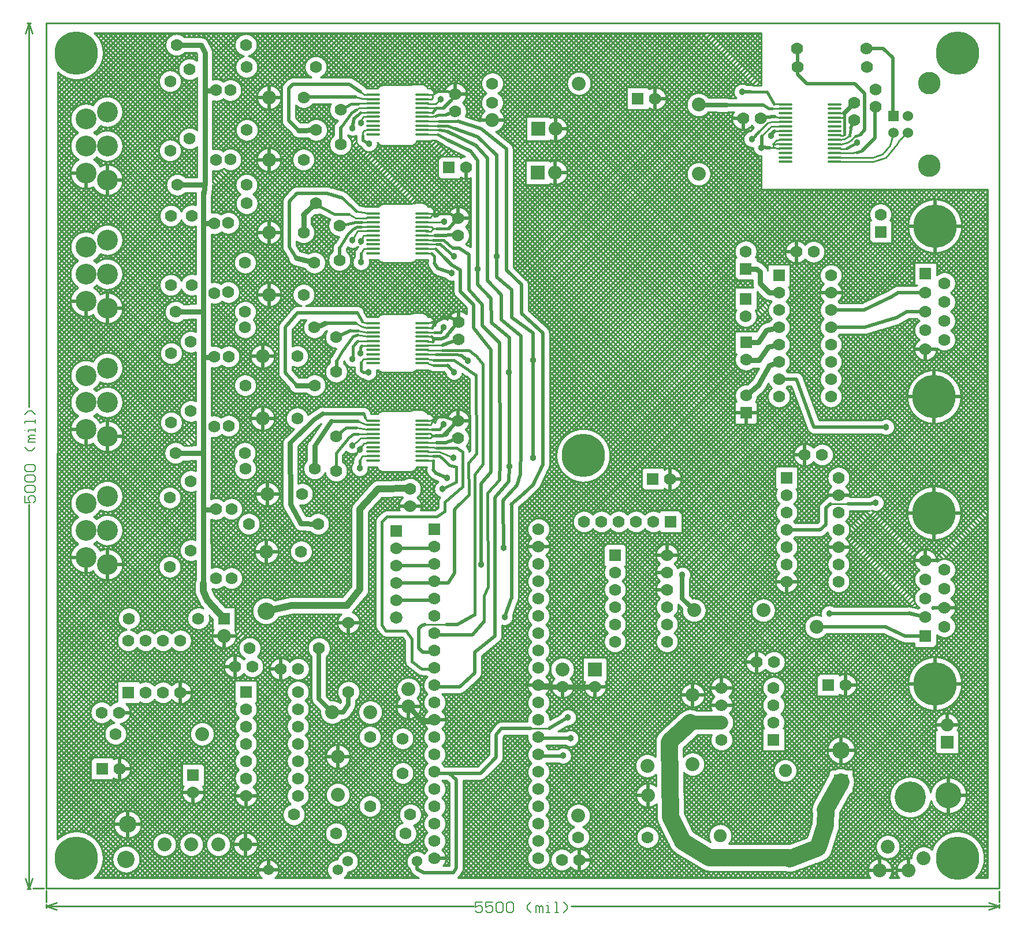
<source format=gtl>
*%FSLAX25Y25*%
*%MOIN*%
G01*
%ADD11C,0.00500*%
%ADD12C,0.00600*%
%ADD13C,0.00733*%
%ADD14C,0.00800*%
%ADD15C,0.00900*%
%ADD16C,0.01000*%
%ADD17C,0.01200*%
%ADD18C,0.01500*%
%ADD19C,0.01600*%
%ADD20C,0.01969*%
%ADD21C,0.02000*%
%ADD22C,0.02500*%
%ADD23C,0.03000*%
%ADD24C,0.03200*%
%ADD25C,0.03800*%
%ADD26C,0.04000*%
%ADD27C,0.04600*%
%ADD28C,0.05000*%
%ADD29C,0.05200*%
%ADD30C,0.06000*%
%ADD31C,0.06000*%
%ADD32C,0.06200*%
%ADD33C,0.06800*%
%ADD34C,0.07000*%
%ADD35C,0.07200*%
%ADD36C,0.07500*%
%ADD37C,0.07800*%
%ADD38C,0.08000*%
%ADD39C,0.08000*%
%ADD40C,0.08300*%
%ADD41C,0.08800*%
%ADD42C,0.09200*%
%ADD43C,0.10000*%
%ADD44C,0.10000*%
%ADD45C,0.10200*%
%ADD46C,0.10800*%
%ADD47C,0.11500*%
%ADD48C,0.12000*%
%ADD49C,0.12800*%
%ADD50C,0.13000*%
%ADD51C,0.13800*%
%ADD52C,0.14000*%
%ADD53C,0.15000*%
%ADD54C,0.15000*%
%ADD55C,0.15600*%
%ADD56C,0.15800*%
%ADD57C,0.16000*%
%ADD58C,0.18000*%
%ADD59C,0.18800*%
%ADD60C,0.19600*%
%ADD61C,0.25000*%
%ADD62C,0.25000*%
%ADD63R,0.06000X0.06000*%
%ADD64R,0.06800X0.06800*%
%ADD65R,0.07000X0.07000*%
%ADD66R,0.07500X0.07500*%
%ADD67R,0.07800X0.07800*%
%ADD68R,0.08000X0.08000*%
%ADD69R,0.08300X0.08300*%
%ADD70R,0.08800X0.08800*%
%ADD71O,0.07274X0.00975*%
%ADD72O,0.07274X0.00975*%
%ADD73O,0.07874X0.01575*%
%ADD74O,0.07874X0.01575*%
%ADD75O,0.08674X0.02375*%
%ADD76O,0.08674X0.02375*%
D12*
X87801Y322709D02*
Y326707D01*
Y322709D02*
X90800D01*
X89800Y324708D01*
Y325708D01*
X90800Y326707D01*
X92799D01*
X93799Y325708D01*
Y323708D01*
X92799Y322709D01*
X88801Y328707D02*
X87801Y329706D01*
Y331706D01*
X88801Y332705D01*
X92799D01*
X93799Y331706D01*
Y329706D01*
X92799Y328707D01*
X88801D01*
Y334705D02*
X87801Y335704D01*
Y337704D01*
X88801Y338703D01*
X92799D01*
X93799Y337704D01*
Y335704D01*
X92799Y334705D01*
X88801D01*
Y340703D02*
X87801Y341702D01*
Y343702D01*
X88801Y344702D01*
X92799D01*
X93799Y343702D01*
Y341702D01*
X92799Y340703D01*
X88801D01*
X91800Y352699D02*
X93799Y354698D01*
X91800Y352699D02*
X89800D01*
X87801Y354698D01*
X89800Y357697D02*
X93799D01*
X89800D02*
Y358697D01*
X90800Y359697D01*
X93799D01*
X90800D01*
X89800Y360696D01*
X90800Y361696D01*
X93799D01*
Y363695D02*
Y365695D01*
Y364695D01*
X89800D01*
Y363695D01*
X87801Y364695D02*
X87802D01*
X93799Y368694D02*
Y370693D01*
Y369693D01*
X87801D01*
Y368694D01*
X93799Y373692D02*
X91800Y375691D01*
X89800D01*
X87801Y373692D01*
X347909Y92199D02*
X351907D01*
X347909D02*
Y89200D01*
X349908Y90200D01*
X350908D01*
X351907Y89200D01*
Y87201D01*
X350908Y86201D01*
X348908D01*
X347909Y87201D01*
X353907Y92199D02*
X357905D01*
X353907D02*
Y89200D01*
X355906Y90200D01*
X356906D01*
X357905Y89200D01*
Y87201D01*
X356906Y86201D01*
X354906D01*
X353907Y87201D01*
X359905Y91199D02*
X360904Y92199D01*
X362904D01*
X363903Y91199D01*
Y87201D01*
X362904Y86201D01*
X360904D01*
X359905Y87201D01*
Y91199D01*
X365903D02*
X366902Y92199D01*
X368902D01*
X369902Y91199D01*
Y87201D01*
X368902Y86201D01*
X366902D01*
X365903Y87201D01*
Y91199D01*
X377899Y88200D02*
X379898Y86201D01*
X377899Y88200D02*
Y90200D01*
X379898Y92199D01*
X382897Y90200D02*
Y86201D01*
Y90200D02*
X383897D01*
X384897Y89200D01*
Y86201D01*
Y89200D01*
X385896Y90200D01*
X386896Y89200D01*
Y86201D01*
X388895D02*
X390895D01*
X389895D01*
Y90200D01*
X388895D01*
X389895Y92199D02*
X389896D01*
X393894Y86201D02*
X395893D01*
X394893D01*
Y92199D01*
X393894D01*
X398892Y86201D02*
X400891Y88200D01*
Y90200D01*
X398892Y92199D01*
D16*
X643500Y502013D02*
X641954Y503560D01*
X639125D02*
X643500Y499185D01*
Y496356D02*
X636297Y503560D01*
X633468D02*
X643500Y493528D01*
Y490700D02*
X630640Y503560D01*
X639324D02*
X626272Y490507D01*
X625110Y492174D02*
X636496Y503560D01*
X633668D02*
X623762Y493654D01*
X627812Y503560D02*
X643500Y487871D01*
Y485043D02*
X624983Y503560D01*
X643500Y499250D02*
X628411Y484161D01*
X627964Y486542D02*
X643500Y502078D01*
Y496422D02*
X628460Y481381D01*
X627232Y488639D02*
X642153Y503560D01*
X643500Y493593D02*
X627799Y477893D01*
X620510Y496059D02*
X628011Y503560D01*
X625182D02*
X618582Y496960D01*
X616414Y497619D02*
X622354Y503560D01*
X619525D02*
X613937Y497972D01*
X611009Y497872D02*
X616697Y503560D01*
X610841D02*
X616899Y497502D01*
X613583Y497989D02*
X608012Y503560D01*
X613868D02*
X607171Y496862D01*
X622155Y503560D02*
X643500Y482214D01*
Y479386D02*
X619326Y503560D01*
X622231Y494952D02*
X630839Y503560D01*
X616498D02*
X643500Y476558D01*
X622420Y494809D02*
X613669Y503560D01*
X628002Y486399D02*
X643500Y470901D01*
Y473729D02*
X625309Y491920D01*
X628489Y483083D02*
X643500Y468072D01*
Y465244D02*
X628356Y480388D01*
X627852Y478064D02*
X643500Y462415D01*
Y479451D02*
X619897Y455848D01*
X627076Y476011D02*
X643500Y459587D01*
Y456758D02*
X626078Y474180D01*
X643500Y473794D02*
X623436Y453730D01*
X621911Y455033D02*
X643500Y476623D01*
X624883Y472548D02*
X643500Y453930D01*
Y470966D02*
X624510Y451976D01*
X643500Y451102D02*
X623502Y471100D01*
X621937Y469836D02*
X643500Y448273D01*
X624999Y449636D02*
X643500Y468137D01*
Y490765D02*
X614000Y461265D01*
X611407Y461500D02*
X617607Y467701D01*
X614119Y467040D02*
X608578Y461500D01*
X614000D02*
X601000D01*
X613303D02*
X614000Y460803D01*
Y458436D02*
X643500Y487936D01*
Y485108D02*
X614000Y455608D01*
X617059Y455838D02*
X643500Y482280D01*
X614000Y461500D02*
Y454190D01*
X618810Y455993D02*
X614000Y460803D01*
Y457974D02*
X616343Y455631D01*
X610888Y497856D02*
X605184Y503560D01*
X602356D02*
X608564Y497352D01*
X606511Y496576D02*
X599527Y503560D01*
X596699D02*
X604680Y495578D01*
X603048Y494383D02*
X593870Y503560D01*
X591042D02*
X601600Y493002D01*
X600336Y491437D02*
X588214Y503560D01*
X596898D02*
X586641Y493303D01*
X588100Y480620D02*
X611040Y503560D01*
X608212D02*
X588100Y483448D01*
X588099Y489104D02*
X602555Y503560D01*
X605383D02*
X587524Y485700D01*
X588091Y489540D02*
X597717Y479914D01*
X587676Y491509D02*
X599726Y503560D01*
X594070D02*
X585153Y494643D01*
X583185Y495504D02*
X591241Y503560D01*
X588413D02*
X580450Y495598D01*
X581940Y495691D02*
X574071Y503560D01*
X571243D02*
X579464Y495339D01*
X577629Y494346D02*
X568414Y503560D01*
X565586D02*
X576252Y492894D01*
X585385Y503560D02*
X599264Y489681D01*
X598403Y487713D02*
X582557Y503560D01*
X579728D02*
X597792Y485496D01*
X597507Y482953D02*
X576900Y503560D01*
X575346Y490971D02*
X562758Y503560D01*
X559929D02*
X575158Y488330D01*
X588100Y483874D02*
X610474Y461500D01*
X613303D02*
X606261Y468542D01*
X611339Y467089D02*
X605750Y461500D01*
X588100Y477791D02*
X598638Y488329D01*
X588100Y485700D02*
Y472700D01*
X602922Y461500D02*
X608958Y467536D01*
X597628Y484491D02*
X588100Y474963D01*
X601000Y461500D02*
Y448500D01*
Y451093D02*
X598057Y448150D01*
X601000Y448500D02*
X602716D01*
X602390Y448117D02*
X591635Y448200D01*
X595250Y448172D02*
X601000Y453922D01*
Y456750D02*
X592444Y448194D01*
X599042Y475761D02*
X587739Y487064D01*
X588100Y485700D02*
X587077D01*
X588100Y481046D02*
X607646Y461500D01*
X588100Y472700D02*
X575100D01*
Y485700D02*
X576123D01*
X575100D02*
Y472700D01*
Y474247D02*
X576647Y472700D01*
X588100Y478217D02*
X604817Y461500D01*
X601989D02*
X588100Y475389D01*
X587960Y472700D02*
X601000Y459660D01*
X601220Y448126D02*
X576647Y472700D01*
X585132D02*
X601000Y456832D01*
Y454004D02*
X582304Y472700D01*
X579475D02*
X601000Y451175D01*
X623622Y442602D02*
X643500Y462480D01*
Y465309D02*
X623173Y444982D01*
X624994Y438318D02*
X643500Y456824D01*
Y459652D02*
X624625Y440777D01*
X623798Y431465D02*
X643500Y451167D01*
Y453995D02*
X622403Y432898D01*
X622162Y443970D02*
X623018Y444827D01*
X624993Y449810D02*
X643500Y431303D01*
Y448338D02*
X624727Y429565D01*
X624959Y426969D02*
X643500Y445510D01*
Y428474D02*
X624632Y447343D01*
X623633Y445512D02*
X643500Y425646D01*
Y422817D02*
X622177Y444140D01*
X643500Y442681D02*
X622634Y421816D01*
X643500Y445445D02*
X620181Y468764D01*
X618213Y467903D02*
X643500Y442616D01*
X606861Y468268D02*
X581882Y443289D01*
X576415Y440650D02*
X604993Y469228D01*
X615996Y467292D02*
X643500Y439788D01*
Y434131D02*
X610414Y467217D01*
X613453Y467007D02*
X643500Y436960D01*
X603326Y470390D02*
X570948Y438012D01*
X624999Y438490D02*
X643500Y419989D01*
X623965Y420318D02*
X643500Y439853D01*
Y437025D02*
X624815Y418340D01*
X624518Y436143D02*
X643500Y417160D01*
Y434196D02*
X624885Y415581D01*
X643500Y414332D02*
X623448Y434384D01*
X624980Y427195D02*
X643500Y408675D01*
Y411504D02*
X624224Y430779D01*
X643500Y425711D02*
X616629Y398840D01*
X614260Y399300D02*
X643500Y428539D01*
X624392Y424955D02*
X643500Y405847D01*
Y431368D02*
X611500Y399368D01*
X565279Y438000D02*
X600548Y473269D01*
X599441Y474990D02*
X562451Y438000D01*
X588087Y446665D02*
X601000Y459578D01*
X601846Y471738D02*
X568108Y438000D01*
X586012Y445282D02*
X589378Y447526D01*
X559482Y443516D02*
X597528Y481563D01*
X586012Y445282D02*
X570923Y438000D01*
X559622D02*
X598540Y476918D01*
X600348Y429200D02*
X602779Y426768D01*
X602376Y429200D02*
X597975D01*
X593368Y426238D01*
X597698Y429022D02*
X601629Y425090D01*
X601703Y419359D02*
X594254Y426808D01*
X592438Y425796D02*
X602583Y415651D01*
X601502Y413904D02*
X590260Y425146D01*
X595976Y427915D02*
X601025Y422866D01*
X592338Y425765D02*
X573545Y420168D01*
X575100Y485560D02*
X557101Y503560D01*
X577099D02*
X546571Y473031D01*
X575100Y482732D02*
X554272Y503560D01*
X551444D02*
X575100Y479904D01*
Y477075D02*
X548616Y503560D01*
X545787D02*
X575100Y474247D01*
X574270Y503560D02*
X544609Y473898D01*
X541886Y474004D02*
X571442Y503560D01*
X542959D02*
X598370Y448148D01*
X595520Y448170D02*
X540130Y503560D01*
X549499Y467474D02*
X585584Y503560D01*
X537302D02*
X592670Y448192D01*
X549084Y469888D02*
X582756Y503560D01*
X579927D02*
X548054Y471687D01*
X537420Y472366D02*
X568614Y503560D01*
X565785D02*
X535726Y473501D01*
X512819Y503560D02*
X643500D01*
X562957D02*
X533479Y474082D01*
X529860Y473291D02*
X560128Y503560D01*
X541485Y473921D02*
X457917Y557489D01*
X457915Y554662D02*
X539500Y473077D01*
X544257Y473977D02*
X514674Y503560D01*
X537127Y472622D02*
X457096Y552653D01*
X534473Y503560D02*
X590118Y447915D01*
X557300Y503560D02*
X514052Y460312D01*
X512550Y461638D02*
X554472Y503560D01*
X551643D02*
X510380Y462296D01*
X510300Y467873D02*
X545986Y503560D01*
X548815D02*
X509555Y464300D01*
X509828Y470230D02*
X543158Y503560D01*
X575100Y481762D02*
X553790Y460452D01*
X550517Y460007D02*
X575100Y484590D01*
Y476105D02*
X557594Y458599D01*
X555956Y459789D02*
X575100Y478933D01*
X555342Y460063D02*
X549321Y466085D01*
X548477Y464100D02*
X552135Y460442D01*
X549988Y459760D02*
X547151Y462598D01*
X545372Y461548D02*
X548364Y458556D01*
X558786Y456962D02*
X575100Y473277D01*
X583009Y472700D02*
X558204Y447895D01*
X559451Y454799D02*
X577352Y472700D01*
X580180D02*
X559014Y451534D01*
X547186Y456906D02*
X542992Y461100D01*
X508765Y471995D02*
X540329Y503560D01*
X537501D02*
X507250Y473309D01*
X505249Y474136D02*
X534672Y503560D01*
X537916Y463348D02*
X546540Y454723D01*
X547049Y451386D02*
X536384Y462051D01*
X534362Y461244D02*
X547760Y447846D01*
X540712Y461516D02*
X529500Y450304D01*
Y453132D02*
X538913Y462546D01*
X534933Y461394D02*
X529500Y455961D01*
X512819Y593096D02*
X511867Y594048D01*
X509039D02*
X512819Y590268D01*
Y587439D02*
X506210Y594048D01*
X503382D02*
X512819Y584611D01*
Y581783D02*
X500554Y594048D01*
X497725D02*
X512819Y578954D01*
Y576126D02*
X494897Y594048D01*
X492068D02*
X512819Y573297D01*
Y575044D02*
X502557Y564782D01*
X498956Y564010D02*
X512819Y577873D01*
Y569388D02*
X507359Y563927D01*
X504594Y563991D02*
X512819Y572216D01*
Y563708D02*
Y594048D01*
Y566559D02*
X509993Y563733D01*
X511355Y563706D02*
X512819Y563708D01*
Y570469D02*
X489240Y594048D01*
X486412D02*
X512819Y567640D01*
Y564812D02*
X483583Y594048D01*
X512819Y592015D02*
X479667Y558863D01*
X485988Y556699D02*
X512819Y583530D01*
Y589187D02*
X481353Y557720D01*
X488796Y556679D02*
X512819Y580701D01*
Y586358D02*
X483180Y556719D01*
X455788Y551132D02*
X532823Y474098D01*
X530494Y473598D02*
X454030Y550062D01*
X451684Y549580D02*
X528748Y472516D01*
X512819Y519557D02*
X484165Y548212D01*
X481754Y547793D02*
X512819Y516729D01*
Y513900D02*
X480188Y546532D01*
X528234Y463180D02*
X525554Y460500D01*
X528382D02*
X529816Y461933D01*
X529500Y460500D02*
X516500D01*
X519897D02*
X526518Y467121D01*
X527309Y470740D02*
X517069Y460500D01*
X522726D02*
X527099Y464874D01*
X517069Y460500D02*
X516500Y459931D01*
X529500Y458789D02*
X531904Y461193D01*
X529500Y460500D02*
Y447500D01*
X528477D01*
X516500Y459931D02*
X515461Y458892D01*
X516500Y460500D02*
Y456843D01*
X526644Y468962D02*
X483604Y512003D01*
X483013Y515422D02*
X527451Y470984D01*
X502440Y474156D02*
X531844Y503560D01*
X526675Y466104D02*
X483035Y509743D01*
X481944Y508006D02*
X529450Y460500D01*
X526621D02*
X480436Y506685D01*
X478484Y505809D02*
X523793Y460500D01*
X520965D02*
X475866Y505599D01*
X510276Y468360D02*
X518136Y460500D01*
X516500Y459308D02*
X509990Y465817D01*
X513384Y460980D02*
X515280Y459084D01*
X531645Y503560D02*
X588358Y446846D01*
X575202Y490350D02*
X529471Y444618D01*
X559173Y446036D02*
X585837Y472700D01*
X577203Y441031D02*
X549377Y468857D01*
X531504Y461275D02*
X546806Y445972D01*
X546526Y443424D02*
X529500Y460450D01*
X559063Y456342D02*
X575296Y440110D01*
X557492Y438698D02*
X597881Y479086D01*
X559442Y453135D02*
X573388Y439190D01*
X571480Y438269D02*
X558760Y450988D01*
X557556Y449364D02*
X568920Y438000D01*
X566092D02*
X559470Y444622D01*
X586661Y445715D02*
X528816Y503560D01*
X525988D02*
X584834Y444714D01*
X582926Y443793D02*
X523160Y503560D01*
X520331D02*
X581019Y442872D01*
X575296Y487615D02*
X528852Y441170D01*
X579111Y441952D02*
X517503Y503560D01*
X529500Y457621D02*
X548465Y438656D01*
X547254Y437039D02*
X529500Y454793D01*
X528289Y437779D02*
X546993Y456483D01*
X528720Y447088D02*
X547846Y427961D01*
X527594Y428599D02*
X548401Y449406D01*
X547211Y451044D02*
X529462Y433295D01*
X529221Y435883D02*
X546548Y453210D01*
X529500Y449136D02*
X546911Y431725D01*
X559204Y442060D02*
X563264Y438000D01*
X560435D02*
X558257Y440178D01*
X558124Y438000D02*
X570923D01*
X601734Y429200D02*
X559010Y386476D01*
X557936Y388230D02*
X598906Y429200D01*
X603466Y428103D02*
X559499Y384136D01*
X559308Y392430D02*
X592820Y425943D01*
X588744Y424695D02*
X559365Y395316D01*
X546856Y426123D02*
X529481Y443498D01*
X546776Y442124D02*
X529451Y424799D01*
X529014Y421534D02*
X547707Y440227D01*
X529409Y435085D02*
X547325Y417169D01*
X548568Y418754D02*
X527754Y439568D01*
X528419Y427590D02*
X547935Y408074D01*
X527492Y408698D02*
X548302Y429508D01*
X547144Y431179D02*
X529482Y413516D01*
X528204Y417895D02*
X547158Y436849D01*
X528422Y430415D02*
X546805Y412032D01*
X546563Y434902D02*
X529500Y451965D01*
X528852Y446828D02*
X543126Y461101D01*
X546540Y444716D02*
X528786Y426962D01*
X514216Y440820D02*
X510300Y444736D01*
X514873Y503560D02*
X390600Y379286D01*
X510300Y442880D02*
X516910Y436271D01*
X529016Y503560D02*
X390600Y365144D01*
Y367973D02*
X526187Y503560D01*
X523359D02*
X390600Y370801D01*
X378400Y444672D02*
X522146Y300927D01*
X390600Y373629D02*
X520530Y503560D01*
X517702D02*
X390600Y376458D01*
X378400Y447501D02*
X521476Y304425D01*
X521899Y343600D02*
X369600Y495899D01*
Y493070D02*
X520900Y341770D01*
Y338942D02*
X369600Y490242D01*
Y481757D02*
X521509Y329848D01*
X520900Y336114D02*
X369600Y487414D01*
Y484585D02*
X520900Y333285D01*
X520920Y327608D02*
X369600Y478928D01*
Y476100D02*
X521672Y324028D01*
X522062Y320809D02*
X369600Y473271D01*
Y464786D02*
X522747Y311639D01*
X521574Y309983D02*
X369600Y461958D01*
Y470443D02*
X521152Y318891D01*
X520954Y316260D02*
X369600Y467615D01*
Y459129D02*
X520937Y307792D01*
X518310Y439500D02*
X517400D01*
X516395Y439614D02*
X517935Y438074D01*
X529173Y416036D02*
X546529Y433391D01*
X546510Y423641D02*
X528893Y441258D01*
X529293Y432373D02*
X546590Y415076D01*
X546569Y424947D02*
X528716Y407094D01*
X514041Y426360D02*
X517792Y430111D01*
X517369Y427247D02*
X514770Y426607D01*
X516502Y433850D02*
X510300Y440052D01*
Y437223D02*
X518673Y428850D01*
X517398Y427297D02*
X510300Y434395D01*
X516519Y434494D02*
X509610Y427585D01*
X510300Y436761D02*
X514288Y440749D01*
X516069Y439701D02*
X509666Y433299D01*
X510193Y431673D02*
X515163Y426703D01*
X521198Y299046D02*
X378400Y441844D01*
Y439016D02*
X520929Y296486D01*
X506653Y421800D02*
X516825Y431972D01*
X378400Y436187D02*
X522848Y291740D01*
X513177Y425862D02*
X510108Y428930D01*
X623253Y423266D02*
X643500Y403018D01*
Y422882D02*
X618716Y398099D01*
X624940Y415921D02*
X643500Y397362D01*
Y400190D02*
X624573Y419117D01*
X643500Y417226D02*
X622236Y395961D01*
X620576Y397130D02*
X643500Y420054D01*
X624255Y413778D02*
X643500Y394533D01*
X623709Y394606D02*
X643500Y414397D01*
Y411569D02*
X624998Y393067D01*
X643500Y391705D02*
X623048Y412156D01*
X621396Y410981D02*
X643500Y388876D01*
Y383219D02*
X615858Y410861D01*
X619209Y410339D02*
X643500Y386048D01*
X619719Y410415D02*
X608052Y398748D01*
X613855Y410036D02*
X643500Y380391D01*
X616960Y410485D02*
X576980Y370504D01*
X608145Y398776D02*
X583722Y423199D01*
X613898Y410251D02*
X614982Y411335D01*
X626990Y389402D02*
X643500Y405912D01*
Y408740D02*
X626098Y391339D01*
X627978Y384733D02*
X643500Y400255D01*
Y403083D02*
X627640Y387223D01*
X627854Y381781D02*
X643500Y397427D01*
Y394598D02*
X626784Y377882D01*
X627464Y387942D02*
X643500Y371906D01*
Y374734D02*
X624388Y393846D01*
X627984Y384593D02*
X643500Y369077D01*
Y366249D02*
X627868Y381881D01*
X627376Y379545D02*
X643500Y363420D01*
Y360592D02*
X626609Y377483D01*
X625619Y375645D02*
X643500Y357764D01*
Y354935D02*
X624430Y374005D01*
X623056Y372550D02*
X643500Y352107D01*
X622446Y395788D02*
X611751Y406483D01*
X610004Y405402D02*
X616542Y398864D01*
X613193Y399384D02*
X607675Y404902D01*
X603359Y406390D02*
X610481Y399268D01*
X621499Y371280D02*
X643500Y349278D01*
Y377562D02*
X613048Y408014D01*
X619750Y370200D02*
X643500Y346450D01*
Y343621D02*
X617790Y369331D01*
X608649Y405002D02*
X574147Y370500D01*
X601002Y411575D02*
X588080Y424497D01*
X585901Y423848D02*
X602490Y407259D01*
X606083Y398009D02*
X581542Y422550D01*
X579363Y421900D02*
X604245Y397019D01*
X576658Y421095D02*
X559500Y403936D01*
X559398Y415148D02*
X564250Y420000D01*
X577184Y421251D02*
X602605Y395830D01*
X601150Y394456D02*
X575004Y420602D01*
X572762Y420016D02*
X599880Y392899D01*
X598800Y391150D02*
X569950Y420000D01*
X567121D02*
X597931Y389190D01*
X597310Y386983D02*
X564293Y420000D01*
X561464D02*
X597010Y384454D01*
X572400Y420000D02*
X558124D01*
X569907D02*
X558027Y408120D01*
X559232Y412154D02*
X567078Y420000D01*
X561422D02*
X558645Y417223D01*
X557388Y418795D02*
X558593Y420000D01*
X558636D02*
X597196Y381440D01*
X557673Y379482D02*
X601022Y422831D01*
X558720Y417088D02*
X598447Y377360D01*
X603702Y417025D02*
X557176Y370500D01*
X558570Y397350D02*
X584715Y423495D01*
X580687Y422295D02*
X557282Y398890D01*
X559067Y406332D02*
X572751Y420015D01*
X602459Y407297D02*
X565662Y370500D01*
X571318D02*
X605915Y405096D01*
X603947Y405957D02*
X568490Y370500D01*
X583180Y371048D02*
X597032Y384900D01*
X597652Y388348D02*
X579817Y370513D01*
X586114Y371154D02*
X597100Y382140D01*
X582120Y370520D02*
X575694Y370500D01*
X587969Y370180D02*
X597560Y379771D01*
X601424Y409091D02*
X562833Y370500D01*
X589713Y366267D02*
X599270Y375824D01*
X598301Y377684D02*
X589212Y368594D01*
X581862Y362520D02*
X575713Y362500D01*
X584681Y371327D02*
X558419Y397590D01*
X560005Y370500D02*
X601001Y411496D01*
X582456Y370724D02*
X559492Y393688D01*
X558956Y391396D02*
X579838Y370513D01*
X577019Y370504D02*
X557850Y389673D01*
X559362Y385333D02*
X574195Y370500D01*
X571366D02*
X559332Y382534D01*
X558501Y380537D02*
X568538Y370500D01*
X615583Y368710D02*
X643500Y340793D01*
Y335136D02*
X610040Y368596D01*
X613054Y368410D02*
X643500Y337964D01*
Y363485D02*
X612314Y332299D01*
X609111Y331925D02*
X643500Y366314D01*
Y332308D02*
X605960Y369847D01*
X643500Y360657D02*
X614948Y332105D01*
X615520Y332003D02*
X585878Y361646D01*
X604329Y329972D02*
X643500Y369142D01*
Y383284D02*
X583632Y323416D01*
X619252Y330752D02*
X643500Y355000D01*
Y357829D02*
X617232Y331560D01*
X643500Y312509D02*
X589714Y366295D01*
X589110Y364070D02*
X643500Y309680D01*
X619971Y330381D02*
X587805Y362547D01*
X559481Y413498D02*
X643500Y329479D01*
Y326651D02*
X558893Y411258D01*
X581348Y326789D02*
X643500Y388941D01*
Y391770D02*
X579216Y327486D01*
X582808Y325421D02*
X643500Y386113D01*
Y323822D02*
X557754Y409568D01*
X618518Y369616D02*
X575102Y326200D01*
X643500Y320994D02*
X559409Y405085D01*
X559293Y402372D02*
X643500Y318165D01*
X582756Y319712D02*
X643500Y380456D01*
Y315337D02*
X558422Y400415D01*
X643500Y377628D02*
X563842Y297969D01*
X563466Y294765D02*
X643500Y374799D01*
Y371971D02*
X562570Y291040D01*
X625322Y325509D02*
X643500Y343686D01*
Y346515D02*
X624084Y327099D01*
X627196Y321726D02*
X643500Y338030D01*
Y340858D02*
X626367Y323725D01*
X628000Y316872D02*
X643500Y332373D01*
Y335201D02*
X627768Y319470D01*
X627695Y313739D02*
X643500Y329544D01*
Y326716D02*
X626040Y309256D01*
X627703Y319820D02*
X643500Y304023D01*
Y306852D02*
X626081Y324271D01*
X628000Y316695D02*
X643500Y301195D01*
Y298366D02*
X627764Y314103D01*
X627188Y311850D02*
X643500Y295538D01*
Y292710D02*
X626356Y309853D01*
X625309Y308072D02*
X643500Y289881D01*
X622661Y328505D02*
X643500Y349343D01*
Y352172D02*
X621054Y329726D01*
X643500Y323887D02*
X612748Y293135D01*
X611333Y294549D02*
X620044Y303260D01*
X615561Y301605D02*
X609455Y295499D01*
X618498Y290400D02*
X643500Y315402D01*
Y321059D02*
X613698Y291257D01*
X622654Y288899D02*
X643500Y309745D01*
Y312574D02*
X620876Y289950D01*
X620759Y289995D02*
X609069Y301684D01*
X604243Y303683D02*
X617589Y290336D01*
X615454Y289642D02*
X613627Y291470D01*
X609803Y332064D02*
X579355Y362512D01*
X576535Y362503D02*
X607550Y331488D01*
X612395Y332300D02*
X582672Y362023D01*
X573710Y362500D02*
X605553Y330656D01*
X563880Y337606D02*
X600439Y374164D01*
X605061Y370302D02*
X563649Y328889D01*
X570881Y362500D02*
X603772Y329609D01*
X602184Y328369D02*
X568053Y362500D01*
X572273Y326200D02*
X614619Y368546D01*
X609177Y368760D02*
X566617Y326200D01*
X569445D02*
X611667Y368422D01*
X600780Y326944D02*
X565224Y362500D01*
X563845Y326257D02*
X606998Y369410D01*
X601794Y372691D02*
X563125Y334022D01*
X562739Y330808D02*
X603333Y371402D01*
X584978Y361532D02*
X563292Y339846D01*
X562152Y341535D02*
X582651Y362033D01*
X580304Y362515D02*
X560566Y342777D01*
X558472Y343511D02*
X577466Y362506D01*
X562396Y362500D02*
X599561Y325335D01*
X598537Y323530D02*
X559567Y362500D01*
X563741Y338527D02*
X575795Y326474D01*
X573240Y326200D02*
X563746Y335694D01*
X562929Y333682D02*
X570412Y326200D01*
X567583D02*
X561624Y332159D01*
X582670Y319598D02*
X606540Y295729D01*
X606900Y295772D02*
X612428Y301300D01*
X564755Y326200D02*
X563900Y327055D01*
X583232Y324694D02*
X599383Y308543D01*
X609670Y295427D02*
X583578Y321518D01*
X581141Y318299D02*
X604417Y295023D01*
X601030Y289925D02*
X572755Y318200D01*
X578907Y317704D02*
X602810Y293801D01*
X575164Y326200D02*
X563837D01*
X563806Y318200D02*
X575400D01*
X572759D02*
X563602Y309044D01*
X562655Y310925D02*
X569930Y318200D01*
X567102D02*
X563322Y314420D01*
X563553Y289195D02*
X599328Y324971D01*
X581691Y318647D02*
X563159Y300115D01*
X561954Y301738D02*
X577987Y317771D01*
X539057Y389150D02*
X547780Y397873D01*
X546690Y402440D02*
X537530Y393280D01*
X536867Y395445D02*
X546610Y405188D01*
X546504Y393769D02*
X539820Y387085D01*
X538294Y391215D02*
X547544Y400466D01*
X554348Y370500D02*
X602278Y418430D01*
X601316Y420297D02*
X551420Y370400D01*
X557224Y370500D02*
X539340Y388385D01*
X540583Y385020D02*
X547019Y391455D01*
X546500Y384052D02*
X537682Y392871D01*
X541346Y382954D02*
X548110Y389718D01*
X546910Y406271D02*
X529492Y423688D01*
X547625Y420345D02*
X529137Y401857D01*
X533802Y398038D02*
X547080Y411316D01*
X548673Y398850D02*
X527850Y419673D01*
X529426Y404976D02*
X546732Y422281D01*
X528956Y421396D02*
X546502Y403850D01*
X546514Y413577D02*
X531016Y398080D01*
X547398Y397297D02*
X529362Y415333D01*
X528159Y398051D02*
X547389Y417281D01*
X548205Y409612D02*
X535718Y397125D01*
X527184Y409026D02*
X548026Y388184D01*
X546620Y395246D02*
X529332Y412534D01*
X528501Y410537D02*
X546722Y392316D01*
X546966Y386416D02*
X529499Y403882D01*
X557184Y379026D02*
X565710Y370500D01*
X562881D02*
X555416Y377966D01*
X553789Y362500D02*
X575700D01*
X575694Y370500D02*
X553000D01*
X553052Y377500D02*
X560053Y370500D01*
X557518Y379327D02*
X548591Y370400D01*
X566147Y362500D02*
X554391Y350744D01*
X553380Y346905D02*
X568975Y362500D01*
X563318D02*
X553846Y353027D01*
X552735Y354745D02*
X560490Y362500D01*
X557662D02*
X551176Y356014D01*
X549118Y356785D02*
X554833Y362500D01*
X551905Y362400D02*
X546170Y356666D01*
X545926Y370563D02*
X552864Y377501D01*
X550524Y377990D02*
X545163Y372628D01*
X545986Y370400D02*
X552111D01*
X548839D02*
X544314Y374925D01*
X543636Y376759D02*
X547467Y380589D01*
X546662Y385441D02*
X542110Y380889D01*
X544399Y374694D02*
X548770Y379064D01*
X552900Y362400D02*
X543200D01*
X554396Y370500D02*
X540998Y383898D01*
X542656Y379412D02*
X551667Y370400D01*
X549076Y362400D02*
X542066Y355390D01*
X548204Y356893D02*
X542660Y362437D01*
X532459Y398094D02*
X529015Y401537D01*
X527944Y399780D02*
X529658Y398066D01*
X528084Y398050D02*
X533060Y398100D01*
X537080Y394499D02*
X545986Y370400D01*
X539448Y365013D02*
X530188Y390071D01*
X529178Y390061D02*
X530785Y388454D01*
X527292Y389118D02*
X532443Y383967D01*
X530188Y390071D02*
X528163Y390051D01*
X528649Y390056D02*
X527388Y388795D01*
X528645Y387223D02*
X530540Y389118D01*
X517730Y390196D02*
X516624Y391301D01*
X516890Y391783D02*
X515044Y388433D01*
X515619Y389477D02*
X517552Y387545D01*
X517625Y390345D02*
X510307Y383028D01*
X510500Y380392D02*
X517389Y387281D01*
X516694Y385575D02*
X514554Y387715D01*
X542873Y378824D02*
X546652Y382603D01*
X537418Y370508D02*
X528036Y379890D01*
X526545Y378552D02*
X539076Y366021D01*
X529398Y385148D02*
X531303Y387053D01*
X532066Y384988D02*
X529232Y382154D01*
X529500Y384083D02*
X534101Y379481D01*
X535759Y374994D02*
X529072Y381681D01*
X524575Y377694D02*
X545738Y356530D01*
X540292Y356444D02*
X546248Y362400D01*
X543420D02*
X537920Y356900D01*
X517080Y381316D02*
X510500Y374735D01*
X510387Y383396D02*
X536952Y356831D01*
X518205Y379612D02*
X510500Y371907D01*
Y369078D02*
X519777Y378355D01*
X516605Y382835D02*
X513068Y386372D01*
X514001Y387160D02*
X510487Y384190D01*
X516514Y383578D02*
X510500Y377564D01*
X511535Y385076D02*
X540092Y356519D01*
X534827Y356128D02*
X510500Y380455D01*
X521835Y377605D02*
X543909Y355531D01*
X533218Y354908D02*
X510500Y377626D01*
Y374798D02*
X532055Y353243D01*
X531431Y351038D02*
X510500Y371969D01*
Y369141D02*
X532028Y347613D01*
X555425Y343293D02*
X574632Y362500D01*
X558827Y343441D02*
X554030Y348238D01*
X553031Y346409D02*
X555994Y343446D01*
X553982Y342629D02*
X551574Y345038D01*
X550901Y337225D02*
X542408Y345718D01*
X549645Y344138D02*
X552459Y341324D01*
X551387Y339568D02*
X546991Y343964D01*
X556739Y362500D02*
X597732Y321507D01*
X597384Y313369D02*
X548354Y362400D01*
X553911Y362500D02*
X597190Y319220D01*
X597002Y316581D02*
X551182Y362400D01*
X554393Y350704D02*
X577715Y327382D01*
X580890Y327035D02*
X545525Y362400D01*
X540743Y344555D02*
X553220Y332078D01*
X551395Y344920D02*
X533892Y327417D01*
X538538Y343931D02*
X551902Y330567D01*
X551069Y328572D02*
X535113Y344528D01*
X533900Y342912D02*
X550963Y325850D01*
X533354Y329707D02*
X547556Y343909D01*
X533900Y340084D02*
X549364Y324620D01*
X532828Y323524D02*
X571804Y362500D01*
X551207Y339075D02*
X532820Y320688D01*
X533810Y316021D02*
X551723Y333934D01*
X552965Y332348D02*
X532152Y311535D01*
X547949Y323206D02*
X533900Y337256D01*
X550989Y336028D02*
X533692Y318731D01*
X546608Y321720D02*
X533900Y334427D01*
X551072Y305615D02*
X549728Y304272D01*
X547172Y322428D02*
X549772Y325028D01*
X549821Y304364D02*
X552649Y301536D01*
X551509Y299848D02*
X548079Y303278D01*
X546000Y319499D02*
X533900Y331599D01*
X533591Y329079D02*
X546000Y316670D01*
X550910Y327464D02*
X534546Y311100D01*
X546000Y313842D02*
X533811Y326030D01*
X546000Y319600D02*
Y311857D01*
Y314069D02*
X543031Y311100D01*
X545243D02*
X546000Y311857D01*
X539771Y303100D02*
X552062Y290809D01*
X551205Y305132D02*
X533863Y287790D01*
X542600Y303100D02*
X551672Y294028D01*
X551152Y288891D02*
X536943Y303100D01*
X545428D02*
X550920Y297608D01*
X546900Y303100D02*
X532524D01*
X533226Y289981D02*
X546345Y303100D01*
X521791Y343600D02*
X541154Y362963D01*
X534417Y344912D02*
X533105Y343600D01*
X533900D02*
X520900D01*
X524620D02*
X531400Y350380D01*
X533212Y343600D02*
X508712Y368100D01*
X532910Y346234D02*
X530276Y343600D01*
X527448D02*
X531856Y348008D01*
X543555Y345565D02*
X533900Y335910D01*
Y333082D02*
X545273Y344454D01*
X536407Y344074D02*
X533900Y341567D01*
Y338738D02*
X539191Y344030D01*
X530384Y343600D02*
X505884Y368100D01*
X503056D02*
X527556Y343600D01*
X533212D02*
X533900Y342912D01*
X532829Y382923D02*
X466994Y317088D01*
Y314259D02*
X533593Y380857D01*
X534356Y378792D02*
X466994Y311431D01*
Y308602D02*
X535119Y376727D01*
X524846Y377768D02*
X465312Y318234D01*
X462484D02*
X521852Y377602D01*
X500227Y368100D02*
X524727Y343600D01*
X537409Y370531D02*
X463458Y296580D01*
X461982Y297933D02*
X536646Y372597D01*
X538935Y366401D02*
X464875Y292341D01*
X464477Y294771D02*
X538172Y368466D01*
X521642Y290116D02*
X390582Y421176D01*
X390600Y418330D02*
X520959Y287972D01*
X466994Y305774D02*
X535882Y374662D01*
X546002Y319728D02*
X537374Y311100D01*
X545578Y311435D02*
X533078Y323936D01*
X540203Y311100D02*
X546000Y316897D01*
X540257Y311100D02*
X533890Y317467D01*
X533900Y330600D02*
Y343600D01*
Y330600D02*
X532877D01*
X533546Y314983D02*
X537428Y311100D01*
X532524D02*
X545243D01*
X543085D02*
X531836Y322349D01*
X540688Y303100D02*
X533845Y296257D01*
X532054Y291638D02*
X543517Y303100D01*
X537860D02*
X533649Y298889D01*
X534600Y311100D02*
X532557Y313143D01*
X535031Y303100D02*
X532739Y300808D01*
X520900Y342709D02*
X521791Y343600D01*
X520900D02*
Y330600D01*
X521923D01*
X508232Y563742D02*
X477926Y594048D01*
X512023D02*
X477481Y559505D01*
X505152Y563994D02*
X475098Y594048D01*
X472269D02*
X501467Y564850D01*
X499278Y564211D02*
X469441Y594048D01*
X466612D02*
X497778Y562882D01*
X496906Y560926D02*
X463784Y594048D01*
X489396D02*
X456095Y560747D01*
X474311Y559164D02*
X509195Y594048D01*
X497881D02*
X457674Y553841D01*
X497423Y557581D02*
X460956Y594048D01*
X458127D02*
X495775Y556400D01*
X495053Y594048D02*
X458006Y557001D01*
X492696Y556651D02*
X455299Y594048D01*
X457309Y559133D02*
X492224Y594048D01*
X486568D02*
X454434Y561914D01*
X452236Y562545D02*
X483739Y594048D01*
X480911D02*
X448840Y561977D01*
X478832Y559201D02*
X443985Y594048D01*
X446613Y562579D02*
X478082Y594048D01*
X475708Y559497D02*
X441157Y594048D01*
X443785Y562579D02*
X475254Y594048D01*
X472426D02*
X440956Y562579D01*
X452470Y594048D02*
X489847Y556671D01*
X486998Y556692D02*
X449642Y594048D01*
X446814D02*
X484150Y556712D01*
X473537Y558839D02*
X438328Y594048D01*
X435500D02*
X471862Y557686D01*
X470600Y556119D02*
X432671Y594048D01*
X429843D02*
X469797Y554094D01*
X508011Y563743D02*
X510973Y563728D01*
X506649Y539869D02*
X507788Y538730D01*
X506582Y564000D02*
X504490Y563990D01*
X497717Y557114D02*
X497003Y556400D01*
X508462Y539454D02*
X506702Y537563D01*
X506405Y537518D02*
X508393Y539506D01*
X506212Y537478D02*
X504933Y538757D01*
X502994Y535039D02*
X498828Y539205D01*
X502652Y538210D02*
X504293Y536569D01*
X494191Y556416D02*
X496882Y559108D01*
X497655Y562709D02*
X491605Y556659D01*
X494236Y556400D02*
X498337D01*
X496956Y548400D02*
X494236D01*
X492830Y556650D02*
X482250Y556726D01*
X495290Y548400D02*
X496357Y547333D01*
X487013Y548191D02*
X502401Y532804D01*
X496805Y541228D02*
X489862Y548171D01*
X492770Y548150D02*
X482125Y548226D01*
X492711Y548150D02*
X495810Y545052D01*
X469597Y594048D02*
X438128Y562579D01*
X435299D02*
X466769Y594048D01*
X444141D02*
X414566Y564473D01*
X414242Y566977D02*
X441313Y594048D01*
X438484D02*
X413302Y568866D01*
X411929Y570322D02*
X435656Y594048D01*
X432827D02*
X410135Y571356D01*
X407788Y571837D02*
X429999Y594048D01*
X427015D02*
X469735Y551328D01*
X452982Y562424D02*
X421358Y594048D01*
X418529D02*
X450155Y562422D01*
X447170Y562579D02*
X415701Y594048D01*
X412872D02*
X444342Y562579D01*
X441513D02*
X410044Y594048D01*
X407216D02*
X438685Y562579D01*
X435856D02*
X404387Y594048D01*
X401559D02*
X435072Y560535D01*
X403952Y570829D02*
X427171Y594048D01*
X398730D02*
X435072Y557706D01*
X410092Y571372D02*
X387416Y594048D01*
X384588D02*
X406835Y571801D01*
X404621Y571186D02*
X381760Y594048D01*
X400884Y539477D02*
X455455Y594048D01*
X458283D02*
X400519Y536284D01*
X400249Y541670D02*
X452627Y594048D01*
X449798D02*
X399112Y543362D01*
X397561Y544640D02*
X446970Y594048D01*
X435072Y554878D02*
X395902Y594048D01*
X393073D02*
X435072Y552050D01*
Y562579D02*
X448072D01*
Y561556D01*
Y561677D02*
X447170Y562579D01*
X435072D02*
Y549579D01*
X448072D02*
Y550602D01*
Y549579D02*
X435072D01*
X407943Y557850D02*
X395556Y545463D01*
X387261Y545654D02*
X402094Y560486D01*
X402916Y570064D02*
X378931Y594048D01*
X405439Y558174D02*
X392831Y545566D01*
X390090Y545654D02*
X403550Y559114D01*
X400579Y564628D02*
X381605Y545654D01*
X378776D02*
X401587Y568464D01*
X401060Y562281D02*
X384433Y545654D01*
X390556D02*
X391138Y545072D01*
X390932Y545654D02*
X376932D01*
Y531654D01*
X390932D01*
X482470Y516411D02*
X504730Y538671D01*
X478163Y545728D02*
X512819Y511072D01*
X508014Y527191D02*
X507404Y527801D01*
X502482Y533595D02*
X483359Y514472D01*
X479390Y518988D02*
X499323Y538922D01*
X497691Y540117D02*
X477114Y519540D01*
X483593Y511877D02*
X502707Y530992D01*
X501482Y538252D02*
X481139Y517908D01*
X512819Y505415D02*
X424186Y594048D01*
X414536Y564100D02*
X504360Y474276D01*
X512819Y508243D02*
X475396Y545666D01*
X413922Y561886D02*
X501817Y473990D01*
X499945Y473034D02*
X412799Y560180D01*
X411262Y558889D02*
X498537Y471614D01*
X497593Y469729D02*
X409273Y558049D01*
X406583Y557911D02*
X497331Y467162D01*
X497300Y444566D02*
X400295Y541571D01*
X400912Y538126D02*
X497300Y441738D01*
X497729Y432823D02*
X397760Y532793D01*
X400350Y535859D02*
X497300Y438910D01*
Y436081D02*
X399264Y534117D01*
X395813Y531911D02*
X497300Y430424D01*
X503807Y529263D02*
X390600Y416056D01*
Y413227D02*
X505511Y528138D01*
X507976Y527775D02*
X390600Y410399D01*
Y407571D02*
X508542Y525513D01*
X503096Y421800D02*
X393204Y531691D01*
X390414Y531654D02*
X500267Y421800D01*
X497500Y421739D02*
X387586Y531654D01*
X512819Y522900D02*
Y503560D01*
X510300Y464300D02*
X509277D01*
X510300D02*
Y462299D01*
X498323Y464300D02*
X497300D01*
Y463359D02*
X498241Y464300D01*
X497300D02*
Y451300D01*
X497811Y407286D02*
X397565Y507532D01*
X390600Y404742D02*
X509824Y523966D01*
X497300Y453052D02*
X499052Y451300D01*
X506682Y392758D02*
X392849Y506591D01*
X400875Y512707D02*
X497500Y416082D01*
Y418911D02*
X400494Y515916D01*
X400246Y510508D02*
X497500Y413254D01*
X390600Y399085D02*
X512819Y521304D01*
Y518476D02*
X390600Y396257D01*
Y393428D02*
X512819Y515648D01*
Y512819D02*
X390600Y390600D01*
Y401914D02*
X511724Y523037D01*
X390103Y506509D02*
X505149Y391463D01*
X502796Y390987D02*
X387274Y506509D01*
X390600Y390600D02*
X512819Y512819D01*
Y509991D02*
X390600Y387772D01*
Y384943D02*
X512819Y507162D01*
Y504334D02*
X390600Y382115D01*
X500734Y390220D02*
X384446Y506509D01*
X381618D02*
X499173Y388953D01*
X498060Y387238D02*
X378789Y506509D01*
X448072Y550363D02*
X479490Y518945D01*
X476071Y519535D02*
X446028Y549579D01*
X473628Y518883D02*
X496504Y541758D01*
X473811Y518967D02*
X443199Y549579D01*
X435072Y559523D02*
X395801Y520252D01*
X393191Y520470D02*
X435072Y562351D01*
X440371Y549579D02*
X472074Y517876D01*
X435072Y556694D02*
X397748Y519370D01*
X414108Y567357D02*
X469667Y511797D01*
X469877Y514416D02*
X390245Y594048D01*
X437542Y549579D02*
X470754Y516368D01*
X439270Y549579D02*
X400286Y510595D01*
X400339Y516304D02*
X435072Y551037D01*
Y553866D02*
X399252Y518046D01*
X400901Y514038D02*
X436442Y549579D01*
X463940Y594048D02*
X390401Y520509D01*
X377540Y451079D02*
X473019Y546558D01*
X477769Y545652D02*
X378400Y446282D01*
X378371Y449082D02*
X475031Y545742D01*
X461112Y594048D02*
X387572Y520509D01*
X384744D02*
X396302Y532067D01*
X384757Y531654D02*
X396329Y520082D01*
X379243Y432984D02*
X494660Y548400D01*
X491590Y548158D02*
X378400Y434969D01*
X382193Y430276D02*
X495846Y543929D01*
X496308Y547220D02*
X380718Y431630D01*
X378400Y443454D02*
X483165Y548219D01*
X488782Y548179D02*
X378400Y437797D01*
Y440626D02*
X485973Y548199D01*
X477306Y505591D02*
X390600Y418884D01*
X390543Y506509D02*
X391126Y507091D01*
X399112Y508813D02*
X497500Y410425D01*
X497524Y404745D02*
X395564Y506704D01*
X497300Y452045D02*
X410737Y365482D01*
X407764Y365338D02*
X497300Y454873D01*
X497444Y469160D02*
X390600Y362316D01*
Y359487D02*
X497464Y466351D01*
X497300Y457702D02*
X403807Y364209D01*
X393120Y520463D02*
X381929Y531654D01*
X381916Y520509D02*
X393109Y531702D01*
X470300Y515555D02*
X383667Y428922D01*
X376921Y520509D02*
X390921D01*
X390245D02*
X379100Y531654D01*
X390232D02*
X379087Y520509D01*
X474712Y505824D02*
X390514Y421626D01*
X389555Y423496D02*
X472773Y506714D01*
X497300Y463359D02*
X390600Y356659D01*
Y353830D02*
X497300Y460530D01*
X470195Y509793D02*
X386617Y426215D01*
X385142Y427569D02*
X469643Y512070D01*
X471275Y508045D02*
X388091Y424861D01*
X401625Y568526D02*
X376103Y594048D01*
X401715D02*
X363621Y555954D01*
X400784Y566538D02*
X373274Y594048D01*
X370446D02*
X400646Y563848D01*
X393230Y594048D02*
X364075Y564894D01*
X362599Y557761D02*
X398886Y594048D01*
X390401D02*
X363610Y567257D01*
X362549Y569025D02*
X387573Y594048D01*
X424342D02*
X363818Y533524D01*
X362242Y534777D02*
X421514Y594048D01*
X415857D02*
X364442Y542633D01*
X364328Y545347D02*
X413028Y594048D01*
X410200D02*
X363499Y547347D01*
X362217Y548894D02*
X407372Y594048D01*
X404543D02*
X364022Y553526D01*
X361038Y570341D02*
X384744Y594048D01*
X381916D02*
X359041Y571173D01*
X356241Y571202D02*
X379087Y594048D01*
X373430D02*
X341679Y562297D01*
X340354Y563800D02*
X370602Y594048D01*
X367774D02*
X338576Y564850D01*
X336197Y565300D02*
X364945Y594048D01*
X418685D02*
X360666Y536029D01*
X396850Y545016D02*
X347818Y594048D01*
X361123Y559113D02*
X396058Y594048D01*
X393404Y545634D02*
X344990Y594048D01*
X342162D02*
X390556Y545654D01*
X387728D02*
X339333Y594048D01*
X342522Y560311D02*
X376259Y594048D01*
X363982Y563742D02*
X382071Y545654D01*
X384899D02*
X363782Y566770D01*
X363782Y555457D02*
X376932Y542307D01*
Y539478D02*
X363912Y552499D01*
X376932Y543810D02*
X365395Y532272D01*
X376932Y533821D02*
X363629Y547125D01*
X376932Y538153D02*
X368517Y529737D01*
X366971Y531020D02*
X376932Y540981D01*
X364518Y543407D02*
X387417Y520509D01*
X384588D02*
X364016Y541081D01*
X376932Y535324D02*
X369499Y527892D01*
X369600Y522335D02*
X378918Y531654D01*
X376932Y532496D02*
X369600Y525164D01*
X379242Y545654D02*
X363241Y561654D01*
X361994Y560073D02*
X376932Y545135D01*
X328516Y560447D02*
X362117Y594048D01*
X363145Y550437D02*
X376932Y536650D01*
X362968Y539300D02*
X381760Y520509D01*
X378931D02*
X361501Y537939D01*
X359473Y536977D02*
X368087Y530133D01*
X359506Y571047D02*
X336505Y594048D01*
X333676D02*
X356478Y571247D01*
X351214Y566175D02*
X342576Y557537D01*
X342139Y551442D02*
X352074Y561378D01*
X351243Y563375D02*
X341024Y553156D01*
X342690Y549165D02*
X353391Y559866D01*
X352010Y550259D02*
X342648Y559620D01*
X342444Y556996D02*
X351763Y547677D01*
X351111Y554758D02*
X342089Y545736D01*
X350838Y545773D02*
X341531Y555081D01*
X354390Y570506D02*
X330848Y594048D01*
X353631D02*
X321739Y562156D01*
X352808Y569259D02*
X328019Y594048D01*
X325191D02*
X351674Y567565D01*
X351093Y565317D02*
X322363Y594048D01*
X350803D02*
X319706Y562951D01*
X320104Y562156D02*
X321990D01*
X323884Y558643D02*
X359288Y594048D01*
X356460D02*
X323279Y560867D01*
X351887Y561695D02*
X319534Y594048D01*
X321990Y562156D02*
X323884Y560262D01*
Y558545D01*
X346348Y544338D02*
X352111Y550101D01*
X351236Y552054D02*
X344218Y545037D01*
X350539Y543244D02*
X341948Y551835D01*
X348477Y543639D02*
X350954Y546116D01*
X346749Y544206D02*
X342679Y548276D01*
X359597Y537014D02*
X360260Y536352D01*
X350564Y542953D02*
X341956Y545780D01*
X338005Y524665D02*
X340247Y522423D01*
X338976Y522824D02*
X339870Y523718D01*
X337994Y524671D02*
X336148Y522824D01*
X338996D02*
Y521802D01*
X336118Y525623D02*
X333320Y522824D01*
X337018D02*
X332260Y527582D01*
X329385Y550541D02*
X327061Y550527D01*
X324781Y531900D02*
X328970Y529589D01*
X324781Y531900D02*
X322340D01*
X330189Y528633D02*
X341722Y522778D01*
X334189Y522824D02*
X325523Y531491D01*
X330491Y522824D02*
X334242Y526576D01*
X338996Y522824D02*
X325996D01*
X327663D02*
X332366Y527528D01*
X328532Y522824D02*
X319807Y531549D01*
X327663Y522824D02*
X325996Y521158D01*
X369600Y465767D02*
X453810Y549976D01*
X450650Y549644D02*
X369600Y468595D01*
Y471423D02*
X447755Y549579D01*
X444927D02*
X369600Y474252D01*
Y477080D02*
X442098Y549579D01*
X387404Y531654D02*
X369600Y513850D01*
X376921Y520509D02*
Y506509D01*
X369600Y516678D02*
X384575Y531654D01*
X370332Y458013D02*
X506367Y594048D01*
X503538D02*
X369600Y460110D01*
X376120Y452488D02*
X471463Y547831D01*
X500710Y594048D02*
X369600Y462938D01*
X373226Y455250D02*
X469678Y551703D01*
X470020Y554873D02*
X371779Y456632D01*
X374673Y453869D02*
X470321Y549517D01*
X381747Y531654D02*
X369600Y519507D01*
X367617Y594048D02*
X497365Y464300D01*
X376921Y519690D02*
X369600Y527012D01*
X369600Y524183D02*
X376921Y516862D01*
Y514034D02*
X369600Y521355D01*
Y518526D02*
X376921Y511205D01*
Y518343D02*
X369600Y511022D01*
X353475Y594048D02*
X500523Y447000D01*
X497695D02*
X350647Y594048D01*
X364789D02*
X497300Y461537D01*
Y458709D02*
X361961Y594048D01*
X359132D02*
X497300Y455880D01*
Y453052D02*
X356304Y594048D01*
X369600Y527000D02*
Y458712D01*
X376921Y506509D02*
X390921D01*
X376921Y508377D02*
X369600Y515698D01*
X384886Y506509D02*
X369600Y491223D01*
Y494051D02*
X382058Y506509D01*
X376921Y515514D02*
X369600Y508193D01*
Y505365D02*
X376921Y512686D01*
Y509857D02*
X369600Y502536D01*
Y499708D02*
X376921Y507029D01*
X369600Y512869D02*
X497510Y384960D01*
X498491Y381150D02*
X369600Y510041D01*
Y507212D02*
X497500Y379312D01*
X396835Y507144D02*
X369600Y479909D01*
Y482737D02*
X393392Y506529D01*
X390543Y506509D02*
X369600Y485566D01*
Y488394D02*
X387715Y506509D01*
X345010Y509176D02*
X344147Y510038D01*
X369600Y496879D02*
X379229Y506509D01*
X345012Y506345D02*
X341447Y509910D01*
X338704Y509824D02*
X345014Y503514D01*
X345017Y500683D02*
X335875Y509824D01*
X333047D02*
X345019Y497852D01*
X369600Y504384D02*
X497500Y376484D01*
Y373656D02*
X369600Y501556D01*
Y498727D02*
X497500Y370827D01*
X377158Y451497D02*
X369600Y458712D01*
X338016Y493580D02*
X345017Y500581D01*
X345022Y495021D02*
X330218Y509824D01*
X345019Y497755D02*
X340353Y493088D01*
X333527Y491919D02*
X345014Y503407D01*
X345024Y492190D02*
X327390Y509824D01*
X345024Y492102D02*
X343407Y490485D01*
X342105Y492012D02*
X345022Y494928D01*
X325996Y509824D02*
Y522824D01*
X338996Y510847D02*
Y509824D01*
X327390D02*
X325996Y511219D01*
X345009Y510330D02*
X345043Y470230D01*
X328816Y490037D02*
X345012Y506233D01*
X345027Y489277D02*
X344219Y488469D01*
X333032Y491424D02*
X331375Y489767D01*
X323884Y490761D02*
X342964Y509841D01*
X340449Y510155D02*
X322949Y492655D01*
X325996Y509824D02*
X338996D01*
X337290D02*
X321080Y493614D01*
X321990D02*
X323884Y491720D01*
X319494Y494856D02*
X334462Y509824D01*
X321990Y493614D02*
X320283D01*
X324051Y488100D02*
X345010Y509059D01*
X326030Y488557D02*
X323884Y490704D01*
Y488100D02*
X325151D01*
X323884Y489161D02*
Y491720D01*
Y489161D02*
Y488100D01*
Y489161D01*
X344368Y487190D02*
X345029Y486529D01*
X345029Y486450D02*
X344203Y485625D01*
X343948Y484781D02*
X345031Y483698D01*
X345031Y483624D02*
X342764Y481358D01*
X342916Y482985D02*
X345034Y480867D01*
X345034Y480798D02*
X343854Y479618D01*
X344082Y478990D02*
X345036Y478036D01*
X345036Y477973D02*
X344365Y477301D01*
X344273Y475971D02*
X345039Y475205D01*
X343529Y473886D02*
X345041Y472374D01*
X343053Y473160D02*
X345039Y475146D01*
X345041Y472320D02*
X343779Y471058D01*
X343055Y471532D02*
X342280Y472308D01*
X342107Y472153D02*
X345043Y470230D01*
X330272Y452471D02*
X324964Y454196D01*
X327166Y453480D02*
X335200Y445446D01*
X322807Y455882D02*
X320808Y459080D01*
X510300Y444736D02*
Y434000D01*
Y442418D02*
X511459Y443577D01*
X512873Y442163D02*
X510300Y439589D01*
X507600Y449300D02*
Y451300D01*
X504709D02*
X507714Y448295D01*
X507710Y448313D02*
X506397Y447000D01*
X509251Y426959D02*
X511843Y424366D01*
X510685Y422696D02*
X507914Y425467D01*
X510063Y421800D02*
X512142Y424797D01*
X511381Y423700D02*
X509481Y421800D01*
X509277Y434000D02*
X510300D01*
X506123Y424429D02*
X508753Y421800D01*
X506180Y447000D02*
X501880Y451300D01*
X497300D02*
X507600D01*
Y451031D02*
X503569Y447000D01*
X508232D02*
X497300D01*
X500740D02*
X505040Y451300D01*
X503352Y447000D02*
X499052Y451300D01*
X502212D02*
X497912Y447000D01*
X498323Y434000D02*
X497300D01*
X506715Y424690D02*
X503824Y421800D01*
X505924D02*
X503724Y424000D01*
X503222Y424026D02*
X500996Y421800D01*
X499325Y425786D02*
X425389Y351850D01*
X413241Y365157D02*
X499383Y451300D01*
X501001Y424634D02*
X498168Y421800D01*
X508383Y400500D02*
X511300D01*
X511418Y400502D02*
X507560Y393500D01*
X511004Y399750D02*
X510254Y400500D01*
X507857Y400068D02*
X509999Y397926D01*
X508994Y396103D02*
X505986Y399111D01*
X503445Y398824D02*
X507989Y394279D01*
X507560Y393500D02*
X504678Y391065D01*
X504233Y391096D02*
X508693Y395556D01*
X509477Y381100D02*
X510500D01*
X509855D02*
X510500Y380455D01*
Y381100D02*
Y368100D01*
X509522D02*
X510500Y369078D01*
X510063Y421800D02*
X497500D01*
X510809Y400500D02*
X500134Y389826D01*
X497500Y421132D02*
X498168Y421800D01*
X498523Y408800D02*
X497500D01*
Y381100D02*
X498523D01*
X507030Y399549D02*
X450358Y342878D01*
X447530D02*
X503473Y398821D01*
X497500Y368100D02*
X510500D01*
X498774Y388466D02*
X453187Y342878D01*
X444702D02*
X501239Y399416D01*
X498208Y368100D02*
X466650Y336542D01*
X497300Y446388D02*
X497912Y447000D01*
X497300D02*
Y434000D01*
X497500Y421800D02*
Y408800D01*
X497300Y446388D02*
X415430Y364518D01*
X419109Y362541D02*
X497300Y440731D01*
Y443560D02*
X417374Y363634D01*
X422016Y359791D02*
X497300Y435074D01*
Y437903D02*
X420654Y361258D01*
X424168Y356286D02*
X497378Y429496D01*
X497646Y432592D02*
X423192Y358138D01*
X458673Y342708D02*
X498019Y382054D01*
X498095Y427384D02*
X424918Y354207D01*
X425474Y349107D02*
X497500Y421132D01*
Y418304D02*
X424890Y345694D01*
X456015Y342878D02*
X497504Y384367D01*
X460400Y342873D02*
X390600Y412673D01*
Y390046D02*
X416640Y364006D01*
X412524Y365293D02*
X390600Y387218D01*
Y384389D02*
X409497Y365492D01*
X390600Y344400D02*
Y420800D01*
Y409845D02*
X457951Y342494D01*
X454738Y342878D02*
X390600Y407016D01*
Y404188D02*
X451910Y342878D01*
X449082D02*
X390600Y401360D01*
Y398531D02*
X446253Y342878D01*
X443652Y342651D02*
X390600Y395703D01*
Y392874D02*
X443652Y339822D01*
X497500Y368100D02*
Y381100D01*
Y378706D02*
X461525Y342731D01*
X463545Y341922D02*
X497500Y375878D01*
X456652Y342878D02*
X443652D01*
X406961Y365199D02*
X390600Y381561D01*
Y378732D02*
X404749Y364583D01*
X402785Y363718D02*
X390600Y375904D01*
Y373075D02*
X401033Y362643D01*
X466154Y338874D02*
X497500Y370221D01*
Y373049D02*
X465074Y340623D01*
X456652Y341855D02*
Y342878D01*
X443652Y336994D02*
X424006Y356640D01*
X443652Y341828D02*
X444702Y342878D01*
X399472Y361375D02*
X390600Y370247D01*
Y367418D02*
X398094Y359924D01*
X396902Y358288D02*
X390600Y364590D01*
Y361762D02*
X395908Y356454D01*
X395137Y354397D02*
X390600Y358933D01*
X395791Y356193D02*
X390600Y351002D01*
X394638Y352067D02*
X390600Y356105D01*
Y353277D02*
X394513Y349364D01*
X395016Y346032D02*
X390600Y350448D01*
Y347620D02*
X397872Y340348D01*
X394843Y346759D02*
X389480Y341396D01*
X390600Y348174D02*
X394662Y352236D01*
X394518Y349263D02*
X390600Y345345D01*
X459655Y318234D02*
X509522Y368100D01*
X506693D02*
X456827Y318234D01*
X465105Y332169D02*
X501036Y368100D01*
X503865D02*
X453998Y318234D01*
X456652Y329878D02*
Y330901D01*
X453596Y329878D02*
X465240Y318234D01*
X464361Y331425D02*
X451138Y318202D01*
X462412Y318234D02*
X450768Y329878D01*
X459988Y329880D02*
X447720Y317612D01*
X459584Y318234D02*
X447940Y329878D01*
X457656Y330376D02*
X444290Y317011D01*
X456755Y318234D02*
X445111Y329878D01*
X453994Y318166D02*
X425199Y346961D01*
X411495Y318156D02*
X497586Y404248D01*
X456652Y329878D02*
X443652D01*
X454329D02*
X442399Y317948D01*
X451129Y318203D02*
X424583Y344749D01*
X423719Y342785D02*
X448563Y317940D01*
X445111Y329878D02*
X443652Y331337D01*
X408395Y317886D02*
X497818Y407308D01*
X497500Y415476D02*
X390622Y308597D01*
X415206Y316211D02*
X499554Y400559D01*
X498315Y402148D02*
X413607Y317440D01*
X390551Y305698D02*
X497500Y412647D01*
Y409819D02*
X389200Y301518D01*
X422643Y341033D02*
X446679Y316996D01*
X465240Y318234D02*
X466994Y316480D01*
Y318234D02*
X453994D01*
X466994D02*
Y305234D01*
X453994D01*
Y317211D02*
Y318234D01*
Y318230D02*
X453342Y317577D01*
X453994Y306257D02*
Y305234D01*
X460031Y298811D02*
X466454Y305234D01*
X459027Y298992D02*
X452475Y305543D01*
X457332Y298940D02*
X463626Y305234D01*
X456456Y298734D02*
X449932Y305258D01*
X439821Y318199D02*
X451500Y329878D01*
X448672D02*
X435107Y316313D01*
X445157Y307205D02*
X454570Y297792D01*
X433476Y317510D02*
X445844Y329878D01*
X443541Y305992D02*
X453148Y296385D01*
X452697Y305618D02*
X434878Y287800D01*
X452190Y294515D02*
X441407Y305298D01*
X438239Y305638D02*
X451901Y291976D01*
X445815Y307222D02*
X434878Y296285D01*
Y293456D02*
X447426Y306004D01*
X449552Y305302D02*
X434878Y290628D01*
X443652Y331337D02*
X425492Y349497D01*
X425293Y352524D02*
X443652Y334166D01*
Y329878D02*
Y342878D01*
Y341828D02*
X420042Y318218D01*
X422552Y317900D02*
X443652Y339000D01*
X439820Y318199D02*
X419924Y338094D01*
X414397Y335137D02*
X431357Y318176D01*
X428719Y317987D02*
X412067Y334638D01*
X421375Y339472D02*
X443205Y317642D01*
X437624Y317566D02*
X418288Y336902D01*
X428076Y317767D02*
X443652Y333343D01*
Y336172D02*
X424406Y316925D01*
X435965Y316396D02*
X416454Y335908D01*
X406032Y335016D02*
X423610Y317439D01*
X426797Y317080D02*
X409364Y334513D01*
X417761Y317631D02*
X390600Y344792D01*
X400348Y337872D02*
X420005Y318215D01*
X411595Y318140D02*
X389104Y340631D01*
X386752Y335840D02*
X395482Y344570D01*
X389734Y341914D02*
X384592Y331440D01*
X388173Y338734D02*
X408877Y318029D01*
X416069Y316494D02*
X390100Y342463D01*
X414306Y335110D02*
X389832Y310636D01*
X388548Y312180D02*
X410893Y334526D01*
X408150Y334611D02*
X386815Y313276D01*
X406917Y317161D02*
X387241Y336837D01*
X386310Y334940D02*
X405435Y315814D01*
X404407Y314014D02*
X385379Y333042D01*
X431319Y318181D02*
X443652Y330515D01*
X436622Y306514D02*
X429132Y299024D01*
X434789D02*
X441020Y305255D01*
X438488Y305551D02*
X431961Y299024D01*
X426304D02*
X433027Y305747D01*
X433539Y299024D02*
X425255Y307308D01*
X423672Y306063D02*
X430710Y299024D01*
X429730Y305279D02*
X423475Y299024D01*
X433539D02*
X434878Y297685D01*
Y299024D02*
X421878D01*
X427882D02*
X421581Y305325D01*
X418545Y305533D02*
X425054Y299024D01*
X423475D02*
X421878Y297427D01*
X422225Y299024D02*
X414575Y306674D01*
X404072Y310734D02*
X390751Y297413D01*
X390270Y299760D02*
X404343Y313833D01*
X412774Y305647D02*
X421878Y296543D01*
X406017Y307022D02*
X389756Y290761D01*
X410357Y305235D02*
X421878Y293715D01*
X407692Y305869D02*
X390586Y288762D01*
X388440Y292273D02*
X404788Y308622D01*
X378400Y433758D02*
Y448600D01*
Y433758D02*
X389305Y423747D01*
X344398Y379680D02*
X325828Y398250D01*
X322886Y398363D02*
X344423Y376826D01*
X344448Y373973D02*
X318988Y399433D01*
X341850Y396128D02*
X344267Y394436D01*
X344434Y375547D02*
X342908Y374020D01*
X344509Y367136D02*
X342178Y364805D01*
X343338Y366597D02*
X344524Y365412D01*
X344534Y364333D02*
X343437Y363236D01*
X344272Y393948D02*
X342658Y395562D01*
X342037Y365070D02*
X344549Y362558D01*
X343844Y357607D02*
X344600Y356851D01*
X344608Y355922D02*
X343191Y354505D01*
X342789Y355833D02*
X344625Y353997D01*
X344638Y352566D02*
X344267Y394436D01*
X344360Y383958D02*
X336829Y376427D01*
X344373Y382534D02*
X332950Y393957D01*
X344410Y378351D02*
X341442Y375384D01*
X339503Y376273D02*
X344385Y381154D01*
X344297Y391095D02*
X339643Y395749D01*
X338307Y394256D02*
X344322Y388241D01*
X344347Y385387D02*
X336343Y393392D01*
X344310Y389565D02*
X327433Y372688D01*
X323884Y371967D02*
X344286Y392369D01*
X344335Y386762D02*
X330539Y372966D01*
X337192Y433359D02*
X340926Y437093D01*
X342600Y435374D02*
X336336Y441807D01*
X342600Y433110D02*
X341797Y432306D01*
X339860Y433199D02*
X342322Y435660D01*
X335200Y444600D02*
Y450603D01*
Y448274D02*
X332757Y450717D01*
X342600Y435374D02*
Y431662D01*
X336740Y441392D02*
X323689Y428340D01*
X322274Y429755D02*
X335530Y443010D01*
X339531Y438526D02*
X330060Y429055D01*
X323884Y428146D02*
X321990Y430039D01*
X320106Y430414D02*
X335200Y445509D01*
X321990Y430039D02*
X320273D01*
X323884Y425707D02*
X338136Y439959D01*
X332541Y420222D02*
X331046Y418728D01*
X323884Y425586D02*
Y428146D01*
Y425650D02*
X324561Y424972D01*
X340220Y397315D02*
X341391Y396506D01*
X332009Y419073D02*
X330068Y418377D01*
X329843Y398250D02*
X330550Y397504D01*
X331157Y395750D02*
X328656Y398250D01*
X332219Y363331D02*
X330409Y361522D01*
X331163Y361802D02*
X330206Y362759D01*
X330081Y361400D02*
X331604Y361966D01*
X330081Y361400D02*
X328250D01*
X327486Y417450D02*
X324200D01*
X323800Y398250D02*
X329843D01*
X342166Y395906D02*
X320198Y373939D01*
X318974Y375543D02*
X337000Y393569D01*
X326664Y417100D02*
X323884D01*
X320557Y399433D02*
X321366Y399148D01*
X343830Y394742D02*
X322508Y373420D01*
X321990Y373939D02*
X323884Y372045D01*
Y371910D02*
X325152Y370642D01*
X323884Y371910D02*
X321855Y373939D01*
X321990D02*
X320110D01*
X323884Y372045D02*
Y369486D01*
X384508Y313797D02*
X405793Y335082D01*
X384438Y331155D02*
X403996Y311597D01*
X421878Y290886D02*
X383097Y329667D01*
X381655Y328281D02*
X421878Y288058D01*
X380474Y312592D02*
X403714Y335832D01*
X383768Y330312D02*
X378577Y325321D01*
X378415Y325173D02*
X372794Y320312D01*
X372780Y316211D02*
X397459Y340891D01*
X398742Y339346D02*
X372769Y313372D01*
X372759Y310533D02*
X400209Y337984D01*
X401862Y336808D02*
X372748Y307694D01*
X384847Y313775D02*
X375752Y322870D01*
X372790Y319050D02*
X396366Y342626D01*
X374235Y321558D02*
X382293Y313500D01*
X380416Y312550D02*
X372794Y320171D01*
X372784Y317353D02*
X379002Y311135D01*
X372753Y308899D02*
X379705Y301947D01*
X378052Y309256D02*
X372773Y314535D01*
X372763Y311717D02*
X377780Y306700D01*
X378963Y311080D02*
X372738Y304855D01*
X372727Y302016D02*
X377757Y307046D01*
X379374Y303006D02*
X372706Y296339D01*
X378498Y300325D02*
X372742Y306081D01*
X378279Y304739D02*
X372717Y299178D01*
X372732Y303263D02*
X377812Y298183D01*
X378178Y294988D02*
X372722Y300445D01*
X377906Y298710D02*
X372696Y293500D01*
X372711Y297627D02*
X379088Y291250D01*
X377909Y295884D02*
X372686Y290661D01*
X372701Y294808D02*
X378102Y289407D01*
X326490Y334922D02*
X323653Y336111D01*
X322372Y336972D02*
X320572Y338772D01*
X326450Y323200D02*
Y319807D01*
Y320793D02*
X324007Y318350D01*
X321178D02*
X326477Y323648D01*
X326450Y319807D02*
X324265Y318350D01*
X624069Y306484D02*
X643500Y287053D01*
X623980Y287396D02*
X643500Y306917D01*
Y304088D02*
X624822Y285410D01*
X624876Y282636D02*
X643500Y301260D01*
Y295603D02*
X624136Y276239D01*
X622875Y277807D02*
X643500Y298432D01*
Y292775D02*
X624894Y274169D01*
X624743Y271189D02*
X643500Y289946D01*
X624595Y286159D02*
X643500Y267254D01*
Y287118D02*
X623087Y266705D01*
X624936Y282989D02*
X643500Y264425D01*
X624281Y265071D02*
X643500Y284289D01*
Y281461D02*
X624949Y262910D01*
X624242Y280854D02*
X643500Y261597D01*
Y258768D02*
X623030Y279238D01*
X643500Y284224D02*
X622644Y305080D01*
X621035Y303861D02*
X643500Y281396D01*
Y278567D02*
X619230Y302837D01*
X617207Y302032D02*
X643500Y275739D01*
Y272911D02*
X614920Y301490D01*
X612281Y301302D02*
X643500Y270082D01*
X607574Y302104D02*
X568248Y262778D01*
X565412Y262770D02*
X605575Y302933D01*
X609830Y301532D02*
X571084Y262785D01*
X624523Y259655D02*
X643500Y278632D01*
X624786Y274654D02*
X643500Y255940D01*
Y275804D02*
X623290Y255594D01*
X624876Y271736D02*
X643500Y253111D01*
X624416Y253892D02*
X643500Y272976D01*
Y270147D02*
X624986Y251633D01*
X601641Y286485D02*
X569926Y318200D01*
X567098D02*
X602613Y282685D01*
X601521Y280949D02*
X564269Y318200D01*
X563888Y286702D02*
X597375Y320189D01*
X563781Y315860D02*
X601004Y278637D01*
X597740Y312068D02*
X563816Y278144D01*
X563577Y275078D02*
X598548Y310048D01*
X601301Y287345D02*
X576756Y262800D01*
X601403Y269753D02*
X563898Y307258D01*
X603665Y284052D02*
X582428Y262816D01*
X579592Y262808D02*
X602251Y285467D01*
X601028Y289900D02*
X573920Y262793D01*
X600156Y262515D02*
X563591Y299079D01*
X563890Y287467D02*
X588525Y262832D01*
X563088Y280245D02*
X597195Y314352D01*
X563005Y313808D02*
X602264Y274549D01*
X601002Y267325D02*
X563492Y304835D01*
X561731Y312253D02*
X602424Y271560D01*
X561851Y281837D02*
X597001Y316986D01*
X602201Y305216D02*
X559740Y262755D01*
X556904Y262747D02*
X600795Y306639D01*
X563811Y296030D02*
X596987Y262855D01*
X562576Y262762D02*
X603791Y303978D01*
X563078Y293936D02*
X594166Y262847D01*
X591346Y262840D02*
X561836Y292349D01*
X563546Y284983D02*
X585704Y262824D01*
X590936Y262838D02*
X602430Y274332D01*
X602619Y263207D02*
X601586Y262175D01*
X593772Y262846D02*
X602227Y271301D01*
X601005Y267250D02*
X596608Y262854D01*
X588100Y262831D02*
X601407Y276137D01*
X601525Y264942D02*
X599301Y262718D01*
X598927Y262807D02*
X603496Y261721D01*
X580062Y262809D02*
X563484Y279387D01*
X562557Y283143D02*
X582883Y262817D01*
X585264Y262823D02*
X601002Y278561D01*
X577241Y262802D02*
X563838Y276205D01*
X563148Y274066D02*
X574420Y262794D01*
X571600Y262786D02*
X561939Y272447D01*
X560283Y271274D02*
X568779Y262779D01*
X565958Y262771D02*
X558092Y270637D01*
X624094Y269689D02*
X643500Y250283D01*
Y247455D02*
X622815Y268139D01*
X624902Y263224D02*
X643500Y244626D01*
X624126Y247945D02*
X643500Y267319D01*
X624800Y260498D02*
X643500Y241798D01*
Y238969D02*
X623935Y258534D01*
X624968Y251845D02*
X643500Y233312D01*
Y236141D02*
X622592Y257049D01*
X624709Y249276D02*
X643500Y230484D01*
Y250348D02*
X623105Y229953D01*
X624534Y228554D02*
X643500Y247520D01*
X623766Y247390D02*
X643500Y227656D01*
Y106000D02*
Y503560D01*
X622358Y245969D02*
X643500Y224827D01*
X625780Y226971D02*
X643500Y244691D01*
Y261662D02*
X615358Y233520D01*
X612707Y233697D02*
X643500Y264490D01*
X621755Y245574D02*
X609475Y233294D01*
X614000Y239200D02*
Y246510D01*
X615808Y245284D02*
X614000Y243476D01*
Y240647D02*
X618067Y244714D01*
X619681Y232186D02*
X643500Y256005D01*
Y258834D02*
X617652Y232985D01*
X621491Y231168D02*
X643500Y253177D01*
X620488Y245011D02*
X643500Y221999D01*
Y216342D02*
X614000Y245842D01*
X613532Y192570D02*
X559134Y246968D01*
X617947Y244724D02*
X643500Y219170D01*
X627670Y223204D02*
X643500Y239034D01*
Y241863D02*
X626832Y225195D01*
X628499Y218377D02*
X643500Y233378D01*
Y236206D02*
X628252Y220959D01*
X628220Y215270D02*
X643500Y230549D01*
Y227721D02*
X626667Y210887D01*
X628377Y220152D02*
X643500Y205028D01*
Y207857D02*
X627386Y223971D01*
X643500Y219236D02*
X624115Y199851D01*
X622287Y200851D02*
X643500Y222064D01*
X628470Y217230D02*
X643500Y202200D01*
Y199371D02*
X628113Y214758D01*
X643500Y213579D02*
X626441Y196520D01*
X625502Y198410D02*
X643500Y216407D01*
X627450Y212593D02*
X643500Y196543D01*
Y213514D02*
X614000Y243014D01*
Y240185D02*
X643500Y210685D01*
X618771Y232586D02*
X612157Y239200D01*
X612553D02*
X614000Y240647D01*
X609328Y239200D02*
X614952Y233577D01*
X614000Y239200D02*
X601000D01*
X619856Y201248D02*
X643500Y224892D01*
X622312Y163990D02*
X567826Y218477D01*
X567674Y215800D02*
X619460Y164014D01*
X617187Y163459D02*
X566786Y213860D01*
X565423Y212395D02*
X615283Y162534D01*
X613676Y161313D02*
X563604Y211385D01*
X581829Y246901D02*
X600874Y227855D01*
X599715Y226186D02*
X578992Y246909D01*
X590781Y243605D02*
X603749Y230637D01*
X602220Y229338D02*
X585579Y245978D01*
X583569Y246896D02*
X594139Y242073D01*
X598757Y224315D02*
X576155Y246918D01*
X573318Y246926D02*
X598029Y222215D01*
X589334Y244265D02*
X566543Y221475D01*
X565091Y222851D02*
X587392Y245152D01*
X583479Y246896D02*
X560524Y223941D01*
X557755Y224000D02*
X580659Y246904D01*
X585449Y246038D02*
X563167Y223755D01*
X561970Y246960D02*
X613339Y195591D01*
X613250Y190023D02*
X556297Y246977D01*
X570481Y246934D02*
X597586Y219830D01*
X598216Y213542D02*
X564807Y246951D01*
X567644Y246943D02*
X597543Y217044D01*
X591276Y243379D02*
X567537Y219641D01*
X567891Y217166D02*
X593218Y242493D01*
X598341Y241702D02*
X607393Y232650D01*
X605468Y231747D02*
X595492Y241722D01*
X606500Y239200D02*
X612030Y233670D01*
X609558Y233313D02*
X603671Y239200D01*
X601000D02*
Y241693D01*
X595790Y241710D01*
X604541Y231188D02*
X612553Y239200D01*
X598214Y213548D02*
X566608Y181942D01*
X565758Y183920D02*
X597680Y215842D01*
X599014Y211519D02*
X566890Y179395D01*
X557900Y222977D02*
Y224000D01*
Y212023D02*
Y211000D01*
X558302Y187778D02*
X609724Y239200D01*
X557900Y211432D02*
X611287Y158045D01*
X612341Y159820D02*
X561156Y211005D01*
X555504Y211000D02*
X602483Y164021D01*
X562906Y186725D02*
X597906Y221725D01*
X600012Y226659D02*
X560899Y187546D01*
X564512Y185502D02*
X597503Y218493D01*
X551574Y279983D02*
X533874Y297684D01*
X533322Y284420D02*
X552158Y303256D01*
X551584Y294197D02*
X533871Y276484D01*
X550954Y286260D02*
X534114Y303100D01*
X551452Y299722D02*
X532655Y280925D01*
X533602Y279044D02*
X550940Y296381D01*
X533596Y295134D02*
X550937Y277792D01*
X554365Y263037D02*
X599574Y308246D01*
X560316Y262756D02*
X533346Y289727D01*
X533860Y286384D02*
X557495Y262749D01*
X549094Y262664D02*
X533849Y277909D01*
X533217Y284199D02*
X554396Y263020D01*
X547766Y261164D02*
X533642Y275288D01*
X551476Y274425D02*
X532643Y293258D01*
X531939Y302447D02*
X552747Y281639D01*
X551050Y263537D02*
X532040Y282548D01*
X552762Y292546D02*
X520956Y260740D01*
X519869Y256825D02*
X550950Y287906D01*
X539746Y364383D02*
X462722Y287360D01*
X532727Y273375D02*
X547126Y258975D01*
X551639Y280109D02*
X508507Y236978D01*
X539261Y255527D02*
X463794Y330994D01*
X551519Y274332D02*
X513439Y236253D01*
X511402Y237044D02*
X550922Y276564D01*
X538177Y253783D02*
X461855Y330105D01*
X456425Y329878D02*
X538251Y248052D01*
X537619Y251512D02*
X459180Y329951D01*
X554725Y271176D02*
X563137Y262764D01*
X559422Y270923D02*
X552132Y263633D01*
X554840Y262742D02*
X597316Y262856D01*
X583569Y246896D02*
X550341Y246994D01*
X543600Y257928D02*
X556356Y270684D01*
X545309Y257964D02*
X531342Y271932D01*
X546292Y257792D02*
X547122Y258622D01*
X577839Y246912D02*
X554926Y224000D01*
X552098D02*
X575019Y246921D01*
X572199Y246929D02*
X549269Y224000D01*
X546441D02*
X569379Y246938D01*
X562377Y223926D02*
X541652Y244651D01*
X544900Y224000D02*
X557900D01*
X520018Y237175D02*
X554255Y271412D01*
X552663Y272649D02*
X514982Y234967D01*
X542706Y257739D02*
X529497Y270948D01*
X527004Y270612D02*
X540762Y256854D01*
X537808Y249308D02*
X524211Y235711D01*
X522419Y236748D02*
X537672Y252000D01*
X538646Y247318D02*
X525548Y234220D01*
X520908Y259739D02*
X556646Y224000D01*
X553818D02*
X520270Y257548D01*
X519131Y255858D02*
X550989Y224000D01*
X548161D02*
X517578Y254583D01*
X526406Y232250D02*
X539936Y245780D01*
X545332Y224000D02*
X515570Y253762D01*
X526494Y229509D02*
X541641Y244656D01*
X471879Y279546D02*
X521124Y328790D01*
X520900Y339880D02*
X466911Y285892D01*
X471450Y273460D02*
X521796Y323806D01*
X523070Y322252D02*
X471450Y270632D01*
X470895Y284218D02*
X520900Y334224D01*
Y337052D02*
X469283Y285435D01*
X471898Y282393D02*
X520900Y331395D01*
X521020Y325858D02*
X471450Y276288D01*
X476427Y267124D02*
X522333Y313029D01*
X521308Y314833D02*
X474049Y267573D01*
X480953Y260336D02*
X522965Y302348D01*
X521723Y303934D02*
X480593Y262804D01*
X478242Y266110D02*
X521207Y309075D01*
X520902Y317255D02*
X472158Y268511D01*
X479633Y264672D02*
X520989Y306028D01*
X520900Y342709D02*
X463992Y285801D01*
X521332Y284770D02*
X390600Y415502D01*
X466647Y336626D02*
X522232Y281042D01*
X521248Y279197D02*
X466268Y334177D01*
X466994Y316480D02*
X516306Y267168D01*
X520912Y276704D02*
X465259Y332357D01*
X466994Y313651D02*
X513122Y267524D01*
X510931Y266886D02*
X466994Y310823D01*
Y307995D02*
X509242Y265747D01*
X520910Y297464D02*
X464765Y241319D01*
X464846Y293173D02*
X520891Y237128D01*
X507966Y264194D02*
X466927Y305234D01*
X464098D02*
X507146Y262186D01*
X507047Y259456D02*
X461270Y305234D01*
X519460Y264901D02*
X525456Y270898D01*
X523575Y271845D02*
X518011Y266281D01*
X520486Y263099D02*
X528016Y270629D01*
X522158Y273256D02*
X516130Y267228D01*
X513640Y267567D02*
X521205Y275132D01*
X509552Y237153D02*
X471450Y275255D01*
X464587Y290603D02*
X518275Y236915D01*
X507323Y236553D02*
X480263Y263614D01*
X476997Y266880D02*
X471450Y272427D01*
X472051Y280310D02*
X516365Y235996D01*
X513082Y236451D02*
X471450Y278083D01*
X480942Y260107D02*
X505642Y235407D01*
X504407Y233813D02*
X480395Y257825D01*
X479319Y256073D02*
X503682Y231709D01*
X503928Y228635D02*
X477824Y254739D01*
X553460Y246985D02*
X613250Y187195D01*
Y184366D02*
X550623Y246993D01*
X549127Y245661D02*
X613250Y181538D01*
Y178710D02*
X547383Y244577D01*
X566559Y246946D02*
X526334Y206722D01*
X526377Y215249D02*
X558098Y246971D01*
X526551Y231467D02*
X544900Y213118D01*
X526088Y217789D02*
X555278Y246980D01*
X545112Y244019D02*
X627231Y161900D01*
X606896Y239200D02*
X532688Y164992D01*
X533366Y168499D02*
X604068Y239200D01*
X601239D02*
X532791Y170752D01*
X531679Y172469D02*
X600904Y241694D01*
X598085Y241703D02*
X530136Y173754D01*
X528120Y174567D02*
X595296Y241743D01*
X552074Y283374D02*
X490920Y222219D01*
X487836Y221964D02*
X551158Y285286D01*
X552458Y246988D02*
X525130Y219660D01*
X559700Y223774D02*
X520552Y262923D01*
X547106Y244464D02*
X523709Y221067D01*
X544900Y221604D02*
X512840Y253664D01*
X543854Y244040D02*
X521823Y222009D01*
X544900Y218775D02*
X458442Y305234D01*
X455613D02*
X544900Y215947D01*
X525638Y208854D02*
X563739Y246954D01*
X560919Y246963D02*
X524424Y210468D01*
X522244Y293142D02*
X389797Y160694D01*
X389156Y151568D02*
X521652Y284064D01*
X522862Y282446D02*
X390242Y149826D01*
X544900Y211000D02*
X557900D01*
X556458Y187418D02*
X526088Y217789D01*
X550412Y211000D02*
X526400Y186988D01*
Y189817D02*
X547583Y211000D01*
X544900Y222459D02*
X546441Y224000D01*
X544900D02*
Y211000D01*
Y213974D02*
X526391Y195465D01*
X526038Y197940D02*
X544900Y216802D01*
X552675Y211000D02*
X599079Y164597D01*
X592424Y162766D02*
X526338Y228852D01*
X549847Y211000D02*
X596474Y164372D01*
X594296Y163723D02*
X547018Y211000D01*
X556068D02*
X526400Y181332D01*
X554541Y186508D02*
X526312Y214736D01*
X553240Y211000D02*
X526400Y184160D01*
X526002Y203561D02*
X544900Y222459D01*
Y211145D02*
X526055Y192300D01*
X525044Y199774D02*
X544900Y219630D01*
X521888Y221988D02*
X519688Y224189D01*
X525420Y226942D02*
X590809Y161552D01*
X562686Y186848D02*
X524032Y225501D01*
X561734Y211009D02*
X525330Y174604D01*
X559260Y211363D02*
X478000Y130103D01*
X553008Y185212D02*
X525580Y212640D01*
X522186Y224520D02*
X558905Y187800D01*
X551836Y183555D02*
X524339Y211052D01*
X511432Y254045D02*
X475597Y218210D01*
X473201Y218643D02*
X509630Y255072D01*
X503798Y232268D02*
X493027Y221498D01*
X486062Y221046D02*
X464872Y242236D01*
X495773Y218586D02*
X504523Y227337D01*
X503731Y229374D02*
X494623Y220266D01*
X478822Y215778D02*
X517707Y254663D01*
X514164Y212742D02*
X473302Y253605D01*
X477422Y217206D02*
X513792Y253576D01*
X464676Y250917D02*
X515250Y200342D01*
X513420Y216314D02*
X475889Y253846D01*
X508251Y256520D02*
X468969Y217239D01*
X464782Y253639D02*
X513454Y204968D01*
X514565Y209513D02*
X464279Y259799D01*
X463810Y248954D02*
X490491Y222273D01*
X487939Y221997D02*
X463746Y246190D01*
X459645Y236149D02*
X485351Y210443D01*
X484648Y219630D02*
X464341Y239938D01*
X463240Y238210D02*
X483700Y217751D01*
X483428Y215194D02*
X461690Y236932D01*
X521255Y294981D02*
X403283Y177008D01*
X390606Y158674D02*
X521314Y289383D01*
X520962Y286203D02*
X390581Y155821D01*
X390749Y147504D02*
X520926Y277681D01*
X507303Y258401D02*
X389720Y140818D01*
X389374Y143301D02*
X506965Y260891D01*
X463144Y258105D02*
X513653Y207596D01*
X518836Y222212D02*
X514830Y226218D01*
X513237Y224983D02*
X516740Y221480D01*
X519253Y222268D02*
X521267Y224282D01*
X515152Y220239D02*
X511133Y224259D01*
X508058Y224505D02*
X514011Y218552D01*
X505808Y225794D02*
X496376Y216361D01*
X495691Y212848D02*
X507543Y224700D01*
X509852Y224181D02*
X495214Y209543D01*
X496135Y207636D02*
X513909Y225410D01*
X516555Y225227D02*
X496354Y205025D01*
X496673Y194031D02*
X514633Y211991D01*
X514077Y198688D02*
X496373Y216391D01*
X513691Y213877D02*
X496799Y196985D01*
X496077Y199092D02*
X513432Y216447D01*
X496097Y213839D02*
X513438Y196498D01*
X483481Y214780D02*
X480172Y211471D01*
X479793Y213920D02*
X483736Y217864D01*
X494878Y200721D02*
X518526Y224369D01*
X495146Y211962D02*
X513971Y193137D01*
X485434Y211077D02*
X477016Y202658D01*
X484144Y208821D02*
X480059Y212906D01*
X484202Y212673D02*
X474617Y203088D01*
X626730Y193980D02*
X643500Y210750D01*
X626547Y210668D02*
X643500Y193714D01*
Y207922D02*
X626750Y191172D01*
Y188343D02*
X643500Y205093D01*
Y202265D02*
X626750Y185515D01*
Y182686D02*
X643500Y199436D01*
Y196608D02*
X626750Y179858D01*
Y190666D02*
X626166Y191250D01*
X626684Y193560D02*
X643500Y176744D01*
Y179572D02*
X626386Y196686D01*
X626750Y190666D02*
X643500Y173916D01*
Y171087D02*
X626750Y187837D01*
Y191250D02*
Y177750D01*
Y185009D02*
X643500Y168259D01*
Y165430D02*
X626750Y182180D01*
X643500Y190886D02*
X625437Y208949D01*
X624138Y207420D02*
X643500Y188058D01*
Y185229D02*
X622655Y206074D01*
X619115Y203957D02*
X622186Y200886D01*
X625916Y191250D02*
X626750D01*
X620986Y204915D02*
X643500Y182401D01*
Y188123D02*
X619381Y164004D01*
X624471Y163437D02*
X643500Y182466D01*
Y185294D02*
X622210Y164005D01*
X614683Y162134D02*
X643500Y190951D01*
Y193780D02*
X608861Y159140D01*
X626366Y162503D02*
X643500Y179638D01*
X626750Y179352D02*
X643500Y162602D01*
Y159773D02*
X625523Y177750D01*
X629293Y159774D02*
X643500Y173981D01*
Y176809D02*
X627966Y161275D01*
X631051Y155874D02*
X643500Y168324D01*
Y171152D02*
X630338Y157990D01*
X631295Y153291D02*
X643500Y165495D01*
Y162667D02*
X630559Y149726D01*
X631190Y155112D02*
X643500Y142803D01*
Y145631D02*
X629100Y160031D01*
X631214Y152260D02*
X643500Y139974D01*
Y137146D02*
X630659Y149987D01*
X629734Y148083D02*
X643500Y134318D01*
Y148525D02*
X627863Y132888D01*
X630219Y132415D02*
X643500Y145696D01*
Y156945D02*
X622695Y177750D01*
X619866D02*
X643500Y154116D01*
Y151288D02*
X617038Y177750D01*
X613250D02*
X626750D01*
X624642D02*
X607624Y160732D01*
X621714Y132396D02*
X643500Y154182D01*
Y148460D02*
X614210Y177750D01*
X643500Y151353D02*
X625122Y132975D01*
X625048Y132971D02*
X609923Y148096D01*
X608966Y146224D02*
X622574Y132616D01*
X627973Y132874D02*
X617057Y143790D01*
X619060Y201184D02*
X617015Y203229D01*
X614630Y202786D02*
X616913Y200503D01*
X615271Y199316D02*
X611844Y202743D01*
X608342Y203416D02*
X614057Y197701D01*
X614084Y191250D02*
X613250D01*
Y177750D01*
Y183329D02*
X593059Y163138D01*
X566151Y158857D02*
X610241Y202948D01*
X613250Y178710D02*
X614210Y177750D01*
X613250Y180500D02*
X597249Y164499D01*
X566577Y162111D02*
X607996Y203530D01*
X606005Y204368D02*
X566051Y164414D01*
X566900Y179805D02*
X588298Y158407D01*
X565225Y174902D02*
X600032Y209709D01*
X601247Y208095D02*
X561952Y168800D01*
X565900Y167091D02*
X604229Y205420D01*
X602646Y206666D02*
X564780Y168800D01*
X559600Y146649D02*
X615930Y202980D01*
X620313Y204533D02*
X557963Y142184D01*
X557932Y139325D02*
X613252Y194644D01*
X613649Y192213D02*
X557901Y136465D01*
X565900Y155778D02*
X612823Y202701D01*
X613250Y188986D02*
X557171Y132906D01*
X589433Y160100D02*
X565948Y183586D01*
X606150Y162086D02*
X621814Y177750D01*
X618985D02*
X604432Y163196D01*
X602441Y164034D02*
X616157Y177750D01*
X613328D02*
X600107Y164529D01*
X565900Y164773D02*
Y168800D01*
X609844Y157295D02*
X612266Y159717D01*
X610963Y149929D02*
X610339Y149304D01*
X587432Y156444D02*
X566518Y177358D01*
X565608Y175441D02*
X586900Y154148D01*
X565900Y154800D02*
Y158227D01*
Y168800D02*
X561873D01*
X559742Y169418D02*
X563798Y173475D01*
X565900Y155778D02*
X564922Y154800D01*
X564055D02*
X565900D01*
X563763Y168800D02*
X560584Y171979D01*
X560452Y169283D02*
X557868Y171867D01*
X559305Y171810D02*
X556787Y169292D01*
X564312Y173908D02*
X586865Y151355D01*
X587979Y147412D02*
X562655Y172736D01*
X564922Y154800D02*
X563009Y152887D01*
X564055Y154800D02*
X557980Y143685D01*
X557900Y136313D01*
X632296Y131664D02*
X643500Y142868D01*
Y131489D02*
X628513Y146476D01*
X643500Y137211D02*
X635799Y129510D01*
X634147Y130686D02*
X643500Y140040D01*
Y128661D02*
X627020Y145141D01*
X620406Y131955D02*
X607752Y144609D01*
X620573Y143102D02*
X631802Y131873D01*
X618480Y131053D02*
X606300Y143233D01*
X625245Y144087D02*
X643500Y125832D01*
Y159838D02*
X607899Y124238D01*
X638547Y126601D02*
X643500Y131554D01*
Y134383D02*
X637264Y128147D01*
X643500Y123004D02*
X623140Y143364D01*
X609933Y123443D02*
X643500Y157010D01*
X616760Y129945D02*
X604607Y142098D01*
X613250Y186157D02*
X555774Y128681D01*
X602644Y141232D02*
X615230Y128647D01*
X613883Y127166D02*
X600348Y140700D01*
X613125Y146434D02*
X592588Y125897D01*
X591708Y127846D02*
X611897Y148034D01*
X597555Y140665D02*
X612723Y125497D01*
X605114Y124281D02*
X624674Y143841D01*
X616410Y144062D02*
X586863Y114515D01*
X594662Y116657D02*
X621109Y143104D01*
X618526Y143349D02*
X587828Y112652D01*
X592803Y123284D02*
X614626Y145107D01*
X608479Y124084D02*
X565900Y166663D01*
X593612Y141779D02*
X611763Y123629D01*
X640522Y122919D02*
X643500Y125897D01*
Y128726D02*
X639639Y124864D01*
X643500Y123069D02*
X641160Y120729D01*
X643500Y120175D02*
X640373Y123302D01*
X643500Y120240D02*
X641483Y118224D01*
X641374Y119473D02*
X643500Y117347D01*
X641471Y116548D02*
X643500Y114518D01*
X641336Y115247D02*
X643500Y117412D01*
X641116Y114073D02*
X643500Y111690D01*
Y114584D02*
X640198Y111282D01*
X643500Y108927D02*
X640573Y106000D01*
X643500Y108862D02*
X640455Y111906D01*
X639553Y109980D02*
X643500Y106033D01*
Y111755D02*
X637745Y106000D01*
X638445Y108260D02*
X640705Y106000D01*
X637877D02*
X637147Y106730D01*
X636392Y106000D02*
X643500D01*
X605406Y124329D02*
X566383Y163352D01*
X566522Y160384D02*
X603253Y123653D01*
X590386Y129352D02*
X602096Y141061D01*
X598806Y140600D02*
X588646Y130440D01*
X587626Y130795D02*
X563902Y154520D01*
X562902Y152691D02*
X584666Y130926D01*
X586382Y131005D02*
X596251Y140874D01*
X594105Y141556D02*
X582949Y130400D01*
X601591Y122487D02*
X565900Y158178D01*
Y155350D02*
X600342Y120907D01*
X599555Y118866D02*
X592612Y125810D01*
X592743Y122850D02*
X598204Y117388D01*
X579428Y121223D02*
X564206Y106000D01*
X592024Y120741D02*
X595690Y117074D01*
X582557Y130207D02*
X561902Y150862D01*
X560903Y149033D02*
X580926Y129009D01*
X579709Y127399D02*
X559903Y147204D01*
X557947Y140675D02*
X581222Y117400D01*
X578962Y125316D02*
X558904Y145375D01*
X557977Y143473D02*
X579029Y122422D01*
X578813Y116980D02*
X557916Y137877D01*
X557804Y135162D02*
X576980Y115985D01*
X555720Y106000D02*
X592260Y142539D01*
X578863Y123486D02*
X561377Y106000D01*
X558549D02*
X579469Y126920D01*
X575573Y114564D02*
X557186Y132951D01*
X556483Y130826D02*
X574594Y112715D01*
X574201Y110279D02*
X555780Y128700D01*
X598220Y117387D02*
X599519Y118686D01*
X593795Y116141D02*
X590826Y119110D01*
X589215Y117892D02*
X592334Y114773D01*
X591543Y113538D02*
X588197Y110192D01*
X591294Y112984D02*
X587133Y117146D01*
X588200Y110422D02*
X591760Y106862D01*
X589794Y106000D02*
X587780Y108013D01*
X586833Y106000D02*
X590813Y109980D01*
X591348Y107686D02*
X589662Y106000D01*
X585468Y115948D02*
X586585Y117066D01*
X585633Y115817D02*
X584238Y117212D01*
X586617Y114833D02*
X590804Y110646D01*
X582023Y118160D02*
X581262Y117400D01*
X580517Y119483D02*
X577128Y116093D01*
X586644Y106000D02*
X592356D01*
X574200Y110338D02*
X569862Y106000D01*
X567034D02*
X575507Y114473D01*
X574642Y107951D02*
X572691Y106000D01*
X551079Y181484D02*
X526389Y206174D01*
X525060Y201847D02*
X557484Y169422D01*
X550967Y178768D02*
X526047Y203688D01*
X526400Y192300D02*
Y179300D01*
Y192300D02*
X525377D01*
X526339Y194911D02*
X552449Y168800D01*
X555278D02*
X525980Y198097D01*
X526400Y192021D02*
X551900Y166521D01*
X551112Y164480D02*
X526400Y189193D01*
Y186364D02*
X550112Y162652D01*
X549113Y160823D02*
X526400Y183536D01*
Y180707D02*
X548113Y158994D01*
X547114Y157165D02*
X524979Y179300D01*
X522150D02*
X526719Y174731D01*
X520181Y169956D02*
X496543Y193594D01*
X495588Y191720D02*
X519912Y167397D01*
X496379Y185273D02*
X541936Y139716D01*
X541966Y142514D02*
X495651Y188828D01*
X495784Y183039D02*
X541710Y137113D01*
X541007Y134988D02*
X494641Y181353D01*
X493051Y180115D02*
X540304Y132862D01*
X538364Y129146D02*
X487891Y179618D01*
X490952Y179386D02*
X539601Y130736D01*
X553466Y168800D02*
X556758Y172092D01*
X555327Y168800D02*
X551900D01*
Y167234D02*
X553466Y168800D01*
X551900D02*
Y165872D01*
X546114Y155336D02*
X533386Y168065D01*
X532971Y165651D02*
X545114Y153508D01*
X544115Y151679D02*
X531961Y163833D01*
X542780Y149237D02*
X551580Y165337D01*
X543115Y149850D02*
X530511Y162454D01*
X528610Y161527D02*
X542210Y147927D01*
X541979Y143717D02*
X541914Y137731D01*
X541801Y145508D02*
X526051Y161257D01*
X541914Y137731D02*
X539174Y129445D01*
X524305Y174317D02*
X519322Y179300D01*
X513400D02*
X526400D01*
X522487Y173306D02*
X516494Y179300D01*
X513665D02*
X521109Y171856D01*
X520014Y169289D02*
X487830Y137104D01*
X490620Y137067D02*
X520051Y166498D01*
X522150Y162939D02*
X494179Y134969D01*
X476243Y131175D02*
X524368Y179300D01*
X526119Y161252D02*
X495866Y130999D01*
X495291Y133252D02*
X523866Y161827D01*
X521540Y179300D02*
X474487Y132247D01*
X473113Y133701D02*
X518712Y179300D01*
X520864Y164482D02*
X492636Y136254D01*
X495130Y189660D02*
X514002Y208531D01*
X514423Y192300D02*
X513400D01*
Y190879D02*
X495840Y208439D01*
X496361Y205089D02*
X513400Y188050D01*
X513434Y205135D02*
X496088Y187789D01*
X496377Y185249D02*
X514064Y202937D01*
X513400Y185222D02*
X495719Y202903D01*
X496895Y196070D02*
X513400Y179565D01*
Y182394D02*
X494543Y201251D01*
X513400Y192300D02*
Y179300D01*
X483460Y206677D02*
X480008Y210128D01*
X479210Y208098D02*
X483828Y203480D01*
X483740Y203725D02*
X482736Y202721D01*
X484167Y202737D02*
X475595Y202642D01*
X515232Y201276D02*
X468163Y154207D01*
X468215Y151430D02*
X513459Y196675D01*
X513645Y194032D02*
X468266Y148654D01*
X479876Y202690D02*
X483414Y206228D01*
X481769Y202711D02*
X477953Y206527D01*
X476281Y205370D02*
X478972Y202680D01*
X478832Y188677D02*
X483718Y183791D01*
X484101Y188736D02*
X476026Y188646D01*
X481630Y188708D02*
X483486Y186852D01*
X482879Y188722D02*
X472789Y178632D01*
X477190Y177376D02*
X483691Y183877D01*
X483432Y186447D02*
X475298Y178313D01*
X480170Y171871D02*
X487911Y179612D01*
X513400Y179645D02*
X471244Y137489D01*
X479188Y168061D02*
X490451Y179323D01*
X515883Y179300D02*
X472178Y135595D01*
X479684Y174214D02*
X486040Y180570D01*
X484633Y181991D02*
X478648Y176006D01*
X471848Y136264D02*
X478025Y130087D01*
X468440Y143170D02*
X513400Y188130D01*
Y190959D02*
X468318Y145877D01*
X469374Y141276D02*
X513400Y185302D01*
X480019Y188690D02*
X467750Y176422D01*
X467698Y179198D02*
X477159Y188659D01*
X513400Y182474D02*
X470309Y139383D01*
X468058Y159853D02*
X490919Y136992D01*
X487955Y137128D02*
X468112Y156971D01*
X468165Y154089D02*
X485867Y136387D01*
X484268Y135158D02*
X468219Y151207D01*
X468272Y148325D02*
X483098Y133499D01*
X482440Y131330D02*
X468326Y145443D01*
X554376Y124455D02*
X588262Y158341D01*
X543252Y150100D02*
X518952Y125800D01*
X527437D02*
X541942Y140305D01*
X541973Y143164D02*
X524609Y125800D01*
X530832Y126366D02*
X541775Y137309D01*
X541812Y145831D02*
X521780Y125800D01*
X535315Y128021D02*
X540378Y133084D01*
X539174Y129445D02*
X529120Y125735D01*
X547235Y106000D02*
X588204Y146968D01*
X587366Y148959D02*
X544407Y106000D01*
X552892D02*
X590668Y143776D01*
X589314Y145250D02*
X550064Y106000D01*
X552978Y120228D02*
X586901Y154151D01*
X586871Y151293D02*
X541578Y106000D01*
X553396Y121489D02*
X557496Y133889D01*
X536297Y128383D02*
X476034Y188646D01*
X474538Y187315D02*
X534231Y127621D01*
X516123Y125800D02*
X546662Y156338D01*
X550071Y162576D02*
X513295Y125800D01*
X532165Y126859D02*
X473045Y185979D01*
X471552Y184643D02*
X530099Y126096D01*
X495188Y127492D02*
X529626Y161930D01*
X553198Y174188D02*
X504810Y125800D01*
X501981D02*
X551975Y175794D01*
X551900Y167234D02*
X510466Y125800D01*
X507638D02*
X554780Y172942D01*
X551154Y177801D02*
X499153Y125800D01*
X496324D02*
X550922Y180398D01*
X527567Y125800D02*
X479944Y173424D01*
X555077Y126574D02*
X575651Y106000D01*
X572823D02*
X554374Y124449D01*
X553672Y122323D02*
X569995Y106000D01*
X567166D02*
X552966Y120200D01*
X551928Y118410D02*
X564338Y106000D01*
X561509D02*
X550521Y116988D01*
X548746Y115935D02*
X558681Y106000D01*
X555852D02*
X546689Y115164D01*
X548639Y115889D02*
X538750Y106000D01*
X544623Y114401D02*
X553024Y106000D01*
X550196D02*
X542557Y113639D01*
X540491Y112876D02*
X547367Y106000D01*
X544539D02*
X538425Y112114D01*
X536359Y111351D02*
X541710Y106000D01*
X535921D02*
X544147Y114225D01*
X548354Y115778D02*
X531870Y109695D01*
X534293Y110589D02*
X538882Y106000D01*
X533093D02*
X539664Y112571D01*
X528100Y125800D02*
X493998D01*
X532227Y109827D02*
X536053Y106000D01*
X535181Y110917D02*
X530264Y106000D01*
X533225D02*
X529977Y109248D01*
X575756Y106000D02*
X337646D01*
X527436D02*
X530824Y109388D01*
X530397Y106000D02*
X526883Y109513D01*
X527898Y109291D02*
X524608Y106000D01*
X502111Y125800D02*
X495646Y132265D01*
X524739Y125800D02*
X480074Y170464D01*
X495782Y129301D02*
X499283Y125800D01*
X496454D02*
X495042Y127213D01*
X482514Y131789D02*
X479756Y129031D01*
X481512Y127958D02*
X482551Y128998D01*
X523768Y109800D02*
X527568Y106000D01*
X526060Y109800D02*
X482800D01*
X521779Y106000D02*
X525579Y109800D01*
X524740Y106000D02*
X520940Y109800D01*
X521910Y125800D02*
X479354Y168356D01*
X478156Y166726D02*
X519082Y125800D01*
X516253D02*
X476546Y165508D01*
X474463Y164762D02*
X513425Y125800D01*
X510597D02*
X471567Y164829D01*
X469092Y141849D02*
X482808Y128132D01*
X507768Y125800D02*
X467951Y165617D01*
X473548Y132820D02*
X483525Y126730D01*
X468061Y117424D02*
X479485Y106000D01*
X504940Y125800D02*
X468004Y162735D01*
X480626Y110101D02*
X476524Y106000D01*
X482313D02*
X475320Y112993D01*
X476898Y112030D02*
X470868Y106000D01*
X478632Y110972D02*
X463232Y120372D01*
X473696Y106000D02*
X478654Y110958D01*
X518951Y106000D02*
X522751Y109800D01*
X521911Y106000D02*
X518111Y109800D01*
X519922D02*
X516122Y106000D01*
X519083D02*
X515283Y109800D01*
X517094D02*
X513294Y106000D01*
X516254D02*
X512454Y109800D01*
X514266D02*
X510466Y106000D01*
X513426D02*
X509626Y109800D01*
X511437D02*
X507637Y106000D01*
X510598D02*
X506798Y109800D01*
X508609D02*
X504809Y106000D01*
X507769D02*
X503969Y109800D01*
X505780D02*
X501980Y106000D01*
X504941D02*
X501141Y109800D01*
X502952D02*
X499152Y106000D01*
X502112D02*
X498312Y109800D01*
X500123D02*
X496323Y106000D01*
X499284D02*
X495484Y109800D01*
X497295D02*
X493495Y106000D01*
X496455D02*
X492655Y109800D01*
X494466D02*
X490666Y106000D01*
X493627D02*
X489827Y109800D01*
X491638D02*
X487838Y106000D01*
X490798D02*
X486998Y109800D01*
X488810D02*
X485010Y106000D01*
X487970D02*
X484170Y109800D01*
X485981D02*
X482181Y106000D01*
X485142D02*
X481175Y109967D01*
X483153Y109800D02*
X479353Y106000D01*
X466510Y285851D02*
X463646Y288716D01*
X457969Y305234D02*
X434866Y282131D01*
X434878Y297685D02*
X452275Y280288D01*
X453235Y276500D02*
X434878Y294857D01*
X471450Y278561D02*
Y269219D01*
X452241Y274666D02*
X434878Y292028D01*
X452092Y290871D02*
X434793Y273572D01*
X434878Y289200D02*
X451886Y272191D01*
X453855Y287193D02*
X434463Y306586D01*
X460798Y305234D02*
X432827Y277263D01*
X434878Y286372D02*
X453959Y267291D01*
X434530Y284623D02*
X455141Y305234D01*
X452641Y285579D02*
X432627Y305594D01*
X430148Y305243D02*
X451944Y283448D01*
X452969Y288920D02*
X434558Y270509D01*
X434065Y275673D02*
X451963Y293571D01*
X434782Y283639D02*
X452712Y265709D01*
X433458Y266580D02*
X452899Y286022D01*
X452432Y279898D02*
X434875Y262341D01*
X432722Y257359D02*
X453543Y278180D01*
X451887Y282181D02*
X434477Y264771D01*
X434676Y280917D02*
X451971Y263621D01*
X452172Y260592D02*
X433810Y278954D01*
X471450Y269598D02*
X473490Y267558D01*
X473142Y267526D02*
X471450Y269219D01*
X464726Y263922D02*
X467035Y261613D01*
X466988Y259918D02*
X464860Y262046D01*
X464712Y261065D02*
X466147Y262500D01*
X466958Y260483D02*
X463275Y256799D01*
X464874Y252742D02*
X468422Y256290D01*
X469860Y254899D02*
X463556Y248596D01*
X464691Y244073D02*
X474196Y253578D01*
X471728Y253939D02*
X463839Y246050D01*
X464363Y255059D02*
X467408Y258104D01*
X453324Y256612D02*
X433746Y276190D01*
X434872Y272236D02*
X452294Y254813D01*
X433992Y255801D02*
X452008Y273817D01*
X452052Y271032D02*
X434763Y253743D01*
X433367Y246691D02*
X453526Y266849D01*
X454064Y247386D02*
X433240Y268210D01*
X434644Y250796D02*
X452890Y269042D01*
X434733Y263889D02*
X452785Y245837D01*
X452372Y260039D02*
X434878Y242545D01*
X434878Y286024D02*
Y299024D01*
Y286024D02*
X433855D01*
X418641Y305504D02*
X390745Y277608D01*
X390612Y285960D02*
X409912Y305260D01*
X421878Y299024D02*
Y286024D01*
X422901D01*
X422785Y275837D02*
X390725Y307897D01*
X427558Y305935D02*
X390546Y268924D01*
X390713Y296595D02*
X422351Y264958D01*
X422861Y255962D02*
X390700Y288123D01*
X390659Y266208D02*
X421878Y297427D01*
X422003Y273791D02*
X390450Y305344D01*
X421878Y288942D02*
X390733Y257797D01*
X390210Y279901D02*
X416738Y306429D01*
X425915Y307121D02*
X389677Y270883D01*
X389656Y273690D02*
X421243Y305277D01*
X389499Y303466D02*
X422091Y270874D01*
X389106Y281626D02*
X413400Y305919D01*
X390190Y299947D02*
X423415Y266722D01*
X421878Y262601D02*
X390072Y294408D01*
X421878Y294599D02*
X389010Y261731D01*
X388896Y292755D02*
X424172Y257480D01*
X390148Y260040D02*
X421878Y291770D01*
Y286113D02*
X389963Y254198D01*
X390496Y285498D02*
X422038Y253957D01*
X434341Y269938D02*
X451879Y252400D01*
X452003Y243791D02*
X434715Y261078D01*
X434422Y244917D02*
X451880Y262375D01*
X423050Y278800D02*
X390695Y246445D01*
X422027Y251139D02*
X389583Y283583D01*
X422135Y280714D02*
X390504Y249082D01*
X389596Y251003D02*
X421929Y283336D01*
X390731Y276778D02*
X422410Y245099D01*
X423508Y246830D02*
X390000Y280338D01*
X390137Y274543D02*
X421884Y242797D01*
X432575Y257561D02*
X471660Y218477D01*
X453449Y258287D02*
X423852Y228690D01*
X434877Y252431D02*
X469630Y217679D01*
X452091Y240874D02*
X433888Y259077D01*
X452066Y254076D02*
X423852Y225862D01*
Y223034D02*
X452015Y251196D01*
X452813Y249166D02*
X423852Y220205D01*
X434401Y250079D02*
X468059Y216421D01*
X466902Y214750D02*
X433333Y248318D01*
X433965Y239202D02*
X469816Y203350D01*
X467806Y202532D02*
X432683Y237654D01*
X434671Y244152D02*
X466238Y212585D01*
X466517Y209477D02*
X434751Y241244D01*
X424659Y237194D02*
X463206Y198646D01*
X423639Y268076D02*
X390164Y234600D01*
X423047Y238805D02*
X388995Y272858D01*
X424212Y237535D02*
X420179Y233502D01*
X397539Y233490D02*
X422969Y258920D01*
X422622Y275543D02*
X388912Y241834D01*
X417350Y233502D02*
X422890Y239042D01*
X423342Y216866D02*
X454103Y247628D01*
X461714Y197310D02*
X390666Y268358D01*
X453357Y238396D02*
X405506Y190545D01*
X403541Y191409D02*
X452315Y240182D01*
X423543Y248180D02*
X404455Y229093D01*
X400056Y233179D02*
X422899Y256022D01*
X451878Y242574D02*
X422369Y213065D01*
X456728Y236237D02*
X474438Y218528D01*
X466192Y201317D02*
X430953Y236556D01*
X428358Y236024D02*
X423852Y231519D01*
X423007Y233502D02*
X425985Y236481D01*
X422693Y233502D02*
X423852Y232344D01*
Y233502D02*
Y219502D01*
X423149D02*
X423852Y220205D01*
X428651Y236030D02*
X464699Y199982D01*
X460221Y195975D02*
X423852Y232344D01*
Y229515D02*
X458728Y194639D01*
X457235Y193303D02*
X423852Y226687D01*
Y223858D02*
X455743Y191968D01*
X454303Y190579D02*
X423852Y221030D01*
X423324Y215901D02*
X452084Y187141D01*
X423852Y233502D02*
X409852D01*
X406842Y189053D02*
X454853Y237064D01*
X422687Y219366D02*
X453054Y188999D01*
X423852Y219502D02*
X422618D01*
X407492Y186875D02*
X456829Y236212D01*
X459583Y236137D02*
X402589Y179143D01*
X422710Y213686D02*
X451609Y184787D01*
X467578Y215847D02*
X390568Y138838D01*
X444807Y177448D02*
X404284Y217970D01*
X404304Y215122D02*
X442930Y176496D01*
X441486Y175112D02*
X403493Y213104D01*
X390716Y237981D02*
X422495Y269760D01*
X390540Y265656D02*
X422693Y233502D01*
X422052Y241032D02*
X414522Y233502D01*
X403414Y230880D02*
X422432Y249898D01*
X421887Y252181D02*
X401952Y232247D01*
X414208Y233502D02*
X390743Y256967D01*
X411694Y233502D02*
X422008Y243817D01*
X395042Y232869D02*
X390750Y237161D01*
X390620Y248605D02*
X409852Y229373D01*
Y226545D02*
X390580Y245817D01*
X404947Y226756D02*
X409852Y231661D01*
X404442Y229127D02*
X409852Y223716D01*
Y219502D02*
Y233502D01*
Y228832D02*
X404004Y222984D01*
X390082Y240176D02*
X421900Y271993D01*
X389664Y263703D02*
X419865Y233502D01*
X411379D02*
X390200Y254682D01*
X389717Y260822D02*
X417036Y233502D01*
X400576Y232992D02*
X389743Y243825D01*
X389025Y241714D02*
X397270Y233469D01*
X390458Y229237D02*
X422092Y260871D01*
X421963Y263571D02*
X389512Y231120D01*
X390260Y234822D02*
X393326Y231756D01*
X409852Y232201D02*
X389091Y252962D01*
X389185Y233070D02*
X392026Y230228D01*
X404919Y225821D02*
X409852Y220888D01*
X410427Y217485D02*
X404319Y223593D01*
X409852Y219502D02*
X411086D01*
X409852Y226004D02*
X403588Y219740D01*
X404346Y217670D02*
X409852Y223176D01*
X403206Y221877D02*
X410711Y214372D01*
X411230Y213240D02*
X401581Y203591D01*
X394663Y199502D02*
X410464Y215302D01*
X409852Y220347D02*
X404194Y214689D01*
X392208Y222502D02*
X390015Y220309D01*
X393026Y220743D02*
X389820Y223949D01*
X392374Y219840D02*
X390695Y218161D01*
X390752Y217360D02*
X391454Y216658D01*
X391174Y228252D02*
X390562Y228864D01*
X391276Y224398D02*
X388812Y221935D01*
X410594Y218261D02*
X390669Y198336D01*
X399271Y203184D02*
X389277Y213179D01*
X390311Y214948D02*
X391464Y216102D01*
X390318Y214966D02*
X393050Y212234D01*
X392025Y213834D02*
X389427Y211236D01*
X422294Y284813D02*
X380213Y326894D01*
X378771Y325508D02*
X421879Y282400D01*
X380036Y292355D02*
X372665Y284983D01*
X372675Y287822D02*
X378729Y293876D01*
X372690Y291990D02*
X377763Y286917D01*
X379807Y282045D02*
X372680Y289172D01*
X377752Y287242D02*
X372654Y282144D01*
X377269Y324182D02*
X424064Y277386D01*
X378568Y280456D02*
X372670Y286354D01*
X379281Y283114D02*
X372633Y276467D01*
X372600Y267385D02*
X372794Y320312D01*
X378220Y284882D02*
X372644Y279306D01*
X372659Y283536D02*
X377838Y278357D01*
X378069Y275298D02*
X372649Y280718D01*
X377971Y278976D02*
X372623Y273628D01*
X372639Y277900D02*
X379176Y271363D01*
X378653Y274001D02*
X372602Y267950D01*
X371424Y263944D02*
X379929Y272448D01*
X372608Y269446D02*
X379912Y262141D01*
X372612Y270789D02*
X377874Y276050D01*
X372628Y275082D02*
X378155Y269555D01*
X377754Y267128D02*
X372618Y272264D01*
X372536Y266689D02*
X378641Y260584D01*
X378164Y265026D02*
X369494Y256357D01*
X370220Y260520D02*
X379266Y251473D01*
X377869Y258528D02*
X371692Y264705D01*
X369889Y259580D02*
X377754Y267445D01*
X370956Y262612D02*
X377983Y255585D01*
X369313Y257942D02*
X371792Y264990D01*
X364843Y251706D02*
X363187Y250050D01*
X369484Y258428D02*
X378211Y249701D01*
X379190Y263225D02*
X363196Y247230D01*
X368552Y253703D02*
X380019Y242235D01*
X377752Y247331D02*
X369411Y255672D01*
X378054Y259260D02*
X362749Y243955D01*
X363200Y245815D02*
X363181Y251910D01*
X367062Y252364D02*
X378716Y240709D01*
X379359Y231582D02*
X363194Y247747D01*
X363118Y244994D02*
X378269Y229843D01*
X377903Y238695D02*
X364889Y251708D01*
X363185Y250584D02*
X377916Y235854D01*
X377756Y227528D02*
X362167Y243117D01*
X351400Y226949D02*
X378580Y254129D01*
X379824Y252544D02*
X351390Y224110D01*
X360630Y241825D02*
X379049Y223406D01*
X378794Y220833D02*
X359056Y240571D01*
X351400Y229778D02*
X377843Y256220D01*
X361691Y242670D02*
X351400Y234472D01*
X378110Y245174D02*
X330733Y197797D01*
X329963Y194198D02*
X379102Y243337D01*
X357482Y239317D02*
X377941Y218858D01*
X379454Y211688D02*
X354333Y236809D01*
X377762Y247654D02*
X330148Y200040D01*
X329596Y191003D02*
X378159Y239566D01*
X355907Y238063D02*
X377863Y216107D01*
X388531Y222410D02*
X391948Y218993D01*
X378330Y209983D02*
X352759Y235555D01*
X351400Y231256D02*
X378649Y204007D01*
X378874Y200954D02*
X351400Y228428D01*
X379620Y212743D02*
X363277Y196400D01*
X377982Y199017D02*
X351400Y225600D01*
Y234085D02*
X377765Y207719D01*
X377771Y196400D02*
X351154Y223018D01*
X349992Y221351D02*
X374943Y196400D01*
X377816Y236394D02*
X330504Y189082D01*
X330695Y186445D02*
X378509Y234259D01*
X348510Y220004D02*
X372114Y196400D01*
X369286D02*
X347029Y218657D01*
X345547Y217310D02*
X366457Y196400D01*
X363629D02*
X344066Y215963D01*
X342584Y214616D02*
X361155Y196046D01*
X379015Y223452D02*
X330164Y174600D01*
X328912Y181834D02*
X379721Y232642D01*
X378440Y214391D02*
X334551Y170502D01*
X329512Y171120D02*
X378295Y219903D01*
X378060Y225325D02*
X330716Y177981D01*
X330082Y180176D02*
X377777Y227870D01*
X377793Y216573D02*
X331723Y170502D01*
X351400Y232606D02*
X360577Y241783D01*
X351400Y234472D02*
Y224400D01*
X350089Y221438D02*
X341293Y213442D01*
X341097Y213275D02*
X359587Y194785D01*
X339895Y212615D02*
X329010Y201731D01*
X474117Y204706D02*
X476174Y202649D01*
X472419Y203576D02*
X471009Y204986D01*
X470896Y205024D02*
X468946Y203074D01*
X472286Y203585D02*
X473345Y204645D01*
X466466Y201562D02*
X455066Y191362D01*
X470059Y183308D02*
X474955Y178412D01*
X467662Y181162D02*
X476026Y188646D01*
X468567Y181972D02*
X471996Y178543D01*
X467756Y176075D02*
X467662Y181162D01*
X451601Y184251D02*
X451756Y175936D01*
X451645Y181924D02*
X421554Y212014D01*
X419951Y210789D02*
X451698Y179041D01*
X451626Y182925D02*
X446482Y177781D01*
X451752Y176159D02*
X417834Y210077D01*
X414721Y210361D02*
X447289Y177794D01*
X444933Y160351D02*
X406131Y199152D01*
X405734Y196722D02*
X443118Y159338D01*
X441727Y157900D02*
X404549Y195078D01*
X406333Y148946D02*
X466607Y209220D01*
X466174Y211615D02*
X390635Y136077D01*
X410953Y147909D02*
X469039Y205995D01*
X467610Y207395D02*
X408984Y148769D01*
X412474Y146602D02*
X451735Y185862D01*
X406897Y184245D02*
X453159Y137982D01*
X446661Y135996D02*
X400468Y182188D01*
X467956Y165314D02*
X468811Y166169D01*
X469887Y177823D02*
X467683Y180028D01*
X472945Y164646D02*
X468060Y159761D01*
X468008Y162538D02*
X470602Y165132D01*
X451966Y164631D02*
X451312Y165286D01*
X450942Y176584D02*
X451729Y177372D01*
X452039Y160711D02*
X451082Y159754D01*
X452020Y161749D02*
X449505Y164264D01*
X468111Y156984D02*
X476755Y165628D01*
X467925Y167012D02*
X468365Y143321D01*
X452401Y141236D02*
X452261Y148763D01*
X452071Y159014D02*
X451944Y165844D01*
X451500Y148127D02*
X452288Y147339D01*
X449029Y177500D02*
X451678Y180148D01*
X451988Y163488D02*
X449092Y160592D01*
X451387Y159553D02*
X447139Y163801D01*
X446400Y160728D02*
X450296Y164624D01*
X447313Y160800D02*
X443174Y164938D01*
X447166Y146804D02*
X452395Y141575D01*
X452810Y138855D02*
X449552Y135596D01*
X447148Y136021D02*
X452401Y141273D01*
X452342Y144457D02*
X449633Y147166D01*
X405404Y196100D02*
X420290Y210986D01*
X412496Y211678D02*
X403741Y202923D01*
X406070Y199595D02*
X416488Y210013D01*
X414210Y210563D02*
X405222Y201575D01*
X400392Y193578D02*
X402472Y191498D01*
X400144Y190840D02*
X403854Y194551D01*
X402193Y211576D02*
X440464Y173305D01*
X440001Y170939D02*
X400442Y210498D01*
X402759Y194040D02*
X440766Y156033D01*
X441138Y166974D02*
X398108Y210004D01*
X398603Y192538D02*
X400245Y190897D01*
X399583Y193107D02*
X397075Y190600D01*
X401702Y203582D02*
X393684Y211600D01*
X394714Y210866D02*
X390739Y206891D01*
X390487Y209140D02*
X397627Y202000D01*
X396784Y210108D02*
X388710Y202033D01*
X390408Y209389D02*
X393146Y212126D01*
X400813Y193822D02*
X395265Y190600D01*
X389945Y200440D02*
X399765Y210260D01*
X396814Y191499D02*
X397713Y190600D01*
X399770D02*
X395265D01*
X396329Y200469D02*
X390649Y206150D01*
X389894Y204076D02*
X394540Y199430D01*
X396796Y200740D02*
X390752Y197230D01*
X400147Y182358D02*
X399220Y181431D01*
X401223Y180605D02*
X402325Y181708D01*
X398328Y181500D02*
X397228Y182600D01*
X397561D02*
X395538Y180577D01*
X396082Y180917D02*
X394400Y182600D01*
X394732D02*
X392635Y180502D01*
X393669D02*
X391571Y182600D01*
X413580Y144880D02*
X440019Y171318D01*
X440404Y153566D02*
X407498Y186472D01*
X440300Y168771D02*
X414171Y142641D01*
X413659Y139301D02*
X441216Y166858D01*
X395437Y180502D02*
X389910D01*
X388740Y182600D02*
X399770D01*
X395857Y172411D02*
X390752Y167306D01*
X390300Y169683D02*
X393120Y172502D01*
X389872Y180568D02*
X391904Y182600D01*
X390840Y180502D02*
X388743Y182600D01*
X390292Y172502D02*
X389249Y171460D01*
X390702Y166498D02*
X408285Y148915D01*
X405566Y148806D02*
X390036Y164336D01*
X390714Y158001D02*
X402014Y146701D01*
X403563Y147981D02*
X388843Y162701D01*
X390472Y155415D02*
X400879Y145008D01*
X400247Y142811D02*
X389538Y153520D01*
X390109Y150121D02*
X400621Y139609D01*
X468365Y143321D02*
X473548Y132820D01*
X460225Y123662D02*
X453227Y137841D01*
X454624Y135011D02*
X452684Y133071D01*
X451344Y134560D02*
X453689Y136905D01*
X446652Y163809D02*
X413617Y130774D01*
X412838Y132823D02*
X444340Y164325D01*
X441446Y150118D02*
X412337Y121008D01*
X414299Y106000D02*
X452349Y144050D01*
X446654Y146840D02*
X413520Y113706D01*
X414115Y143085D02*
X451200Y106000D01*
X448372D02*
X414006Y140366D01*
X414121Y117136D02*
X444441Y147456D01*
X442736Y148580D02*
X413499Y119342D01*
X413181Y138363D02*
X445544Y106000D01*
X455912Y132401D02*
X405593Y182720D01*
X403667Y181818D02*
X450154Y135331D01*
X444440Y135388D02*
X403300Y176528D01*
X402717Y174282D02*
X442764Y134236D01*
X441534Y132637D02*
X401426Y172746D01*
X399514Y171828D02*
X440817Y130526D01*
X411562Y134375D02*
X442568Y165382D01*
X393183Y172502D02*
X459686Y106000D01*
X456857D02*
X390355Y172502D01*
X452297Y146827D02*
X411470Y106000D01*
X454029D02*
X390270Y169759D01*
X449906Y147264D02*
X408642Y106000D01*
X441084Y127430D02*
X396377Y172137D01*
X411901Y136814D02*
X442715Y106000D01*
X462382D02*
X471628Y115246D01*
X475141Y113102D02*
X468039Y106000D01*
X465211D02*
X473385Y114174D01*
X455558Y133118D02*
X453543Y131102D01*
X453048Y132437D02*
X458668Y126817D01*
X456493Y131224D02*
X453635Y128366D01*
X453713Y128944D02*
X476656Y106000D01*
X473828D02*
X453105Y126723D01*
X469872Y116318D02*
X459554Y106000D01*
X471000D02*
X451953Y125046D01*
X466360Y118463D02*
X453897Y106000D01*
X451069D02*
X464603Y119535D01*
X468116Y117390D02*
X456725Y106000D01*
X468171D02*
X450354Y123817D01*
X448243Y123099D02*
X465343Y106000D01*
X462856Y120616D02*
X448240Y106000D01*
X462514D02*
X445147Y123367D01*
X460232Y123648D02*
X442583Y106000D01*
X439755D02*
X459297Y125542D01*
X461363Y121951D02*
X445412Y106000D01*
X436926D02*
X458362Y127436D01*
X457428Y129330D02*
X434098Y106000D01*
X431269D02*
X448394Y123125D01*
X445658Y123216D02*
X428441Y106000D01*
X422784D02*
X442200Y125415D01*
X441164Y127208D02*
X419956Y106000D01*
X425613D02*
X443689Y124076D01*
X413520Y127848D02*
X440472Y154800D01*
X411254Y134632D02*
X410208Y135679D01*
X402974Y134427D02*
X390722Y146679D01*
X403625Y134924D02*
X404320Y135620D01*
X401281Y126923D02*
X397353Y122996D01*
X412350Y133537D02*
X439887Y106000D01*
X410728Y122228D02*
X440608Y152108D01*
X440739Y129612D02*
X417127Y106000D01*
X437058D02*
X413736Y129323D01*
X413230Y127000D02*
X434230Y106000D01*
X431402D02*
X412144Y125257D01*
X402384Y125198D02*
X399817Y122631D01*
X401681Y132892D02*
X390103Y144470D01*
X388942Y142802D02*
X400879Y130866D01*
X401291Y138247D02*
X390740Y127696D01*
X389818Y123946D02*
X402598Y136726D01*
X400431Y140216D02*
X390181Y129966D01*
X389062Y131675D02*
X400254Y142867D01*
X390685Y138231D02*
X400920Y127996D01*
X404125Y121962D02*
X390517Y135571D01*
X389621Y133638D02*
X401572Y121687D01*
X400746Y129216D02*
X390527Y118998D01*
X389640Y120939D02*
X401835Y133135D01*
X395116Y122487D02*
X390737Y126865D01*
X389885Y130546D02*
X397432Y122999D01*
X393376Y121398D02*
X390167Y124607D01*
X414040Y117705D02*
X425745Y106000D01*
X422916D02*
X413964Y114952D01*
X413112Y112976D02*
X420088Y106000D01*
X417259D02*
X411779Y111480D01*
X410609Y123964D02*
X428573Y106000D01*
X414431D02*
X409992Y110438D01*
X407600Y110003D02*
X411602Y106000D01*
X410448Y110634D02*
X405814Y106000D01*
X408774D02*
X402548Y112227D01*
X407018Y110033D02*
X402985Y106000D01*
X401646Y121631D02*
X403937Y123922D01*
X401009Y110936D02*
X405946Y106000D01*
X404812Y110656D02*
X400157Y106000D01*
X391289Y117829D02*
X390646Y118471D01*
X392086Y119860D02*
X389040Y122906D01*
X390559Y115730D02*
X391340Y114948D01*
X398978Y110139D02*
X403117Y106000D01*
X397328D02*
X403146Y111818D01*
X400289Y106000D02*
X396098Y110191D01*
X398567Y110067D02*
X394500Y106000D01*
X397460D02*
X389701Y113759D01*
X393981Y111138D02*
X388843Y106000D01*
X391671D02*
X395911Y110240D01*
X392751Y198391D02*
X388637Y202504D01*
X378931Y203569D02*
X371763Y196400D01*
X368934D02*
X378013Y205479D01*
X378477Y200286D02*
X374591Y196400D01*
X377815D02*
X368800D01*
X371629Y188400D02*
X378957Y181072D01*
X378415Y184442D02*
X374457Y188400D01*
X368800D02*
X378027Y179173D01*
X377845Y188400D02*
X368800D01*
X366106Y196400D02*
X377800Y208095D01*
X365972Y188400D02*
X377792Y176580D01*
X368800Y196400D02*
X362800D01*
X359660Y194879D02*
X356660Y191079D01*
X358339Y193205D02*
X339111Y212433D01*
X336299Y212417D02*
X357091Y191624D01*
X356009Y189877D02*
X333450Y212437D01*
X363435Y173930D02*
X377834Y188329D01*
X375076Y188400D02*
X363800Y177124D01*
Y179952D02*
X372248Y188400D01*
X355800Y187258D02*
X330601Y212458D01*
X330109Y210121D02*
X355800Y184430D01*
X364035Y187509D02*
X379650Y171893D01*
X388635Y172502D02*
X395713D01*
X368800Y188400D02*
X364738D01*
X369420D02*
X363800Y182780D01*
Y185609D02*
X366591Y188400D01*
X364738D02*
X363800Y187211D01*
X388498Y162224D02*
X397992Y171717D01*
X363800Y175600D02*
Y187211D01*
Y184915D02*
X378461Y170254D01*
X377800Y168087D02*
X363800Y182087D01*
Y179258D02*
X378249Y164809D01*
X362628Y172772D02*
X353531Y163674D01*
X363800Y176430D02*
X379042Y161188D01*
X378075Y159326D02*
X363446Y173955D01*
X360801Y170944D02*
X379752Y151993D01*
X378530Y150386D02*
X359386Y169530D01*
X362215Y172358D02*
X377771Y156802D01*
X377969Y185636D02*
X340656Y148323D01*
X357972Y168116D02*
X377824Y148264D01*
X355800Y181602D02*
X330722Y206679D01*
X330103Y204470D02*
X355800Y178773D01*
Y177257D02*
Y188600D01*
Y177609D02*
X348694Y170502D01*
X330659Y206208D02*
X336863Y212412D01*
X334055Y212433D02*
X330546Y208924D01*
X330685Y198231D02*
X353730Y175186D01*
X352316Y173772D02*
X330517Y195571D01*
X340208Y170502D02*
X355800Y186094D01*
X355814Y188937D02*
X337380Y170502D01*
X345865D02*
X355800Y180437D01*
Y183266D02*
X343037Y170502D01*
X347100D02*
X330737Y186865D01*
X330167Y184607D02*
X344272Y170502D01*
X338615D02*
X330646Y178471D01*
X329677Y210883D02*
X331247Y212453D01*
X328602Y212472D02*
X338571Y212400D01*
X329621Y193638D02*
X350901Y172358D01*
X355144Y176601D02*
X328942Y202802D01*
X329885Y190546D02*
X349487Y170944D01*
X341443Y170502D02*
X329040Y182906D01*
X349046Y170502D02*
X355800Y177257D01*
X350702Y162502D02*
X340600D01*
X340612Y159592D02*
X343522Y162502D01*
X335786Y170502D02*
X330559Y175730D01*
X331041Y162502D02*
X332606Y160937D01*
X332610Y160076D02*
X330695Y158161D01*
X340645Y151140D02*
X352373Y162868D01*
X349179Y162502D02*
X340634Y153958D01*
X340623Y156775D02*
X346350Y162502D01*
X332623Y156695D02*
X330595Y158723D01*
X330597Y155892D02*
X332634Y153855D01*
X330311Y154948D02*
X332621Y157258D01*
X332643Y151624D02*
X330408Y149389D01*
X332958Y170502D02*
X329701Y173759D01*
X329910Y170502D02*
X349046D01*
X331041Y162502D02*
X328635D01*
X330130Y170502D02*
X329515Y171117D01*
X329380Y162502D02*
X328812Y161935D01*
X329644Y162502D02*
X332612Y159535D01*
X332632Y154441D02*
X329427Y151236D01*
X329779Y153882D02*
X332646Y151016D01*
X332657Y148176D02*
X328473Y152360D01*
X330015Y160309D02*
X331624Y161919D01*
X340667Y145506D02*
X378850Y183688D01*
X356558Y166701D02*
X378124Y145136D01*
X379128Y141302D02*
X355144Y165287D01*
X353730Y163873D02*
X378126Y139476D01*
X377758Y137016D02*
X352041Y162733D01*
X349443Y162502D02*
X379856Y132090D01*
X378602Y130516D02*
X346615Y162502D01*
X378251Y154805D02*
X340778Y117332D01*
X340789Y114515D02*
X379331Y153056D01*
X377852Y128437D02*
X343786Y162502D01*
X340958D02*
X378026Y125434D01*
X377934Y148832D02*
X340799Y111696D01*
X340678Y142688D02*
X378744Y180754D01*
X378311Y174664D02*
X340701Y137054D01*
X340712Y134236D02*
X379425Y172949D01*
X378770Y163810D02*
X340745Y125784D01*
X340690Y139871D02*
X377762Y176943D01*
X377878Y168574D02*
X340723Y131419D01*
X340734Y128602D02*
X377929Y165797D01*
X379289Y161500D02*
X340756Y122967D01*
X340610Y160022D02*
X379218Y121414D01*
X386147Y106000D02*
X340644Y151503D01*
X340655Y148663D02*
X383318Y106000D01*
X378180Y119623D02*
X340621Y157182D01*
X340767Y120150D02*
X377754Y157137D01*
X340632Y154342D02*
X377752Y117223D01*
X386015Y106000D02*
X392523Y112509D01*
X391523Y114337D02*
X383186Y106000D01*
X388364Y112268D02*
X394632Y106000D01*
X391804D02*
X386573Y111231D01*
X384172Y110803D02*
X388975Y106000D01*
X382557Y111027D02*
X377529Y106000D01*
X380358D02*
X385235Y110877D01*
X379880Y122493D02*
X363387Y106000D01*
X360559D02*
X378618Y124060D01*
X380616Y111915D02*
X374701Y106000D01*
X371872D02*
X379149Y113277D01*
X377756Y117541D02*
X366216Y106000D01*
X357730D02*
X377859Y126129D01*
X378138Y115094D02*
X369044Y106000D01*
X380490D02*
X340666Y145824D01*
X378693Y143934D02*
X340760Y106000D01*
X352073D02*
X379239Y133165D01*
X379986Y142398D02*
X343588Y106000D01*
X349245D02*
X378193Y134948D01*
X377752Y137336D02*
X346417Y106000D01*
X354902D02*
X378007Y129105D01*
X340800Y111816D02*
X340600Y162502D01*
X332606Y160937D02*
X332795Y113000D01*
X330739Y146891D02*
X332654Y148806D01*
X330752Y147253D02*
X332668Y145336D01*
X332688Y140354D02*
X330669Y138336D01*
X330529Y138990D02*
X332702Y136818D01*
X332732Y129085D02*
X330749Y127102D01*
X330423Y135262D02*
X332699Y137537D01*
X340677Y142984D02*
X377661Y106000D01*
X337931D02*
X377892Y145961D01*
X340688Y140144D02*
X374833Y106000D01*
X372004D02*
X340700Y137305D01*
X340711Y134465D02*
X369176Y106000D01*
X366348D02*
X340722Y131626D01*
X340733Y128786D02*
X363519Y106000D01*
X332679Y142497D02*
X330287Y144889D01*
X332665Y145989D02*
X328710Y142033D01*
X329945Y140440D02*
X332676Y143172D01*
X329228Y143120D02*
X332690Y139657D01*
X330632Y136059D02*
X332713Y133978D01*
X332710Y134720D02*
X329339Y131349D01*
X330356Y129537D02*
X332721Y131902D01*
X332724Y131138D02*
X329855Y134007D01*
X328581Y132453D02*
X332735Y128299D01*
X340778Y117428D02*
X352206Y106000D01*
X349377D02*
X340789Y114588D01*
X340800Y111749D02*
X346549Y106000D01*
X332746Y125459D02*
X330750Y127455D01*
X332787Y114998D02*
X330789Y113000D01*
X338368Y106841D02*
X340162Y109632D01*
X340744Y125946D02*
X360691Y106000D01*
X357862D02*
X340756Y123107D01*
X340767Y120267D02*
X355034Y106000D01*
X343720D02*
X340133Y109587D01*
X339026Y107866D02*
X340892Y106000D01*
X332757Y122620D02*
X330343Y125034D01*
X332743Y126268D02*
X328605Y122130D01*
X330639Y118507D02*
X332765Y120633D01*
X332769Y119780D02*
X329318Y123230D01*
X329872Y120568D02*
X332754Y123450D01*
X330446Y119275D02*
X332780Y116940D01*
X332776Y117816D02*
X330512Y115551D01*
X330663Y116229D02*
X332791Y114101D01*
X332795Y113000D02*
X329124D01*
X329928Y114135D02*
X331063Y113000D01*
X318154Y564228D02*
X347975Y594048D01*
X345146D02*
X315598Y564500D01*
X312762Y564492D02*
X342318Y594048D01*
X339489D02*
X309341Y563900D01*
X337020Y565248D02*
X308220Y594048D01*
X336661D02*
X306513Y563900D01*
X334396Y565044D02*
X305392Y594048D01*
X333832D02*
X303684Y563900D01*
X316706Y594048D02*
X352699Y558055D01*
X351585Y556341D02*
X313877Y594048D01*
X311049D02*
X351034Y554063D01*
X332481Y564131D02*
X302564Y594048D01*
X331004D02*
X300856Y563900D01*
X299735Y594048D02*
X331036Y562747D01*
X328176Y594048D02*
X298028Y563900D01*
X295199D02*
X325347Y594048D01*
X318314Y564156D02*
X288421Y594048D01*
X285593D02*
X315141Y564500D01*
X312370Y564443D02*
X282764Y594048D01*
X311205D02*
X281787Y564630D01*
X310069Y563916D02*
X279936Y594048D01*
X280133Y565804D02*
X308377Y594048D01*
X307256Y563900D02*
X277108Y594048D01*
X296907D02*
X330050Y560905D01*
X327629Y560497D02*
X294078Y594048D01*
X291250D02*
X325417Y559881D01*
X322519Y594048D02*
X290626Y562156D01*
X287798D02*
X319690Y594048D01*
X316862D02*
X284970Y562156D01*
X283442Y563456D02*
X314033Y594048D01*
X313200Y564500D02*
X316800D01*
X312213Y564410D02*
X310001Y563900D01*
X313795Y531549D02*
X321990D01*
X310001Y563900D02*
X294400D01*
X278478Y566978D02*
X305548Y594048D01*
X310400Y528900D02*
X294400D01*
X276756Y568085D02*
X302720Y594048D01*
X274279D02*
X304427Y563900D01*
X299891Y594048D02*
X274243Y568400D01*
X271451Y594048D02*
X301599Y563900D01*
X297063Y594048D02*
X271415Y568400D01*
X268586D02*
X294234Y594048D01*
X268622D02*
X298770Y563900D01*
X283715Y563262D02*
X277515Y567662D01*
X284770Y562156D02*
X291372D01*
X265758Y568400D02*
X291406Y594048D01*
X288578D02*
X262930Y568400D01*
X262107Y573234D02*
X282921Y594048D01*
X280092D02*
X261995Y575951D01*
X261126Y577910D02*
X277264Y594048D01*
X274435D02*
X259780Y579392D01*
X262160Y575055D02*
X268814Y568400D01*
X265794Y594048D02*
X295942Y563900D01*
X293293Y563720D02*
X262966Y594048D01*
X260137D02*
X291637Y562548D01*
X285749Y594048D02*
X260101Y568400D01*
X261925Y572461D02*
X265986Y568400D01*
X263158D02*
X260995Y570562D01*
X259598Y569131D02*
X260329Y568400D01*
X281663Y543284D02*
Y542348D01*
X281414Y543047D02*
X281172Y541414D01*
X281663Y541120D02*
Y542348D01*
Y541120D01*
X277419Y534339D02*
X279050Y532709D01*
Y532000D02*
Y534800D01*
X276914Y534301D02*
X275562Y532949D01*
X276324Y530882D02*
X279050Y533609D01*
X266812Y543998D02*
X262229Y539415D01*
X267793Y542736D02*
X268296Y543409D01*
X263567Y551020D02*
X261587Y553000D01*
X264063Y546906D02*
X260073Y542916D01*
X261393Y541407D02*
X265214Y545229D01*
X266000Y539402D02*
X265998Y534874D01*
X262267Y536625D02*
X266159Y540517D01*
X262399Y538046D02*
X265760Y534685D01*
X264440Y533177D02*
X261981Y535636D01*
X260949Y533839D02*
X263604Y531184D01*
X316979Y531549D02*
X325996Y522532D01*
Y519704D02*
X314150Y531549D01*
X312910Y529961D02*
X325996Y516875D01*
X330490Y528480D02*
X297310Y495300D01*
X325996Y514047D02*
X311077Y528966D01*
X308314Y528900D02*
X325996Y511219D01*
Y518329D02*
X302967Y495300D01*
X300138D02*
X325996Y521158D01*
X305486Y528900D02*
X345026Y489360D01*
X337977Y493581D02*
X302658Y528900D01*
X299829D02*
X335568Y493161D01*
X333772Y492128D02*
X297001Y528900D01*
X328841Y529660D02*
X294479Y495298D01*
X291169Y529075D02*
X330178Y490066D01*
X332430Y490642D02*
X294164Y528908D01*
X316589Y531549D02*
X280241Y495202D01*
X310689Y495413D02*
X276432Y529670D01*
X286458Y525300D02*
X315859Y495900D01*
X311205Y528994D02*
X278790Y496579D01*
X277338Y497956D02*
X308282Y528900D01*
X305454D02*
X275887Y499333D01*
X275973Y527300D02*
X307973Y495300D01*
X287139Y493614D02*
X325196Y531671D01*
X322596Y531900D02*
X284388Y493692D01*
X290248Y527167D02*
X327699Y489716D01*
X289967Y493614D02*
X327018Y530666D01*
X320973Y493614D02*
X288709Y525878D01*
X319417Y531549D02*
X282032Y494164D01*
X305145Y495300D02*
X274917Y525528D01*
X317648Y495839D02*
X331633Y509824D01*
X325996Y512672D02*
X308624Y495300D01*
X314880Y495900D02*
X328805Y509824D01*
X325996Y509844D02*
X311827Y495675D01*
X313400Y495900D02*
X317000D01*
X305795Y495300D02*
X325996Y515501D01*
X312413Y495810D02*
X310201Y495300D01*
X294600D01*
X291042Y528630D02*
X292140Y529728D01*
X296969Y528900D02*
X271025Y502956D01*
X268831Y503590D02*
X294149Y528909D01*
X281902Y528256D02*
X281127Y528644D01*
X279204Y530935D02*
X276181Y527911D01*
X302626Y528900D02*
X274486Y500761D01*
X273101Y502204D02*
X299797Y528900D01*
X273409Y524208D02*
X302316Y495300D01*
X299488D02*
X271416Y523372D01*
X268627Y523332D02*
X296660Y495300D01*
X281148Y494341D02*
X274591Y500562D01*
X262152Y505397D02*
X283224Y526469D01*
X287970Y525558D02*
X266636Y504224D01*
X264442Y504858D02*
X285068Y525484D01*
X263564Y528395D02*
X259464Y532496D01*
X263110Y505243D02*
X272110Y502643D01*
X284777Y493614D02*
X291607D01*
X284777D02*
X281148Y494341D01*
X281663Y473799D02*
Y472579D01*
Y473799D01*
X280190Y470862D02*
X279525Y469781D01*
X278376Y468329D02*
X277190Y469516D01*
X263635Y485898D02*
X262119Y487415D01*
X274052Y470343D02*
X273391Y469296D01*
X266973Y473179D02*
X268975Y476350D01*
X273851Y470026D02*
X278050Y465827D01*
X274776Y469938D02*
X273380Y468542D01*
X268415Y475462D02*
X267147Y476730D01*
X265400Y470055D02*
X265371Y467962D01*
X257979Y580420D02*
X271607Y594048D01*
X248823D02*
X274471Y568400D01*
X275200D02*
X258357D01*
X255561Y580831D02*
X268778Y594048D01*
X256423Y580792D02*
X243166Y594048D01*
X250640Y570252D02*
X248787Y568400D01*
X257309Y594048D02*
X289201Y562156D01*
X286373D02*
X254480Y594048D01*
X251652D02*
X279316Y566384D01*
X271643Y568400D02*
X245995Y594048D01*
X255930Y553000D02*
X266946Y541984D01*
X245959Y568400D02*
X249612Y572054D01*
X255439Y553000D02*
X264332D01*
X253829Y580557D02*
X240338Y594048D01*
X127839D02*
X512819D01*
X253043Y568400D02*
X242400D01*
X251930Y579627D02*
X237510Y594048D01*
X234681D02*
X250499Y578230D01*
X249528Y576372D02*
X231853Y594048D01*
X249202Y574471D02*
X243130Y568400D01*
X249218Y573855D02*
X229024Y594048D01*
X233685Y561783D02*
X265950Y594048D01*
X263122D02*
X232075Y563001D01*
X229993Y563748D02*
X260293Y594048D01*
X257465D02*
X227099Y563682D01*
X251844Y568400D02*
X226196Y594048D01*
X254636D02*
X196230Y535642D01*
Y538470D02*
X251808Y594048D01*
X258759Y553000D02*
X263623Y548136D01*
X266053Y540049D02*
X253555Y552546D01*
X258301Y543972D02*
X263457Y549129D01*
X264130Y552630D02*
X255932Y544432D01*
X255439Y553000D02*
X253901Y552970D01*
X261672Y553000D02*
X251041Y542369D01*
X256014Y544431D02*
X249955Y550490D01*
X265999Y537528D02*
X253519Y525049D01*
X265999Y537274D02*
X252003Y551270D01*
X264381Y533082D02*
X254600Y523301D01*
X253586Y516630D02*
X264000Y527044D01*
X257207Y531565D02*
X251989Y526347D01*
X255098Y520970D02*
X263443Y529316D01*
X248175Y542331D02*
X258843Y553000D01*
X256015D02*
X246093Y543078D01*
X247030Y550586D02*
X253604Y544013D01*
X250960Y550774D02*
X244654Y544467D01*
X244000Y550788D02*
X251807Y542981D01*
X251151Y542370D02*
X246883Y542314D01*
X252425Y532439D02*
X247113Y527128D01*
X245859Y533300D02*
X251269Y533371D01*
X254417Y531603D02*
X249968Y527154D01*
X250962Y526856D02*
X244238Y533580D01*
X249609Y542350D02*
X244000Y547960D01*
X250518Y533361D02*
X234895Y517738D01*
X249016Y568400D02*
X223368Y594048D01*
X243323D02*
X221998Y572723D01*
X222070Y575624D02*
X240494Y594048D01*
X221800Y587130D02*
X240845Y568085D01*
X239572Y567228D02*
X237172Y564828D01*
X236000Y561616D02*
X222089Y575527D01*
X236000Y561269D02*
X234882Y560152D01*
X235112Y559676D02*
X236000Y558788D01*
Y562000D02*
Y543400D01*
X246187Y568400D02*
X220539Y594048D01*
X217711D02*
X243359Y568400D01*
X221281Y577664D02*
X237666Y594048D01*
X221367Y584735D02*
X239222Y566879D01*
X219998Y579208D02*
X234837Y594048D01*
X232009D02*
X218265Y580304D01*
X220326Y582947D02*
X237808Y565465D01*
X212899Y560796D02*
X246151Y594048D01*
X248980D02*
X196230Y541299D01*
X212763Y562226D02*
X247746Y527244D01*
X245596Y526564D02*
X212731Y559429D01*
X218833Y581612D02*
X236503Y563942D01*
X211899Y557434D02*
X243970Y525362D01*
X242790Y523714D02*
X210581Y555923D01*
X244000Y549470D02*
X245655Y551125D01*
X247790Y550432D02*
X244000Y546642D01*
Y545098D02*
X246883Y542314D01*
X244960Y544171D02*
X244000Y545131D01*
Y545098D02*
Y552378D01*
X236000Y553131D02*
X235100Y554032D01*
X234004Y552299D02*
X236000Y550303D01*
X242972Y534300D02*
X233966Y525295D01*
X235585Y521256D02*
X247652Y533324D01*
X244893Y533392D02*
X235041Y523541D01*
X241539Y536354D02*
X237222Y540522D01*
X239352Y538465D02*
X241580Y536238D01*
X236000Y547474D02*
X232491Y550983D01*
X227904Y549913D02*
X236752Y541066D01*
X240435Y537420D02*
X230541Y527526D01*
X227957Y527770D02*
X238996Y538809D01*
X236000Y544646D02*
X230534Y550112D01*
X236000Y552784D02*
X222298Y539082D01*
X222133Y536089D02*
X236000Y549956D01*
X236333Y541803D02*
X211776Y517246D01*
X242142Y521534D02*
X208811Y554864D01*
X232474Y526630D02*
X241728Y535885D01*
X242639Y518208D02*
X222378Y538469D01*
X236000Y544299D02*
X212893Y521192D01*
X212362Y523489D02*
X236000Y547127D01*
X259327Y505400D02*
X281990Y528064D01*
X280302Y529204D02*
X256498Y505400D01*
X253670D02*
X271721Y523451D01*
X268750Y523308D02*
X250841Y505400D01*
X254364Y517796D02*
X268465Y503696D01*
X264487Y504845D02*
X253162Y516170D01*
X251514Y514990D02*
X261104Y505400D01*
X258275D02*
X249334Y514342D01*
X257499Y531632D02*
X293902Y495230D01*
X289860Y493614D02*
X250118Y533356D01*
X254772Y531531D02*
X292077Y494226D01*
X284060Y493758D02*
X254656Y523162D01*
X258172Y489490D02*
X263963Y486445D01*
X272468Y502521D02*
X255044Y519946D01*
X266683Y524070D02*
X248013Y505400D01*
X245184D02*
X265118Y525333D01*
X246007Y514839D02*
X255447Y505400D01*
X262000D02*
X244600D01*
X249790D02*
X235510Y519680D01*
X235345Y522674D02*
X252618Y505400D01*
X247326Y533320D02*
X287032Y493614D01*
X252770Y515814D02*
X195300Y458344D01*
Y461172D02*
X248430Y514302D01*
X257450Y489255D02*
X262937Y483768D01*
X263262Y480615D02*
X254933Y488944D01*
X263331Y486777D02*
X255088Y478534D01*
X254704Y480978D02*
X261477Y487752D01*
X257283Y489214D02*
X253092Y485023D01*
Y487231D02*
X255084Y489083D01*
X259624Y488727D02*
X253692Y482795D01*
X253092Y483456D02*
Y487231D01*
X254843Y480549D02*
X265400Y469992D01*
X267320Y473729D02*
X253468Y487581D01*
X267433Y473909D02*
X259449Y465924D01*
X257801Y467105D02*
X267354Y476658D01*
X265490Y477623D02*
X255622Y467754D01*
X264955Y467608D02*
X254983Y477580D01*
X254221Y475514D02*
X263707Y466028D01*
X266044Y472176D02*
X253092Y485128D01*
X262906Y483524D02*
X247231Y467849D01*
X251246Y472832D02*
X256481Y467597D01*
X253585Y467665D02*
X248973Y472277D01*
X248824Y472270D02*
X245768Y469214D01*
X252299Y467259D02*
X264088Y479049D01*
X263153Y480942D02*
X249504Y467293D01*
X252957Y473949D02*
X262964Y463942D01*
X264999Y436452D02*
X229611Y471840D01*
X245201Y473220D02*
X251547Y466874D01*
X249322Y449300D02*
X226553Y472069D01*
X244861Y470731D02*
X247910Y467683D01*
X246962Y505400D02*
X234804Y517558D01*
X233616Y515917D02*
X244158Y505376D01*
X242146Y504559D02*
X232016Y514690D01*
X229946Y513931D02*
X240774Y503102D01*
X241590Y504034D02*
X237390Y499234D01*
X239455Y501594D02*
X227082Y513967D01*
X243053Y517411D02*
X222220Y496578D01*
X222092Y507643D02*
X236400Y493335D01*
Y496600D02*
Y470400D01*
X238135Y500085D02*
X196230Y541990D01*
X237557Y540199D02*
X195300Y497942D01*
X221495Y498681D02*
X242246Y519432D01*
X242272Y522287D02*
X220260Y500275D01*
X236884Y498508D02*
X212627Y522765D01*
X212800Y519763D02*
X236400Y496163D01*
X221975Y493504D02*
X244351Y515881D01*
X246099Y514800D02*
X195300Y464001D01*
X222077Y504830D02*
X236400Y490506D01*
Y487678D02*
X221251Y502827D01*
X219939Y501310D02*
X236400Y484849D01*
X236400Y496616D02*
X195300Y455516D01*
X222275Y496146D02*
X236400Y482021D01*
X234137Y483038D02*
X236400Y485302D01*
X235457Y480136D02*
X236400Y479193D01*
X235147Y481221D02*
X236400Y482473D01*
Y479645D02*
X235592Y478837D01*
X235442Y477322D02*
X236400Y476364D01*
X244710Y470984D02*
X246379Y472654D01*
X244400Y473798D02*
Y471504D01*
X246472Y468034D01*
X236400Y473536D02*
X234660Y475276D01*
X234308Y474725D02*
X236400Y476817D01*
X230837Y485396D02*
X236400Y490959D01*
Y493787D02*
X228375Y485762D01*
X232702Y484432D02*
X236400Y488130D01*
X231757Y472522D02*
X238503Y465776D01*
X236400Y470707D02*
X233415Y473692D01*
X211698Y484096D02*
X246746Y449048D01*
X244857Y448108D02*
X211200Y481766D01*
X210119Y480018D02*
X243433Y446703D01*
X242472Y444836D02*
X208589Y478720D01*
X221367Y461783D02*
X232633Y473050D01*
X236400Y473988D02*
X220586Y458175D01*
X211414Y446173D02*
X236400Y471160D01*
X314810Y463008D02*
X342600Y435218D01*
X320450Y463008D02*
X313478D01*
X310660Y461500D02*
X338761Y433400D01*
X336201Y433132D02*
X307832Y461500D01*
X317638Y463008D02*
X320290Y460356D01*
X312750Y462239D02*
X342600Y432389D01*
X334320Y432184D02*
X305004Y461500D01*
X302175D02*
X332903Y430773D01*
X331950Y428897D02*
X299347Y461500D01*
X296518D02*
X328940Y429078D01*
X321772Y457537D02*
X295935Y431700D01*
X298764D02*
X322861Y455797D01*
X317242Y432292D02*
X286525Y463008D01*
X315930D02*
X284426Y431504D01*
X286498Y460207D02*
X314405Y432300D01*
X311808Y461715D02*
X283510Y433417D01*
X294600Y461500D02*
X310600D01*
X308765D02*
X282501Y435236D01*
X285495Y458382D02*
X311806Y432070D01*
X305936Y461500D02*
X280733Y436296D01*
X293519Y461671D02*
X326823Y428367D01*
X325372Y426990D02*
X289354Y463008D01*
X320690Y459283D02*
X291446Y430039D01*
X288618D02*
X320225Y461646D01*
X318758Y463008D02*
X285789Y430039D01*
X309348Y431700D02*
X283884Y457165D01*
X281512Y456708D02*
X306520Y431700D01*
X313506Y432300D02*
X332154Y450948D01*
X330530Y452153D02*
X310078Y431700D01*
X318714Y431852D02*
X335200Y448337D01*
X334547Y450512D02*
X316334Y432300D01*
X317000D02*
X313400D01*
X307249Y431700D02*
X328572Y453023D01*
X312413Y432210D02*
X310201Y431700D01*
X304421D02*
X326438Y453717D01*
X324347Y454455D02*
X301592Y431700D01*
X294600D02*
X310201D01*
X291722Y463008D02*
X286493D01*
X286680Y462043D02*
X287645Y463008D01*
X278050Y464754D02*
Y466800D01*
X278148Y467653D02*
X275499Y465004D01*
X277933Y464609D02*
X275863Y462540D01*
X278060Y436452D02*
X303108Y461500D01*
X300280D02*
X275231Y436452D01*
X275274Y460118D02*
X303692Y431700D01*
X276908Y461312D02*
X275853Y462367D01*
X283586Y433035D02*
X285229Y430039D01*
X274498Y466832D02*
X277182Y469515D01*
X275050Y465999D02*
X277365Y463684D01*
X297451Y461500D02*
X272403Y436452D01*
X273372Y467960D02*
X273391Y469296D01*
X262935Y463753D02*
X261329Y462148D01*
X274140Y458423D02*
X300863Y431700D01*
X294623Y461500D02*
X269574Y436452D01*
X272560Y457174D02*
X298035Y431700D01*
X295206D02*
X270474Y456432D01*
X266746Y436452D02*
X292497Y462202D01*
X290474Y463008D02*
X263918Y436452D01*
X267450Y456628D02*
X292848Y431230D01*
X285553Y430039D02*
X284836Y430757D01*
X285229Y430039D02*
X291622D01*
X281663Y412495D02*
Y411563D01*
Y412495D01*
Y411563D02*
Y410232D01*
Y409035D01*
Y411302D02*
X281088Y411877D01*
X280950Y411727D02*
X281663Y412495D01*
Y410232D02*
Y409035D01*
X280950Y411058D02*
X281663Y411771D01*
X280950Y411727D02*
Y409200D01*
X272002Y404803D02*
X271598Y404074D01*
X274304Y401583D02*
X273506Y400785D01*
X272450Y403545D02*
X271713Y404282D01*
X264998Y407638D02*
X267321Y411820D01*
X263600Y404617D02*
X263596Y403539D01*
X316160Y399433D02*
X339258Y376334D01*
X336414Y376350D02*
X313427Y399337D01*
X332234Y394460D02*
X314074Y376300D01*
X310840Y375893D02*
X330997Y396050D01*
X320557Y399433D02*
X313495D01*
X330098Y397980D02*
X307818Y375700D01*
X311817Y398118D02*
X334397Y375538D01*
X332870Y374237D02*
X309207Y397900D01*
X306379D02*
X331794Y372485D01*
X328444Y373006D02*
X303550Y397900D01*
X304989Y375700D02*
X327539Y398250D01*
X324711D02*
X302161Y375700D01*
X300722Y397900D02*
X326484Y372138D01*
X316665Y376300D02*
X295065Y397900D01*
X290704Y399433D02*
X313837Y376300D01*
X310600Y397900D02*
X294600D01*
X290699Y396610D02*
X311307Y376001D01*
X307390Y397900D02*
X286273Y376783D01*
X284506Y377844D02*
X304562Y397900D01*
X301733D02*
X281833Y378000D01*
X296504Y375700D02*
X320237Y399433D01*
X317408D02*
X293578Y375602D01*
X299332Y375700D02*
X322228Y398596D01*
X297894Y397900D02*
X321855Y373939D01*
X314580Y399433D02*
X289086Y373939D01*
X287282Y374964D02*
X310219Y397900D01*
X289696Y394783D02*
X308780Y375700D01*
X316902Y376298D02*
X334083Y393480D01*
X316800Y376300D02*
X313200D01*
X312213Y376210D02*
X310001Y375700D01*
X294400D01*
X305951D02*
X288086Y393566D01*
X285715Y393108D02*
X303123Y375700D01*
X290886Y398367D02*
X291808Y399289D01*
X291705Y399433D02*
X290686D01*
X278050Y399000D02*
Y401062D01*
X298905Y397900D02*
X279005Y378000D01*
X276176D02*
X296076Y397900D01*
X281104Y394890D02*
X300295Y375700D01*
X281017Y394951D02*
X279624Y395946D01*
X293444Y398096D02*
X273348Y378000D01*
X267691D02*
X283486Y393794D01*
X285633Y393114D02*
X270520Y378000D01*
X283882Y377971D02*
X269650Y392203D01*
X278276Y397719D02*
X274545Y401450D01*
X276461Y400912D02*
X273986Y398437D01*
X273922Y399244D02*
X297466Y375700D01*
X294638D02*
X273748Y396589D01*
X272850Y394660D02*
X292422Y375087D01*
X290742Y373939D02*
X271478Y393202D01*
X281514Y394651D02*
X264863Y378000D01*
X262034D02*
X279832Y395797D01*
X267185Y391839D02*
X281024Y378000D01*
X287531Y373939D02*
X291362D01*
X281663Y355462D02*
Y354132D01*
Y353022D01*
Y354132D01*
X279377Y351364D02*
X278655Y350126D01*
X278208Y349703D02*
X276995Y350916D01*
X273137Y352333D02*
X272262Y351458D01*
X273040Y352433D02*
X271180Y350102D01*
X272867Y352216D02*
X277296Y347787D01*
X277432Y350971D02*
X272086Y345625D01*
X277250Y345754D02*
Y347200D01*
X276928Y345326D02*
X271612Y350643D01*
X271180Y347548D02*
X274854Y351222D01*
X271180Y350102D02*
Y346399D01*
X261089Y436452D02*
X281357Y456720D01*
X267204Y456709D02*
X254951Y444456D01*
X259178Y456415D02*
X279141Y436452D01*
X269668Y456345D02*
X255064Y441740D01*
X263160Y460918D02*
X261186Y462892D01*
X260651Y464298D02*
X265386Y469033D01*
X263107Y461098D02*
X260939Y458929D01*
X265376Y457710D02*
X254082Y446415D01*
X261254Y459996D02*
X291210Y430039D01*
X277780Y458799D02*
X255432Y436452D01*
X260463Y457958D02*
X288382Y430039D01*
X279234Y457425D02*
X258261Y436452D01*
X276312D02*
X257443Y455321D01*
X252604Y436452D02*
X276964Y460812D01*
X255135Y454801D02*
X273484Y436452D01*
X257252Y455242D02*
X250933Y448923D01*
X248514Y449333D02*
X254034Y454852D01*
X251453Y466816D02*
X246472Y468034D01*
X243188Y459572D02*
X249228Y458095D01*
X248942Y458165D02*
X249612Y457495D01*
X252735Y447896D02*
X264006Y459167D01*
X245198Y459080D02*
X267827Y436452D01*
X270655D02*
X251084Y456023D01*
X250257Y456732D02*
X235617Y442093D01*
X235402Y444706D02*
X248877Y458181D01*
X251884Y455530D02*
X221302Y424949D01*
X255123Y443499D02*
X262170Y436452D01*
X249886D02*
X279628D01*
X262106Y421978D02*
X260908Y421466D01*
X260682Y420970D02*
X261306Y420345D01*
X259342Y436452D02*
X254870Y440924D01*
X253930Y439035D02*
X256513Y436452D01*
X253685D02*
X252525Y437611D01*
X257862Y418132D02*
X266197Y409797D01*
X265187Y407979D02*
X255704Y417462D01*
X252457Y417881D02*
X263998Y406340D01*
X261007Y417816D02*
X259495Y419328D01*
X261089Y419481D02*
X251072Y409464D01*
X251431Y406994D02*
X261183Y416747D01*
X250235Y428452D02*
X246924D01*
X251490Y418367D02*
X246694Y413572D01*
X242000Y420191D02*
X249953Y428144D01*
X249107Y426888D02*
X247543Y428452D01*
X244632Y425705D02*
X248856Y421482D01*
X249961Y419667D02*
X244046Y413752D01*
X243346Y424164D02*
X263597Y403912D01*
X262357Y402324D02*
X242059Y422622D01*
X250076Y411296D02*
X256359Y417580D01*
X242000Y419852D02*
X261357Y400495D01*
X248621Y412670D02*
X253509Y417558D01*
X234522Y446655D02*
X246604Y458737D01*
X244332Y459292D02*
X233200Y448160D01*
X245052Y436452D02*
X247428D01*
X245076Y437410D02*
X243969Y436303D01*
X239766Y463662D02*
X236966Y468349D01*
X242168Y459957D02*
X231460Y449249D01*
X229196Y449814D02*
X240644Y461261D01*
X235648Y443175D02*
X242961Y435862D01*
X241526Y434469D02*
X235316Y440678D01*
X234372Y438794D02*
X240239Y432927D01*
X238952Y431385D02*
X232996Y437342D01*
X231197Y436312D02*
X237666Y429843D01*
X242179Y442301D02*
X221011Y463469D01*
X238876Y465151D02*
X212730Y439004D01*
X225762Y449208D02*
X239810Y463256D01*
X221314Y460338D02*
X245200Y436452D01*
X236776Y468707D02*
X211665Y443597D01*
X221059Y421878D02*
X242158Y442977D01*
X237819Y466921D02*
X195300Y424403D01*
X211900Y407062D02*
X243595Y438757D01*
X242568Y440558D02*
X211459Y409449D01*
X235093Y426760D02*
X224966Y436887D01*
X234107Y424917D02*
X195300Y463724D01*
X228844Y435837D02*
X236379Y428301D01*
X245919Y427247D02*
X248437Y424729D01*
X247432Y428452D02*
X244363Y425382D01*
X248387Y423750D02*
X242000Y417363D01*
Y414534D02*
X248882Y421417D01*
X242000Y422550D02*
X246924Y428452D01*
X241979Y435013D02*
X234930Y426564D01*
X242000Y422550D02*
Y413111D01*
X245216Y413808D02*
X242000Y417024D01*
Y414196D02*
X242759Y413437D01*
X242788Y401180D02*
X242000Y400392D01*
X234000Y409363D02*
X231939Y407301D01*
X231516Y409708D02*
X234000Y412191D01*
X231939Y407286D02*
X234000Y405225D01*
Y419367D02*
X221345Y432022D01*
X220959Y435237D02*
X234000Y422196D01*
Y423505D02*
X224807Y414312D01*
X234000Y416539D02*
X220666Y429873D01*
X234000Y420676D02*
X227246Y413922D01*
X234000Y413710D02*
X220463Y427247D01*
X234000Y417848D02*
X229097Y412945D01*
X230519Y411539D02*
X234000Y415020D01*
Y410882D02*
X221373Y423509D01*
X230534Y411519D02*
X234000Y408053D01*
Y406534D02*
X230398Y402932D01*
X231506Y404891D02*
X234000Y402396D01*
X255542Y396964D02*
X263625Y405046D01*
X267010Y411260D02*
X252054Y396303D01*
X261383Y391491D02*
X263274Y393382D01*
X257762Y396355D02*
X261139Y399732D01*
X260994Y398030D02*
X251433Y407591D01*
X261966Y394902D02*
X260667Y393603D01*
X259438Y395202D02*
X261144Y396909D01*
X278474Y397268D02*
X259453Y378248D01*
X253554Y375176D02*
X278050Y399672D01*
X261255Y392112D02*
X275367Y378000D01*
X272539D02*
X261333Y389206D01*
X261113Y388392D02*
X265034Y392313D01*
X260546Y387165D02*
X269710Y378000D01*
X266882D02*
X259264Y385618D01*
X245480Y395387D02*
X263384Y413291D01*
X262044Y414779D02*
X244136Y396872D01*
X247850Y394928D02*
X265178Y412256D01*
X250058Y403309D02*
X256583Y396784D01*
X253677Y396862D02*
X248598Y401941D01*
X246664Y401046D02*
X251635Y396075D01*
X251062Y405133D02*
X278196Y378000D01*
X267382Y391833D02*
X250430Y374881D01*
X258338Y378058D02*
X251229Y385168D01*
X247642Y385926D02*
X256504Y377064D01*
X253054Y374857D02*
X227217Y400694D01*
X244838Y385902D02*
X254779Y375960D01*
X261036Y378000D02*
X283400D01*
X264053D02*
X257533Y384520D01*
X258630Y368333D02*
X257279Y367469D01*
X256032Y366222D02*
X256738Y365516D01*
X261225Y378000D02*
X255230Y383995D01*
X257058Y384338D02*
X249111Y376391D01*
X254618Y364808D02*
X255602Y363824D01*
X252312Y374382D02*
X257309Y377580D01*
X253959Y384067D02*
X247340Y377448D01*
X258630Y368333D02*
X252341Y358969D01*
X245328Y355518D02*
X257279Y367469D01*
X253204Y363394D02*
X254465Y362132D01*
X254084Y361564D02*
X245342Y352822D01*
X253329Y360440D02*
X251790Y361979D01*
X250376Y360565D02*
X252133Y358807D01*
X249935Y394946D02*
X244000Y400882D01*
X245258Y400821D02*
X242793Y398356D01*
X245911Y394912D02*
X250231Y394949D01*
X247131Y394922D02*
X242000Y400053D01*
X234000Y397745D02*
Y424000D01*
X230502Y403066D02*
X234000Y399568D01*
X242000Y399232D02*
Y401516D01*
X234156Y396584D02*
X229074Y401666D01*
X242000Y399232D02*
X245911Y394912D01*
X240251Y389244D02*
X235035Y395005D01*
X240844Y387922D02*
X229574Y376652D01*
X225639Y378374D02*
X238473Y391208D01*
X239817Y389724D02*
X227862Y377768D01*
X195300Y387633D02*
X238451Y430784D01*
X195300Y426954D02*
X244370Y377885D01*
X247877Y377206D02*
X224767Y400316D01*
X211885Y407541D02*
X242146Y377280D01*
X221429Y391134D02*
X234000Y403706D01*
Y400877D02*
X220840Y387717D01*
X222351Y377915D02*
X237129Y392692D01*
X221076Y392693D02*
X239236Y374534D01*
X240467Y376130D02*
X211564Y405033D01*
X221392Y389548D02*
X238515Y372425D01*
X236360Y349124D02*
X195300Y390185D01*
X210228Y371448D02*
X234512Y395732D01*
X234000Y398049D02*
X208666Y372716D01*
X211341Y369733D02*
X235785Y394177D01*
X251848Y384784D02*
X244973Y377909D01*
X244639Y385900D02*
X250309Y385949D01*
X248961Y359151D02*
X250906Y357206D01*
X231871Y370464D02*
X247330Y385924D01*
X231885Y370570D02*
X240122Y362333D01*
X238780Y360990D02*
X242995Y365206D01*
X247547Y357737D02*
X250500Y354784D01*
Y351956D02*
X246133Y356322D01*
X250500Y355152D02*
X245356Y350008D01*
X245334Y354293D02*
X250500Y349127D01*
Y347148D02*
Y355338D01*
Y352323D02*
X245370Y347194D01*
X245349Y351450D02*
X250080Y346718D01*
X230871Y375121D02*
X242289Y386539D01*
X238774Y369338D02*
X220691Y387421D01*
X231718Y373140D02*
X244480Y385902D01*
X231532Y373752D02*
X241537Y363747D01*
X238686Y360941D02*
X231246Y368381D01*
X230107Y366692D02*
X237177Y359621D01*
X236364Y357606D02*
X228553Y365417D01*
X238436Y371372D02*
X220779Y353715D01*
X219747Y355511D02*
X250184Y385948D01*
X238897Y369004D02*
X221199Y351307D01*
X219620Y346900D02*
X239954Y367234D01*
X236331Y354810D02*
X226545Y364597D01*
X236375Y346282D02*
X195300Y387356D01*
X223813Y364500D02*
X236346Y351967D01*
X221457Y589153D02*
X226352Y594048D01*
X223524D02*
X220476Y591000D01*
X219035Y592388D02*
X220695Y594048D01*
X217867D02*
X217125Y593306D01*
X212967Y593135D02*
X212054Y594048D01*
X211179Y592094D02*
X209225Y594048D01*
X206397D02*
X209844Y590601D01*
X208990Y588627D02*
X203568Y594048D01*
X221787Y586654D02*
X229180Y594048D01*
X208910Y585878D02*
X200740Y594048D01*
X213215Y580911D02*
X211934Y579630D01*
X212170Y579790D02*
X197912Y594048D01*
X212210D02*
X196169Y578007D01*
X210676Y578456D02*
X195083Y594048D01*
X192255D02*
X209634Y576668D01*
X196122Y580789D02*
X209382Y594048D01*
X209200Y574274D02*
X189426Y594048D01*
X196230Y575240D02*
X208848Y587858D01*
X206553Y594048D02*
X196040Y583535D01*
X211368Y581892D02*
X196830Y567354D01*
X195416Y585230D02*
X221944Y558702D01*
X210402Y578098D02*
X199642Y567338D01*
X196112Y581705D02*
X221745Y556072D01*
X196230Y572411D02*
X209061Y585243D01*
X209980Y583333D02*
X196230Y569583D01*
X196144Y578845D02*
X207726Y567263D01*
X222011Y572777D02*
X231508Y563280D01*
X228116Y563844D02*
X221158Y570802D01*
X219824Y569308D02*
X225864Y563268D01*
X224131Y562172D02*
X218036Y568266D01*
X215642Y567832D02*
X222815Y560659D01*
X217309Y568034D02*
X212478Y563204D01*
X211445Y564999D02*
X214408Y567962D01*
X230488Y550100D02*
X221544Y541156D01*
X220287Y542728D02*
X227526Y549967D01*
X223785Y551883D02*
X216320Y544418D01*
X212614Y543540D02*
X222567Y553493D01*
X225416Y550686D02*
X218583Y543852D01*
X209958Y566340D02*
X212368Y568751D01*
X206447Y554400D02*
X216437Y544410D01*
X205260Y567299D02*
X209728Y571767D01*
X209205Y574073D02*
X201645Y566512D01*
X207992Y567202D02*
X210824Y570034D01*
X202167Y555851D02*
X213901Y544117D01*
X221886Y558469D02*
X196230Y532813D01*
X212033Y543157D02*
X200331Y554859D01*
X197852Y554509D02*
X210628Y541734D01*
X206504Y554401D02*
X196230Y544127D01*
Y553303D02*
X209688Y539845D01*
X209434Y537272D02*
X196230Y550475D01*
X194304Y587455D02*
X200896Y594048D01*
X198068D02*
X193357Y589337D01*
X192013Y590822D02*
X195239Y594048D01*
X192411D02*
X189967Y591604D01*
X189582Y594048D02*
X187170Y591636D01*
X189010D02*
X186598Y594048D01*
X195246Y585570D02*
X203725Y594048D01*
X196100Y582850D02*
X196152Y578104D01*
X195623Y584817D02*
X193459Y589144D01*
X186651Y582636D02*
X187112Y581714D01*
X187154Y577906D01*
X184342Y591636D02*
X186754Y594048D01*
X186182Y591636D02*
X183770Y594048D01*
X183926D02*
X181514Y591636D01*
X179924D02*
X189432D01*
X183353D02*
X180941Y594048D01*
X181097D02*
X179267Y592217D01*
X178269Y594048D02*
X177430Y593209D01*
X183868Y582636D02*
X187138Y579366D01*
X186651Y582636D02*
X180055D01*
X183529Y579510D02*
X186652Y582633D01*
X184294Y579381D02*
X181039Y582636D01*
X183827D02*
X180162Y578970D01*
X180525Y591636D02*
X178113Y594048D01*
X179072Y581775D02*
X181450Y579397D01*
X196230Y575930D02*
X204929Y567231D01*
X202934Y566399D02*
X196230Y573102D01*
Y570274D02*
X199061Y567443D01*
X187128Y580279D02*
X185720Y578872D01*
X196230Y577270D02*
Y567194D01*
X187230Y565132D02*
X185322Y567040D01*
X202301Y555855D02*
X196230Y549784D01*
Y546955D02*
X204096Y554822D01*
X198118Y554500D02*
X196230Y552612D01*
X187230Y537837D02*
Y568256D01*
Y543612D02*
X183156Y539539D01*
X185446Y539000D02*
X187230Y540784D01*
X179434Y578584D02*
X177174Y580844D01*
X182985Y566548D02*
X187230Y562303D01*
X179803Y567298D02*
X178109Y565604D01*
X175408Y571388D02*
X176374Y572354D01*
X177907Y577283D02*
X174582Y580608D01*
X177106Y569600D02*
X177995Y568710D01*
X178501Y568204D02*
X187230Y559475D01*
Y556647D02*
X178119Y565758D01*
X177574Y563474D02*
X187230Y553818D01*
Y550990D02*
X176464Y561756D01*
X187230Y546441D02*
X179268Y538479D01*
X187230Y548162D02*
X174905Y560486D01*
X176345Y532727D02*
X175169Y531551D01*
X222085Y535933D02*
X230474Y527544D01*
X227480Y527710D02*
X221125Y534065D01*
X219702Y532660D02*
X225358Y527004D01*
X223717Y525816D02*
X217813Y531720D01*
X215240Y531466D02*
X222490Y524216D01*
X217743Y531699D02*
X211260Y525216D01*
X209710Y526494D02*
X214750Y531534D01*
X224105Y515434D02*
X219919Y511247D01*
X218149Y512306D02*
X222770Y516926D01*
X221874Y518860D02*
X215785Y512770D01*
X217112Y512623D02*
X212049Y517685D01*
X210795Y516111D02*
X214298Y512608D01*
X196230Y529985D02*
X221820Y555575D01*
X196230Y547647D02*
X221731Y522146D01*
X212676Y532288D02*
X207663Y527276D01*
X201198Y526467D02*
X209980Y535249D01*
X210292Y541218D02*
X196230Y527156D01*
X204745Y527186D02*
X211104Y533545D01*
X221767Y519282D02*
X196230Y544818D01*
X221630Y521443D02*
X195300Y495114D01*
X209713Y508708D02*
X203150Y515271D01*
X210054Y515524D02*
X195684Y501155D01*
X209094Y514984D02*
X212295Y511783D01*
X222102Y504945D02*
X231662Y514505D01*
X225859Y514359D02*
X221237Y509736D01*
X222070Y507741D02*
X228144Y513815D01*
X222003Y493590D02*
X229963Y485630D01*
X214768Y489126D02*
X211502Y485859D01*
X210639Y487825D02*
X212665Y489851D01*
X221053Y491711D02*
X227149Y485615D01*
X225102Y484833D02*
X219640Y490296D01*
X217762Y489346D02*
X223519Y483588D01*
X222348Y481930D02*
X215208Y489071D01*
X217842Y489371D02*
X211600Y483129D01*
X210188Y488434D02*
X221896Y476726D01*
X210778Y510471D02*
X206835Y514415D01*
X198554Y514210D02*
X211971Y500793D01*
X210556Y499380D02*
X196230Y513706D01*
Y510877D02*
X209605Y497502D01*
X209702Y503859D02*
X196278Y490434D01*
X207502Y490345D02*
X209925Y492768D01*
X221667Y479784D02*
X196129Y505321D01*
X210030Y498530D02*
X200867Y489367D01*
X198936Y490264D02*
X210761Y502089D01*
X211072Y491086D02*
X209298Y489312D01*
X199047Y527145D02*
X209414Y537512D01*
X208265Y527127D02*
X196230Y539162D01*
Y536333D02*
X205263Y527300D01*
X203185Y526549D02*
X196230Y533505D01*
Y526894D02*
Y554806D01*
Y530676D02*
X199945Y526961D01*
X196991Y527087D02*
X196230Y527848D01*
X200835Y514758D02*
X209239Y506354D01*
X200777Y514733D02*
X196230Y510186D01*
X195970Y504269D02*
X206108Y514407D01*
X196230Y514506D02*
Y507842D01*
X187230Y510770D02*
Y528256D01*
X197458Y514242D02*
X196230Y513014D01*
X187230Y525534D02*
X185601Y527163D01*
X183368Y526568D02*
X187230Y522706D01*
Y519877D02*
X179816Y527291D01*
X179545Y527442D02*
X178128Y526025D01*
X178128Y526151D02*
X187230Y517049D01*
Y514220D02*
X177692Y523759D01*
X176650Y521973D02*
X187230Y511392D01*
X176172Y512755D02*
X187230Y523813D01*
Y512500D02*
X185500Y510770D01*
X178431Y512186D02*
X187230Y520985D01*
Y518156D02*
X180133Y511059D01*
X185024Y510770D02*
X175154Y520639D01*
X182672Y510770D02*
X187230Y515328D01*
X196230Y508049D02*
X209330Y494948D01*
X209238Y506224D02*
X195300Y492285D01*
X205094Y490765D02*
X209326Y494998D01*
X195681Y501119D02*
X196033Y504954D01*
X186300Y501008D02*
X185538Y501770D01*
X186300D02*
Y494600D01*
X195834Y502788D02*
X209368Y489254D01*
X205030Y490764D02*
X195521Y500273D01*
X195300Y497665D02*
X202699Y490266D01*
X195300Y490216D02*
Y499675D01*
Y494837D02*
X200592Y489545D01*
X196819Y490489D02*
X195300Y492008D01*
X187230Y510770D02*
X180429D01*
Y501770D02*
X186300D01*
X182710D02*
X186300Y498180D01*
Y495351D02*
X180153Y501499D01*
X178457Y500366D02*
X183818Y495004D01*
X181500Y494494D02*
X176208Y499787D01*
X183879Y495006D02*
X186300Y497427D01*
Y500256D02*
X177638Y491593D01*
X177251Y484602D02*
X186300Y475552D01*
X176389Y493173D02*
X184986Y501770D01*
X182157D02*
X174692Y494305D01*
X175846Y483178D02*
X186300Y472724D01*
X176831Y575531D02*
X158314Y594048D01*
X155485D02*
X176339Y573194D01*
X173263Y593241D02*
X172456Y594048D01*
X171404Y592271D02*
X169627Y594048D01*
X166799D02*
X170007Y590840D01*
X169076Y588942D02*
X163970Y594048D01*
X161142D02*
X168840Y586350D01*
X175128Y571577D02*
X152657Y594048D01*
X149829D02*
X171286Y572591D01*
X169002Y572046D02*
X147000Y594048D01*
X169159Y584938D02*
X140242Y556022D01*
X167284Y570936D02*
X144172Y594048D01*
X141344D02*
X166015Y569377D01*
X165244Y567320D02*
X138515Y594048D01*
X172612D02*
X136034Y557470D01*
X132913Y557178D02*
X169784Y594048D01*
X168809Y587417D02*
X138357Y556965D01*
X125770Y552863D02*
X166955Y594048D01*
X165362Y564373D02*
X135687Y594048D01*
X164127D02*
X123371Y553292D01*
X120055Y552804D02*
X161298Y594048D01*
X132858D02*
X187230Y539676D01*
X184851Y539227D02*
X130030Y594048D01*
X132651Y585770D02*
X179688Y538733D01*
X181788Y539461D02*
X130816Y590434D01*
X158470Y594048D02*
X106787Y542365D01*
X106789Y545195D02*
X155641Y594048D01*
X152813D02*
X106790Y548026D01*
X170925Y572562D02*
X180999Y582636D01*
X172848Y559715D02*
X187230Y545333D01*
Y542505D02*
X169901Y559834D01*
X176160Y580625D02*
X144296Y548762D01*
X143890Y551184D02*
X173522Y580816D01*
X176914Y575722D02*
X173512Y572321D01*
X165166Y566803D02*
X143741Y545378D01*
X144298Y528965D02*
X181942Y566608D01*
X185124Y566962D02*
X143680Y525518D01*
X173197Y532408D02*
X177405Y536615D01*
X170454Y532493D02*
X187230Y549269D01*
X165316Y527650D02*
X144298Y548667D01*
X143914Y531409D02*
X172124Y559619D01*
X143988Y546149D02*
X165241Y524896D01*
X141787Y554738D02*
X170151Y583101D01*
X133000Y582593D02*
X178098Y537495D01*
X143014Y553136D02*
X171601Y581723D01*
X132792Y579972D02*
X176954Y535810D01*
X166340Y562320D02*
X140302Y536282D01*
X138430Y537238D02*
X165407Y564216D01*
X167740Y560891D02*
X141836Y534988D01*
X176359Y533577D02*
X132238Y577698D01*
X131422Y575686D02*
X177082Y530025D01*
X169601Y559924D02*
X143051Y533374D01*
X171679Y532600D02*
X130389Y573890D01*
X129161Y572289D02*
X169287Y532164D01*
X167501Y531121D02*
X127749Y570872D01*
X143427Y552366D02*
X166168Y529626D01*
X132998Y582719D02*
X144328Y594048D01*
X147156D02*
X132731Y579622D01*
X132746Y585295D02*
X141499Y594048D01*
X138671D02*
X132159Y587536D01*
X131318Y589523D02*
X135842Y594048D01*
X133014D02*
X130262Y591296D01*
X129014Y592877D02*
X130186Y594048D01*
X131215Y575278D02*
X149984Y594048D01*
X126153Y569640D02*
X139166Y556627D01*
X135467Y557498D02*
X124363Y568602D01*
X122356Y567780D02*
X132949Y557188D01*
X130937Y556372D02*
X120090Y567218D01*
X114322Y567329D02*
X127953Y553698D01*
X129285Y555195D02*
X117480Y567000D01*
X120378Y567269D02*
X106794Y553686D01*
X106798Y559347D02*
X114705Y567254D01*
X117281Y567002D02*
X106796Y556516D01*
X106803Y567838D02*
X108704Y569738D01*
X110477Y568682D02*
X106802Y565007D01*
X106800Y562177D02*
X112464Y567841D01*
X109742Y569082D02*
X126059Y552764D01*
X122700Y553295D02*
X106804Y569190D01*
X124722Y568785D02*
X106792Y550856D01*
X120285Y552881D02*
X106803Y566364D01*
X106801Y563537D02*
X118339Y551999D01*
X116742Y550768D02*
X106799Y560710D01*
X106797Y557884D02*
X115463Y549218D01*
X136424Y539570D02*
X138982Y537012D01*
X136125Y537762D02*
X138422Y540059D01*
X135366Y537800D02*
X133480Y539686D01*
X114525Y547328D02*
X106795Y555057D01*
X133048Y537514D02*
X135038Y539504D01*
X132872Y537466D02*
X130699Y539639D01*
X132616Y539910D02*
X128573Y535867D01*
X129468Y538042D02*
X130873Y536636D01*
X129233Y535448D02*
X127918Y536763D01*
X114338Y541858D02*
X106791Y549404D01*
X114496Y547245D02*
X106785Y539535D01*
X106790Y546578D02*
X117468Y535899D01*
X116037Y534502D02*
X106788Y543751D01*
X114027Y544997D02*
X106793Y552231D01*
X114008Y543929D02*
X106783Y536704D01*
X106781Y533874D02*
X114437Y541530D01*
X115329Y539593D02*
X106779Y531044D01*
X106778Y528214D02*
X116568Y538004D01*
X118126Y536734D02*
X106776Y525383D01*
X106780Y532445D02*
X115729Y523496D01*
X114929Y532782D02*
X106786Y540924D01*
X106784Y538098D02*
X114199Y530683D01*
X114034Y528020D02*
X106782Y535271D01*
X143087Y513612D02*
X187230Y557754D01*
Y560583D02*
X141884Y515236D01*
X172486Y511898D02*
X187230Y526642D01*
Y554926D02*
X143936Y511632D01*
X174633Y512675D02*
X143172Y544137D01*
X141995Y542485D02*
X172547Y511933D01*
X177656Y512480D02*
X170424Y519712D01*
X144300Y509167D02*
X187230Y552098D01*
X143966Y526372D02*
X178469Y491869D01*
X182195Y510770D02*
X173178Y519787D01*
X172644Y494866D02*
X143136Y524373D01*
X144300Y528866D02*
X170060Y503106D01*
X169255Y506739D02*
X143512Y532482D01*
X165235Y527274D02*
X143614Y505653D01*
X140361Y516542D02*
X187230Y563411D01*
Y566240D02*
X138502Y517511D01*
X140498Y541153D02*
X170967Y510684D01*
X169834Y508989D02*
X138669Y540154D01*
X141948Y522733D02*
X170067Y494614D01*
X168178Y493675D02*
X140440Y521412D01*
X139960Y482200D02*
X184531Y526771D01*
X181597Y526666D02*
X138013Y483081D01*
X132238Y482963D02*
X169304Y520030D01*
X167514Y521068D02*
X125494Y479048D01*
X123018Y479400D02*
X166177Y522559D01*
X165320Y524531D02*
X119467Y478677D01*
X138598Y520426D02*
X166754Y492270D01*
X172574Y500592D02*
X179760Y493406D01*
X177602Y500043D02*
X172442Y494883D01*
X165498Y487869D02*
X144300Y509067D01*
X143589Y512607D02*
X165792Y490403D01*
X168804Y494073D02*
X174601Y499870D01*
X169253Y505836D02*
X142836Y479420D01*
X143944Y506594D02*
X186300Y464239D01*
Y461410D02*
X143100Y504610D01*
X172523Y500621D02*
X143963Y472061D01*
X141900Y502981D02*
X186300Y458582D01*
X144273Y475199D02*
X170949Y501875D01*
X169822Y503577D02*
X143775Y477530D01*
X142875Y459660D02*
X167203Y483987D01*
X170110Y509522D02*
X141557Y480969D01*
X135598Y483495D02*
X171704Y519600D01*
X140382Y501672D02*
X186300Y455753D01*
X184220Y455005D02*
X138527Y500698D01*
X165493Y487934D02*
X140021Y462462D01*
X138088Y463357D02*
X166302Y491572D01*
X166071Y485684D02*
X141607Y461220D01*
X136247Y500150D02*
X181788Y454608D01*
X179979Y453589D02*
X133226Y500342D01*
X180445Y483087D02*
X140082Y442724D01*
X138162Y443633D02*
X178966Y484436D01*
X178625Y452115D02*
X126092Y504648D01*
X120678Y504405D02*
X170381Y454701D01*
X173111Y454800D02*
X123778Y504134D01*
X136215Y518053D02*
X138582Y520420D01*
X130726Y521049D02*
X129251Y519575D01*
X133354Y520013D02*
X135267Y518100D01*
X135135Y519802D02*
X133180Y517847D01*
X128613Y521765D02*
X127652Y520804D01*
X118393Y520832D02*
X117696Y521529D01*
X136336Y519860D02*
X138807Y517389D01*
X132691Y520186D02*
X130532Y518027D01*
X132794Y517744D02*
X128702Y521837D01*
X116786Y519610D02*
X106779Y529618D01*
X106777Y526792D02*
X115497Y518071D01*
X114853Y524975D02*
X106770Y516893D01*
X106768Y514062D02*
X115933Y523227D01*
X114060Y529839D02*
X106774Y522553D01*
X106772Y519723D02*
X114160Y527111D01*
X106775Y523965D02*
X114548Y516192D01*
X117338Y521804D02*
X106766Y511232D01*
X106769Y515485D02*
X140215Y482039D01*
X114034Y513878D02*
X106773Y521138D01*
X106771Y518312D02*
X114305Y510778D01*
X114544Y516181D02*
X106765Y508402D01*
X118073Y505568D02*
X106755Y494250D01*
X106763Y505571D02*
X114005Y512813D01*
X114416Y510396D02*
X106761Y502741D01*
X106759Y499911D02*
X115296Y508448D01*
X116525Y506849D02*
X106757Y497081D01*
X106767Y512658D02*
X135949Y483477D01*
X133318Y483279D02*
X106766Y509832D01*
X106764Y507005D02*
X131238Y482531D01*
X119962Y504628D02*
X106754Y491420D01*
X106750Y485760D02*
X125423Y504432D01*
X106762Y504179D02*
X129532Y481409D01*
X127858Y504039D02*
X106748Y482929D01*
X106746Y480099D02*
X129164Y502516D01*
X106760Y501352D02*
X128148Y479964D01*
X126663Y478621D02*
X106758Y498526D01*
X106752Y488590D02*
X122290Y504128D01*
X106756Y495699D02*
X123056Y479400D01*
X120563Y479064D02*
X106754Y492872D01*
X106744Y477269D02*
X130788Y501313D01*
X138747Y500786D02*
X106739Y468778D01*
X106742Y474438D02*
X132768Y500464D01*
X135233Y500100D02*
X106741Y471608D01*
X118566Y478232D02*
X106753Y490046D01*
X106751Y487219D02*
X116928Y477043D01*
X115608Y475534D02*
X106749Y484393D01*
X220783Y464028D02*
X228521Y471766D01*
X220608Y458215D02*
X228997Y449826D01*
X215974Y467704D02*
X222926Y474656D01*
X221962Y476520D02*
X212939Y467498D01*
X219647Y465720D02*
X226137Y472210D01*
X224319Y473221D02*
X218064Y466966D01*
X219387Y456608D02*
X226500Y449494D01*
X224616Y448550D02*
X217720Y455447D01*
X215511Y454826D02*
X223164Y447174D01*
X222134Y445375D02*
X212074Y455435D01*
X218006Y455595D02*
X210475Y448064D01*
X209071Y449488D02*
X214398Y454814D01*
X217058Y467422D02*
X206568Y477912D01*
X221596Y478983D02*
X195300Y452687D01*
X213926Y467725D02*
X203713Y477939D01*
X200451Y478372D02*
X211804Y467019D01*
X209036Y464130D02*
X195417Y477749D01*
X198386Y477609D02*
X210196Y465798D01*
X209024Y458485D02*
X195300Y472209D01*
Y469381D02*
X221659Y443022D01*
X222709Y439143D02*
X195300Y466552D01*
X207204Y450449D02*
X212153Y455398D01*
X209215Y458117D02*
X200499Y449401D01*
X195521Y450079D02*
X208683Y463242D01*
X210461Y456534D02*
X204671Y450745D01*
X215861Y439307D02*
X222283Y445729D01*
X223331Y438292D02*
X220751Y435712D01*
X217983Y438601D02*
X221678Y442295D01*
X217261Y438935D02*
X211696Y444500D01*
X219591Y437380D02*
X222242Y440031D01*
X214046Y439321D02*
X211312Y442055D01*
X221372Y433504D02*
X224837Y436969D01*
X226786Y436089D02*
X220762Y430066D01*
X220576Y427051D02*
X229399Y435874D01*
X219691Y419534D02*
X224912Y414313D01*
X222516Y413881D02*
X218123Y418274D01*
X211897Y438642D02*
X210301Y440238D01*
X208834Y438877D02*
X210271Y437439D01*
X209091Y435791D02*
X206892Y437990D01*
X200822Y438403D02*
X208943Y430282D01*
X209249Y427148D02*
X198877Y437520D01*
X209179Y429796D02*
X195300Y415918D01*
X206936Y413412D02*
X211744Y418220D01*
X210152Y419456D02*
X204176Y413480D01*
X208643Y422096D02*
X195300Y435440D01*
X208776Y435050D02*
X195300Y421574D01*
X195546Y413335D02*
X209116Y426905D01*
X195300Y466829D02*
X206337Y477866D01*
X203607Y477965D02*
X195300Y469658D01*
Y475038D02*
X208415Y461922D01*
X205434Y450762D02*
X195300Y460896D01*
X186300Y454600D02*
Y482416D01*
X195300Y472486D02*
X201641Y478827D01*
X197492Y477507D02*
X195300Y475315D01*
X208477Y460207D02*
X198449Y450179D01*
X202989Y450378D02*
X195300Y458067D01*
Y455239D02*
X201172Y449367D01*
X195300Y450016D02*
Y477784D01*
Y452410D02*
X197414Y450296D01*
X186300Y442416D02*
Y437621D01*
Y481209D02*
X185364Y482146D01*
X182486Y482195D02*
X186300Y478381D01*
Y457829D02*
X183453Y454982D01*
X186300Y469896D02*
X173979Y482216D01*
X186300Y463486D02*
X176175Y453361D01*
X174412Y454426D02*
X186300Y466315D01*
Y460658D02*
X177488Y451845D01*
X177414Y444840D02*
X184663Y437591D01*
X181885Y437541D02*
X176073Y443353D01*
X176202Y439246D02*
X180208Y443252D01*
X178791Y444664D02*
X173307Y439179D01*
X174277Y442321D02*
X178012Y438585D01*
X195300Y430060D02*
X203293Y438052D01*
X204212Y437842D02*
X208443Y433610D01*
X205870Y437801D02*
X195300Y427231D01*
Y432888D02*
X200800Y438388D01*
X186300Y441611D02*
X185689Y442223D01*
X195300Y435717D02*
X196891Y437307D01*
X186300Y427469D02*
X185170Y428599D01*
X196189Y437379D02*
X208491Y425077D01*
X208473Y431919D02*
X195300Y418746D01*
X198389Y413350D02*
X208408Y423368D01*
X205845Y413581D02*
X195300Y424126D01*
X186300Y421502D02*
Y428620D01*
Y423888D02*
X184452Y422041D01*
X195300Y415641D02*
X197457Y413484D01*
X183002Y437561D02*
X186300Y440859D01*
Y438783D02*
X182991Y442092D01*
X186300Y428620D02*
X179706Y428499D01*
X179475Y437497D02*
X186300Y437621D01*
X184650Y442037D02*
X180121Y437508D01*
X178240Y438455D02*
X182090Y442305D01*
X182392Y428548D02*
X186300Y424641D01*
Y421812D02*
X179661Y428451D01*
X178077Y427206D02*
X183195Y422089D01*
X181255Y421672D02*
X186300Y426717D01*
X180922Y421534D02*
X175986Y426469D01*
X177504Y417921D02*
X174610Y415027D01*
X179211Y420416D02*
X172949Y426678D01*
X177135Y414723D02*
X176374Y413962D01*
X220812Y421242D02*
X229144Y412909D01*
X219291Y411449D02*
X213071Y417669D01*
X216918Y417736D02*
X210414Y411232D01*
X216052Y417516D02*
X220691Y412877D01*
X213847Y417494D02*
X208916Y412563D01*
X220804Y393338D02*
X229320Y401854D01*
X220713Y401733D02*
X215902Y396921D01*
X219639Y395002D02*
X224951Y400313D01*
X222545Y400736D02*
X218029Y396220D01*
X212757Y396605D02*
X219307Y403155D01*
X217164Y396605D02*
X210589Y403181D01*
X209152Y401788D02*
X214019Y396921D01*
X218320Y409592D02*
X195300Y432611D01*
Y429783D02*
X217941Y407142D01*
X207248Y400864D02*
X211892Y396220D01*
X200405Y412537D02*
X209006Y421138D01*
X204644Y400640D02*
X210282Y395002D01*
X218330Y405006D02*
X195300Y381976D01*
Y398670D02*
X218943Y375027D01*
X218123Y373019D02*
X195300Y395842D01*
X200758Y401697D02*
X209118Y393338D01*
X195300Y384805D02*
X217940Y407445D01*
X209082Y387717D02*
X196256Y400543D01*
X219473Y385811D02*
X227278Y378006D01*
X224096Y378359D02*
X217808Y384647D01*
X212188Y384611D02*
X220218Y376581D01*
X221907Y377720D02*
X215605Y384022D01*
X218430Y373994D02*
X211890Y367454D01*
X218260Y356853D02*
X225880Y364474D01*
X223205Y364627D02*
X216295Y357716D01*
X213565Y357815D02*
X221224Y365474D01*
X217971Y370706D02*
X210906Y363641D01*
X200021Y372555D02*
X212113Y384647D01*
X218026Y370287D02*
X195300Y393013D01*
X206606Y373483D02*
X217734Y384611D01*
X214316Y384022D02*
X203650Y373356D01*
X197878Y373240D02*
X210448Y385811D01*
X209230Y387422D02*
X195300Y373491D01*
X210757Y363414D02*
X216515Y357656D01*
X213533Y357809D02*
X209383Y361959D01*
X207552Y360962D02*
X211463Y357051D01*
X209894Y355792D02*
X205082Y360604D01*
X196900Y360301D02*
X209121Y348080D01*
X203338Y413260D02*
X195300Y421298D01*
Y418469D02*
X201485Y412284D01*
X203047Y401037D02*
X195300Y393290D01*
Y413274D02*
Y437584D01*
X201264Y402082D02*
X195300Y396118D01*
Y398947D02*
X196855Y400502D01*
X198856Y400771D02*
X208493Y391134D01*
X208846Y392694D02*
X195300Y379148D01*
Y376320D02*
X208529Y389549D01*
X195300Y384528D02*
X206294Y373534D01*
X195300Y390462D02*
X205434Y400596D01*
X195300Y400726D02*
Y373074D01*
X203645Y373354D02*
X195300Y381700D01*
X186300Y402013D02*
X178641Y409672D01*
X184761Y409209D02*
X186300Y407670D01*
Y404842D02*
X181792Y409350D01*
X180679Y409781D02*
X178531Y407634D01*
X178390Y407094D02*
X186300Y399185D01*
Y396356D02*
X177452Y405204D01*
X176048Y403780D02*
X186300Y393528D01*
Y390700D02*
X174182Y402817D01*
X195300Y378871D02*
X201718Y372453D01*
X186300Y384290D02*
X184090Y382080D01*
X186300Y381502D02*
Y409698D01*
Y387118D02*
X180516Y381335D01*
X195300Y376043D02*
X198144Y373198D01*
X199640Y360860D02*
X195315Y356535D01*
X186300Y362185D02*
Y369698D01*
X185093Y369279D02*
X186300Y368072D01*
X195307Y359356D02*
X196290Y360339D01*
X186302Y361252D02*
X186316Y355892D01*
X201101Y361757D02*
X208773Y354084D01*
X208855Y361590D02*
X195337Y348072D01*
X199306Y360723D02*
X208212Y351816D01*
X205042Y360606D02*
X195329Y350893D01*
X195322Y353714D02*
X202763Y361155D01*
X186309Y358843D02*
X183321Y355855D01*
X184871Y346873D02*
X186344Y345401D01*
X186300Y362415D02*
X178575Y370140D01*
X185563Y369411D02*
X174032Y357880D01*
X182321Y369222D02*
X186300Y365244D01*
X186307Y359580D02*
X178478Y367409D01*
X176152Y374142D02*
X177096Y375086D01*
X174318Y375137D02*
X177841Y378660D01*
X180415Y369920D02*
X178616Y368121D01*
X177616Y365442D02*
X186314Y356744D01*
X176609Y357628D02*
X186300Y367320D01*
X186316Y355892D02*
X179491Y355808D01*
X178498Y356690D02*
X186300Y364491D01*
X184362Y355868D02*
X176275Y363955D01*
X174480Y362922D02*
X181568Y355833D01*
X179282Y346804D02*
X186340Y346891D01*
X144280Y455407D02*
X170868Y481995D01*
X173889Y482188D02*
X143923Y452222D01*
X172056Y454900D02*
X186300Y469143D01*
Y467067D02*
X171445Y481922D01*
X144276Y475149D02*
X166929Y452497D01*
X143801Y457756D02*
X168783Y482738D01*
X144079Y472518D02*
X165897Y450701D01*
X165477Y448292D02*
X143331Y470438D01*
X144285Y435614D02*
X186300Y477628D01*
Y480457D02*
X143826Y437983D01*
X143879Y432378D02*
X186300Y474800D01*
X144284Y455343D02*
X168702Y430925D01*
X177948Y418851D02*
X144061Y452738D01*
X143298Y450672D02*
X177185Y416785D01*
X168416Y453838D02*
X142839Y479415D01*
X136825Y465630D02*
X139949Y462506D01*
X137739Y465837D02*
X135694Y463791D01*
X135843Y463784D02*
X134038Y465589D01*
X134601Y465527D02*
X132390Y463317D01*
X142914Y439899D02*
X185113Y482098D01*
X182402Y482216D02*
X141657Y441471D01*
X142209Y468732D02*
X172166Y438774D01*
X170475Y437637D02*
X140764Y467348D01*
X143006Y459449D02*
X168493Y433962D01*
X169230Y436053D02*
X138992Y466292D01*
X171868Y441901D02*
X174410Y439359D01*
X177326Y413816D02*
X142163Y448978D01*
X172254Y415500D02*
X185358Y428602D01*
X172848Y415465D02*
X140708Y447606D01*
X138923Y446562D02*
X170270Y415214D01*
X168380Y414276D02*
X143144Y439512D01*
X139712Y442944D02*
X136740Y445916D01*
X173345Y442046D02*
X139668Y408369D01*
X137657Y409186D02*
X170533Y442062D01*
X168533Y431577D02*
X142650Y405694D01*
X141319Y407191D02*
X168601Y434473D01*
X166956Y412873D02*
X144289Y435539D01*
X144041Y432958D02*
X165993Y411006D01*
X165697Y408474D02*
X143264Y430907D01*
X135788Y444087D02*
X137878Y446177D01*
X135739Y444089D02*
X133922Y445906D01*
X134693Y445820D02*
X132539Y443666D01*
X165950Y445964D02*
X124968Y404982D01*
X122332Y405175D02*
X165476Y448320D01*
X168531Y442888D02*
X135141Y409499D01*
X131448Y408634D02*
X167015Y444201D01*
X136462Y409425D02*
X106720Y439167D01*
X106718Y436341D02*
X133702Y409357D01*
X114623Y473690D02*
X106747Y481566D01*
X130832Y465966D02*
X133238Y463561D01*
X131172Y462798D02*
X129643Y464327D01*
X114059Y471426D02*
X106745Y478740D01*
X106744Y475913D02*
X114216Y468440D01*
X114722Y473933D02*
X106737Y465948D01*
X106735Y463117D02*
X114000Y470382D01*
X128311Y462066D02*
X132270Y466025D01*
X128134Y463008D02*
X129478Y461664D01*
X117731Y462097D02*
X106742Y473086D01*
X106740Y470260D02*
X116248Y460751D01*
X115086Y459085D02*
X106738Y467433D01*
X115194Y465920D02*
X106731Y457457D01*
X106730Y454627D02*
X116392Y464289D01*
X117910Y462978D02*
X106728Y451796D01*
X106733Y460287D02*
X114352Y467906D01*
X106736Y464607D02*
X114287Y457056D01*
X114005Y454510D02*
X106734Y461780D01*
X106732Y458953D02*
X114991Y450695D01*
X116973Y445884D02*
X106730Y456127D01*
X106729Y453300D02*
X115644Y444385D01*
X114711Y451294D02*
X106722Y443305D01*
X106726Y448966D02*
X114140Y456380D01*
X114094Y453505D02*
X106724Y446136D01*
X106727Y450474D02*
X114648Y442553D01*
X129065Y445849D02*
X130440Y447225D01*
X128951Y448048D02*
X133158Y443841D01*
X132344Y446299D02*
X130386Y444342D01*
X115734Y449489D02*
X106720Y440475D01*
X106725Y447647D02*
X114068Y440304D01*
X106718Y437645D02*
X117088Y448014D01*
X114790Y442888D02*
X106717Y434815D01*
X114192Y437352D02*
X106723Y444820D01*
X114000Y439270D02*
X106715Y431984D01*
X106713Y429154D02*
X114333Y436774D01*
X119700Y430827D02*
X106706Y417833D01*
X106700Y409342D02*
X127676Y430318D01*
X121961Y430260D02*
X106704Y415003D01*
X106702Y412172D02*
X124942Y430412D01*
X115163Y434775D02*
X106711Y426324D01*
X106709Y423493D02*
X116351Y433135D01*
X117858Y431814D02*
X106707Y420663D01*
X106716Y433514D02*
X131549Y408681D01*
X129787Y407614D02*
X106714Y430688D01*
X106712Y427861D02*
X128352Y406221D01*
X106698Y406512D02*
X128929Y428743D01*
X106710Y425034D02*
X127240Y404505D01*
X123747Y405169D02*
X106708Y422208D01*
X106707Y419381D02*
X121092Y404996D01*
X142118Y429225D02*
X186300Y385043D01*
X182476Y428550D02*
X141371Y387444D01*
X144112Y398671D02*
X172344Y426902D01*
X170610Y427997D02*
X144230Y401618D01*
X143648Y403864D02*
X169324Y429540D01*
X166149Y406566D02*
X143676Y384093D01*
X142691Y385936D02*
X165676Y408922D01*
X186213Y409659D02*
X142731Y366177D01*
X186300Y382214D02*
X140651Y427863D01*
X186300Y404089D02*
X144251Y362040D01*
X143704Y364321D02*
X186300Y406918D01*
X167214Y404802D02*
X144241Y381829D01*
X141422Y367697D02*
X182865Y409139D01*
X168729Y403489D02*
X144085Y378845D01*
X139732Y388633D02*
X178704Y427606D01*
X186300Y471971D02*
X118035Y403707D01*
X138854Y426831D02*
X183586Y382100D01*
X181205Y381652D02*
X136655Y426203D01*
X137734Y389464D02*
X174652Y426383D01*
X138022Y426521D02*
X106691Y395191D01*
X126353Y430848D02*
X178100Y379101D01*
X177255Y377117D02*
X124104Y430268D01*
X133804Y426225D02*
X179426Y380603D01*
X177198Y374345D02*
X121152Y430392D01*
X173542Y402645D02*
X139795Y368897D01*
X173316Y375399D02*
X106721Y441994D01*
X170731Y402663D02*
X137811Y369742D01*
X171650Y402521D02*
X186300Y387871D01*
X170585Y375302D02*
X144225Y401662D01*
X171845Y375492D02*
X186300Y389947D01*
X168618Y374440D02*
X144157Y398902D01*
X143481Y396749D02*
X167131Y373099D01*
X166098Y371304D02*
X142414Y394987D01*
X141021Y393552D02*
X165677Y368896D01*
X144055Y359016D02*
X186300Y401261D01*
X173882Y357863D02*
X139305Y392440D01*
X172072Y362501D02*
X177129Y357444D01*
X170090Y355998D02*
X144239Y381849D01*
X144141Y379118D02*
X168903Y354356D01*
X168246Y352185D02*
X143450Y376981D01*
X142371Y375232D02*
X168709Y348894D01*
X137255Y372015D02*
X135340Y370100D01*
X135241Y389800D02*
X137129Y391688D01*
X136349Y389739D02*
X134557Y391531D01*
X134448Y371840D02*
X136238Y370051D01*
X137211Y391705D02*
X171723Y357193D01*
X141397Y367720D02*
X137129Y371988D01*
X106694Y400851D02*
X132417Y426574D01*
X134786Y426115D02*
X106693Y398021D01*
X131631Y389018D02*
X134182Y391570D01*
X133618Y389641D02*
X131061Y392198D01*
X118998Y404261D02*
X106705Y416555D01*
X106696Y403682D02*
X130501Y427486D01*
X106703Y413728D02*
X117281Y403150D01*
X115888Y401715D02*
X106701Y410902D01*
X127920Y388136D02*
X131937Y392152D01*
X129950Y390481D02*
X131481Y388950D01*
X129732Y387871D02*
X128515Y389088D01*
X114820Y399954D02*
X106699Y408075D01*
X115493Y401165D02*
X106689Y392360D01*
X106694Y399595D02*
X118124Y388165D01*
X116567Y386894D02*
X106692Y396768D01*
X114144Y397802D02*
X106697Y405248D01*
X106696Y402422D02*
X114075Y395042D01*
X114025Y396868D02*
X106687Y389530D01*
X106690Y393942D02*
X115327Y385304D01*
X114963Y392149D02*
X106683Y383870D01*
X106682Y381039D02*
X116084Y390441D01*
X117527Y389056D02*
X106680Y378209D01*
X106685Y386700D02*
X114218Y394232D01*
X106688Y391115D02*
X114436Y383367D01*
X114008Y380968D02*
X106686Y388289D01*
X128711Y371956D02*
X130164Y373409D01*
X132007Y372424D02*
X130106Y370523D01*
X128536Y372096D02*
X127704Y372927D01*
X114497Y377649D02*
X106684Y385462D01*
X114336Y383037D02*
X106678Y375379D01*
X117755Y372314D02*
X118341Y372900D01*
X117329Y371989D02*
X106683Y382636D01*
X129728Y373732D02*
X133535Y369925D01*
X131806Y369394D02*
X134271Y371859D01*
X131414Y369218D02*
X130096Y370536D01*
X115926Y370564D02*
X106681Y379809D01*
X106679Y376982D02*
X114848Y368814D01*
X115464Y375680D02*
X106672Y366888D01*
X106670Y364058D02*
X116743Y374130D01*
X114027Y379900D02*
X106676Y372548D01*
X106674Y369718D02*
X114526Y377570D01*
X106677Y374156D02*
X114157Y366676D01*
X115686Y370245D02*
X106669Y361227D01*
X114934Y361008D02*
X106663Y352736D01*
X106661Y349906D02*
X116044Y359289D01*
X117477Y357894D02*
X106659Y347076D01*
X114062Y363942D02*
X106675Y371329D01*
X114032Y365763D02*
X106667Y358397D01*
X106665Y355567D02*
X114202Y363104D01*
X316110Y333081D02*
X321186Y338157D01*
X325152Y333872D02*
X315692Y343332D01*
X322610Y336752D02*
X316562Y330704D01*
X314308Y325622D02*
X324459Y335773D01*
X319476Y342376D02*
X318520Y343332D01*
X319650D02*
X313791D01*
X319887Y339686D02*
X315058Y334857D01*
X316545Y331165D02*
X326450Y321260D01*
X325625Y319257D02*
X316230Y328651D01*
X326354Y326354D02*
X318350Y318350D01*
X316391Y319219D02*
X324859Y327688D01*
X323993Y329650D02*
X316415Y322072D01*
X315607Y324092D02*
X324545Y333031D01*
X315258Y326795D02*
X323703Y318350D01*
X311567Y337023D02*
X317876Y343332D01*
X315048D02*
X308790Y337074D01*
X313554Y336182D02*
X319426Y342053D01*
X310527Y337183D02*
X307010Y340700D01*
X304182D02*
X308013Y336869D01*
X310400Y340700D02*
X294400D01*
X313540Y342655D02*
X324126Y332070D01*
X324079Y329288D02*
X312180Y341187D01*
X309839Y340700D02*
X326537Y324002D01*
X309587Y340700D02*
X304758Y335871D01*
X301915Y335856D02*
X306759Y340700D01*
X306157Y335896D02*
X301353Y340700D01*
X318350Y318350D02*
X326354Y326354D01*
X320875Y318350D02*
X316087Y323138D01*
X316511Y319886D02*
X318046Y318350D01*
X316122D02*
X324265D01*
X303930Y340700D02*
X299071Y335840D01*
X303362Y335864D02*
X298525Y340700D01*
X301102D02*
X296227Y335825D01*
X291573Y335800D02*
X306133Y335878D01*
X300548Y335848D02*
X295696Y340700D01*
X298274D02*
X293383Y335810D01*
X304868Y325872D02*
X305455Y325285D01*
X305705Y325876D02*
X293843Y325812D01*
X302055Y325856D02*
X304267Y323644D01*
X303904Y318350D02*
X296428Y325826D01*
X299242Y325841D02*
X303608Y321475D01*
X297735Y335833D02*
X290236Y343332D01*
X303235Y325863D02*
X295484Y318112D01*
X294922Y335818D02*
X287407Y343332D01*
X285868Y342043D02*
X292108Y335803D01*
X290399Y335654D02*
X295445Y340700D01*
X291009Y343332D02*
X285845D01*
X285898Y342467D02*
X286764Y343332D01*
X285126Y339957D02*
X289670Y335413D01*
X300392Y325847D02*
X286200Y311656D01*
Y314484D02*
X297548Y325832D01*
X294704Y325817D02*
X286425Y317538D01*
X286200Y317287D02*
X293843Y325812D01*
X287992Y334262D02*
X283726Y338528D01*
X281679Y337747D02*
X286653Y332773D01*
X298551Y318350D02*
X305101Y324900D01*
X303564Y320534D02*
X301379Y318350D01*
X304002D02*
X296800D01*
X301076D02*
X293735Y325691D01*
X292398Y324200D02*
X298248Y318350D01*
X295612Y318157D02*
X291061Y322708D01*
X289724Y321217D02*
X293909Y317032D01*
X292446Y315666D02*
X288387Y319726D01*
X291242Y314542D02*
X294240Y317340D01*
X290995Y314289D02*
X287050Y318234D01*
X286200Y316255D02*
X290092Y312363D01*
X290050Y309577D02*
X286200Y313427D01*
X290191Y312818D02*
X286200Y308827D01*
Y310598D02*
X290050Y306748D01*
Y309849D02*
X286200Y305999D01*
Y307770D02*
X290050Y303920D01*
Y307021D02*
X286200Y303171D01*
Y304942D02*
X290050Y301092D01*
Y304192D02*
X286200Y300342D01*
Y302113D02*
X290050Y298263D01*
Y301364D02*
X286200Y297514D01*
Y299285D02*
X290050Y295435D01*
Y298535D02*
X286200Y294685D01*
Y296456D02*
X290050Y292606D01*
X281074Y253499D02*
X317771Y216802D01*
X309880Y221864D02*
X280639Y251105D01*
X290050Y283800D02*
Y311800D01*
Y295707D02*
X286200Y291857D01*
Y293628D02*
X290050Y289778D01*
Y292878D02*
X286200Y289028D01*
X290050Y283800D02*
Y252000D01*
X286200Y272600D02*
Y317287D01*
Y290800D02*
X290050Y286950D01*
Y290050D02*
X286200Y286200D01*
X290050Y290050D01*
X286200Y287971D02*
X290050Y284121D01*
Y287222D02*
X286200Y283372D01*
Y285143D02*
X290050Y281293D01*
Y284393D02*
X286200Y280543D01*
Y282314D02*
X290050Y278464D01*
Y281565D02*
X286200Y277715D01*
Y279486D02*
X290050Y275636D01*
Y278736D02*
X286200Y274886D01*
Y276657D02*
X290050Y272807D01*
Y275908D02*
X286167Y272025D01*
X286200Y273829D02*
X290050Y269979D01*
X296200Y245050D02*
X305841D01*
X307250Y243024D01*
Y241465D02*
X303665Y245050D01*
X300837D02*
X307250Y238637D01*
Y235808D02*
X298008Y245050D01*
X294974Y245256D02*
X307250Y232980D01*
Y231000D02*
Y243024D01*
X290050Y267150D02*
X286000Y271200D01*
X285010Y269362D02*
X290050Y264322D01*
Y261494D02*
X283731Y267813D01*
X282451Y266264D02*
X290050Y258665D01*
Y255837D02*
X281172Y264715D01*
X290800Y249750D02*
X293200Y246550D01*
X307250Y239368D02*
X281069Y213187D01*
X280692Y215638D02*
X307250Y242196D01*
X290050Y261766D02*
X281037Y252753D01*
X280792Y255336D02*
X290050Y264594D01*
X273258Y343968D02*
X277350Y348061D01*
X273662Y342935D02*
X285316Y331281D01*
X283979Y329790D02*
X273828Y339941D01*
X276147Y343279D02*
X271180Y348246D01*
X276397Y344279D02*
X273894Y341776D01*
X276269Y341323D02*
X273348Y338402D01*
X273074Y337866D02*
X282642Y328299D01*
X292937Y341020D02*
X263434Y311518D01*
X277477Y322538D02*
X287877Y334138D01*
X281305Y326807D02*
X271818Y336294D01*
X270114Y335170D02*
X279968Y325316D01*
X277299Y322328D02*
X264148Y335480D01*
X267852Y334604D02*
X278631Y323824D01*
X281133Y337702D02*
X259780Y316348D01*
X257545Y316942D02*
X278816Y338213D01*
X276357Y320442D02*
X259257Y337541D01*
X257533Y336437D02*
X276200Y317770D01*
X264551Y335262D02*
X247903Y318614D01*
X248935Y316817D02*
X266744Y334626D01*
X262704Y313616D02*
X291432Y342344D01*
X289592Y343332D02*
X261466Y315206D01*
X276200Y314942D02*
X255239Y335902D01*
X253985Y316211D02*
X277237Y339462D01*
X251322Y336991D02*
X276200Y312113D01*
Y309285D02*
X245406Y340078D01*
X270118Y335172D02*
X250156Y315210D01*
X263204Y308459D02*
X279161Y324416D01*
X263518Y310653D02*
X276200Y297971D01*
Y295143D02*
X263122Y308221D01*
X262103Y306411D02*
X276200Y292314D01*
Y289486D02*
X260629Y305057D01*
X258679Y304178D02*
X276200Y286657D01*
Y274398D02*
Y319200D01*
Y276200D02*
X268400Y268400D01*
X271245D02*
X276200Y274398D01*
Y276200D02*
X268400Y268400D01*
X262743D02*
X276200Y281857D01*
Y284685D02*
X259915Y268400D01*
X265572D02*
X276200Y279028D01*
Y306456D02*
X254204Y328452D01*
X253957Y325871D02*
X276200Y303628D01*
Y318626D02*
X253551Y295977D01*
X276200Y300800D02*
X253021Y323979D01*
X276200Y315798D02*
X253585Y293183D01*
X251022Y306178D02*
X276200Y281000D01*
Y283829D02*
X255982Y304046D01*
X248102Y306270D02*
X276200Y278172D01*
Y275344D02*
X230293Y321251D01*
X276200Y287514D02*
X257086Y268400D01*
X275348Y273367D02*
X253700Y295015D01*
X253400Y292487D02*
X274069Y271818D01*
X272789Y270269D02*
X252436Y290623D01*
X251009Y289221D02*
X271510Y268720D01*
X261820Y337807D02*
X260533Y339094D01*
X245438Y333847D02*
X245328Y355518D01*
X250500Y349495D02*
X245384Y344380D01*
X251831Y336684D02*
X249240Y334093D01*
X246460Y334141D02*
X250229Y337910D01*
X254240Y327779D02*
X262894Y336434D01*
X261684Y338051D02*
X253787Y330154D01*
X252734Y331930D02*
X257055Y336251D01*
X251619Y322552D02*
X257211Y316960D01*
X251229Y333253D02*
X253946Y335971D01*
X249754Y321588D02*
X254778Y316564D01*
X248976Y344994D02*
X245363Y348607D01*
X249105Y345271D02*
X245399Y341565D01*
X245392Y342921D02*
X249530Y338784D01*
X249074Y339583D02*
X245427Y335937D01*
X248441Y342701D02*
X245378Y345764D01*
X241464Y365914D02*
X220782Y345233D01*
X245413Y338751D02*
X248461Y341799D01*
X245421Y337236D02*
X248424Y334232D01*
X243341Y299718D02*
X195338Y347721D01*
X224093Y321794D02*
X245205Y300682D01*
X241939Y298291D02*
X195345Y344885D01*
X195352Y342049D02*
X241003Y296398D01*
X239907Y314465D02*
X232089Y322283D01*
X247225Y321289D02*
X252969Y315546D01*
X252503Y315136D02*
X249852Y315219D01*
X250486Y315199D02*
X249023Y316662D01*
X246872Y320411D02*
X247729Y321268D01*
X246284Y321434D02*
X249852Y315219D01*
X253867Y304779D02*
X249628Y300540D01*
X252717Y297972D02*
X259025Y304280D01*
X255966Y304049D02*
X251398Y299482D01*
X247262Y301002D02*
X252278Y306018D01*
X252164Y306142D02*
X247059Y306302D01*
X243296Y308562D02*
X237099Y319357D01*
X227944Y320772D02*
X247733Y300982D01*
X241310Y312021D02*
X230149Y300860D01*
X227927Y301467D02*
X240279Y313818D01*
X239247Y315615D02*
X224643Y301011D01*
X233157Y298211D02*
X243375Y308429D01*
X242342Y310224D02*
X231861Y299743D01*
X234004Y296230D02*
X244780Y307006D01*
X246912Y306309D02*
X234156Y293553D01*
X238216Y317412D02*
X206381Y285577D01*
X202255Y284280D02*
X237184Y319208D01*
X223491Y311082D02*
X240757Y293816D01*
X278731Y261760D02*
X290050Y273079D01*
Y270251D02*
X278455Y258656D01*
X279857Y257229D02*
X290050Y267423D01*
X285055Y269416D02*
X277455Y260216D01*
X254258Y268400D02*
X276200Y290342D01*
X278613Y261617D02*
X291760Y248470D01*
X277331Y260071D02*
X307380Y230022D01*
X302172Y215430D02*
X259202Y258400D01*
X256374D02*
X302789Y211985D01*
X290050Y253008D02*
X279892Y263166D01*
X290050Y258937D02*
X261750Y230637D01*
X245773Y268400D02*
X276200Y298827D01*
Y301656D02*
X242944Y268400D01*
X251429D02*
X276200Y293171D01*
Y295999D02*
X248601Y268400D01*
X249116Y288285D02*
X269002Y268400D01*
X239798Y268083D02*
X276200Y304484D01*
X271245Y268400D02*
X241800D01*
X253546Y258400D02*
X303262Y208684D01*
X236190Y267302D02*
X276200Y307313D01*
X250717Y258400D02*
X302393Y206724D01*
X302199Y204089D02*
X247889Y258400D01*
X232581Y266522D02*
X276200Y310141D01*
Y312970D02*
X230583Y267353D01*
X242334Y258400D02*
X270370D01*
X279598Y249318D02*
X307271Y221645D01*
X305324Y220763D02*
X278104Y247984D01*
X301619Y245050D02*
X276282Y219714D01*
X269116Y256972D02*
X267688Y258400D01*
X272680Y247224D02*
X263999Y238543D01*
X279684Y217459D02*
X306429Y244204D01*
X304447Y245050D02*
X278220Y218823D01*
X278600Y207889D02*
X307250Y236539D01*
Y233711D02*
X278395Y204856D01*
X303821Y219439D02*
X276128Y247131D01*
X273377Y247054D02*
X302734Y217697D01*
X298790Y245050D02*
X273611Y219871D01*
X261750Y227809D02*
X290050Y256109D01*
Y253280D02*
X261750Y224980D01*
Y222152D02*
X290287Y250689D01*
X275264Y246979D02*
X261750Y233466D01*
X262557Y242758D02*
X269360Y249561D01*
X269714Y258400D02*
X256393Y245079D01*
X263586Y240958D02*
X270787Y248160D01*
X293912Y245829D02*
X261750Y213667D01*
X261888Y210976D02*
X295969Y245057D01*
X263945Y239515D02*
X318026Y185434D01*
X308049Y192583D02*
X263748Y236883D01*
X261750Y219324D02*
X291390Y248964D01*
X292602Y247347D02*
X261750Y216495D01*
X262838Y234965D02*
X289510Y208293D01*
X260516Y268400D02*
X234218Y294698D01*
X233846Y292242D02*
X257688Y268400D01*
X266173D02*
X246534Y288039D01*
X232878Y290381D02*
X254859Y268400D01*
X252031D02*
X231482Y288949D01*
X229661Y287942D02*
X249202Y268400D01*
X264859Y258400D02*
X268263Y254997D01*
X268185Y252246D02*
X262031Y258400D01*
X266885D02*
X239930Y231444D01*
X238240Y232583D02*
X264057Y258400D01*
X261228D02*
X235999Y233170D01*
X232047Y266407D02*
X240739Y268286D01*
X245060Y258400D02*
X258341Y245119D01*
X228466Y268064D02*
X248540Y288138D01*
X263345Y268400D02*
X223224Y308521D01*
X227272Y287503D02*
X246374Y268400D01*
X245746Y288172D02*
X225661Y268087D01*
X240815Y268302D02*
X196423Y312694D01*
X195231Y311058D02*
X238489Y267800D01*
X243546Y268400D02*
X223107Y288838D01*
X242241Y290324D02*
X209231Y257315D01*
X205650Y262218D02*
X249652Y306221D01*
X243751Y289006D02*
X209231Y254486D01*
X201548Y273628D02*
X242645Y232531D01*
X209231Y260143D02*
X241183Y292095D01*
X240721Y294461D02*
X208478Y262218D01*
X199514Y272834D02*
X240982Y231365D01*
X259113Y244971D02*
X268094Y253952D01*
X255709Y244922D02*
X242250Y258382D01*
X261074Y244103D02*
X268395Y251425D01*
X253791Y244012D02*
X239924Y257879D01*
X242334Y258400D02*
X234161Y256633D01*
X237599Y257376D02*
X252344Y242632D01*
X251355Y240792D02*
X235273Y256873D01*
X261750Y233756D02*
Y211115D01*
X253250Y209354D02*
Y233756D01*
Y233451D02*
X250563Y230764D01*
X247125Y232983D02*
X251203Y237061D01*
X251095Y239781D02*
X244412Y233098D01*
X249082Y232112D02*
X252071Y235100D01*
X251010Y238308D02*
X233616Y255702D01*
X247086Y258400D02*
X222369Y233683D01*
X232291Y254199D02*
X253250Y233240D01*
X244847Y233157D02*
X225698Y252307D01*
X223976Y238118D02*
X244258Y258400D01*
X241180Y258150D02*
X223689Y240660D01*
X222732Y242531D02*
X237571Y257370D01*
X258400Y258400D02*
X232409Y232409D01*
X258400Y258400D01*
X230604Y253058D02*
X253250Y230411D01*
X225540Y228368D02*
X255572Y258400D01*
X252743D02*
X225014Y230671D01*
X223916Y232401D02*
X249915Y258400D01*
X228493Y252341D02*
X248259Y232574D01*
X316752Y222850D02*
X319550Y222815D01*
X319042Y221188D02*
X317388Y222842D01*
X317874Y216050D02*
X316126Y214303D01*
X315869Y216874D02*
X317971Y218976D01*
X316114Y215631D02*
X319752Y211993D01*
X319929Y212448D02*
X315446Y207966D01*
X318530Y210386D02*
X315895Y213022D01*
X315576Y207684D02*
X318124Y205136D01*
X316096Y205787D02*
X317754Y207445D01*
X318075Y219326D02*
X311449Y225952D01*
X312691Y225010D02*
X309571Y221890D01*
X314531Y223614D02*
X308736Y228010D01*
X316232Y222893D02*
X313625Y220287D01*
X311865Y221355D02*
X314300Y223790D01*
X318988Y222822D02*
X314967Y218800D01*
X315013Y211075D02*
X317824Y208264D01*
X314299Y209647D02*
X318653Y214001D01*
X316126Y204304D02*
X319128Y201302D01*
X312934Y199012D02*
X319856Y192090D01*
X315776Y202639D02*
X318164Y205026D01*
X315547Y202056D02*
X318126Y199476D01*
X317758Y197016D02*
X314448Y200326D01*
X317843Y196220D02*
X311379Y189756D01*
X312004Y184725D02*
X319824Y192544D01*
X311833Y188799D02*
X319218Y181414D01*
X312142Y187691D02*
X318580Y194129D01*
X312191Y185613D02*
X318180Y179623D01*
X317752Y177223D02*
X311503Y183472D01*
X310115Y191321D02*
X318054Y199260D01*
X319190Y203225D02*
X308403Y192437D01*
X310974Y198144D02*
X318602Y190516D01*
X318110Y185174D02*
X305936Y173000D01*
X317852Y188437D02*
X308339Y197950D01*
X310294Y181853D02*
X319962Y172185D01*
X319102Y183337D02*
X308263Y172498D01*
X310008Y171415D02*
X318159Y179566D01*
X318676Y170642D02*
X308639Y180679D01*
X306450Y180040D02*
X317884Y168606D01*
X301662Y171555D02*
X317762Y187654D01*
X317816Y176394D02*
X311304Y169882D01*
X290083Y208059D02*
X309475Y227450D01*
X311083Y226230D02*
X306011Y221158D01*
X307977Y228781D02*
X287862Y208666D01*
X293090Y205409D02*
X302165Y214483D01*
X302896Y218043D02*
X291794Y206942D01*
X294087Y200748D02*
X303768Y210429D01*
X293743Y204061D02*
X304862Y192941D01*
X303140Y201317D02*
X292579Y190756D01*
X293936Y203426D02*
X302699Y212189D01*
X302253Y206086D02*
X289604Y193437D01*
X291315Y192320D02*
X302330Y203335D01*
X284581Y208213D02*
X307252Y230884D01*
X286322Y208653D02*
X281057Y213918D01*
X280745Y211401D02*
X284130Y208016D01*
X282440Y206879D02*
X279775Y209544D01*
X278601Y208340D02*
X278595Y206140D01*
X278600Y207890D02*
X281163Y205326D01*
X280341Y203320D02*
X278484Y205178D01*
X277557Y203276D02*
X280240Y200592D01*
X276458Y201547D02*
X284487Y193517D01*
X275138Y199472D02*
X277932Y203865D01*
X294103Y200872D02*
X302722Y192253D01*
X304408Y199756D02*
X293342Y188690D01*
X306129Y192991D02*
X311416Y198278D01*
X308267Y197958D02*
X302349Y192041D01*
X301102Y191044D02*
X293466Y198680D01*
X292328Y196990D02*
X299928Y189390D01*
X299290Y187200D02*
X290776Y195714D01*
X288106Y194768D02*
X287330Y193991D01*
X293204Y185724D02*
X306089Y198608D01*
X293451Y187382D02*
X308390Y172443D01*
X305041Y172963D02*
X292967Y185038D01*
X291895Y183281D02*
X302855Y172321D01*
X301203Y171145D02*
X290372Y181975D01*
X299823Y183838D02*
X288770Y194892D01*
X288362Y181157D02*
X299996Y169523D01*
X282731Y192445D02*
X275358Y199818D01*
X274041Y198307D02*
X281425Y190923D01*
X286042Y194791D02*
X286832Y194001D01*
X285428Y194918D02*
X283552Y193042D01*
X271580Y197502D02*
X270747Y197496D01*
X281412Y190902D02*
X272396Y181886D01*
X275443Y176448D02*
X282134Y183139D01*
X283699Y181875D02*
X274625Y172801D01*
X273871Y180533D02*
X280463Y187125D01*
X280607Y188912D02*
X271994Y197525D01*
X281017Y184851D02*
X274928Y178761D01*
X312075Y164997D02*
X319721Y172642D01*
X319620Y152742D02*
X314421Y147543D01*
X312109Y167859D02*
X318509Y174259D01*
X312213Y165792D02*
X318237Y159767D01*
X317800Y148095D02*
X315727Y146021D01*
X312664Y148615D02*
X318440Y154391D01*
X316360Y144674D02*
X319403Y141631D01*
X318931Y143569D02*
X316543Y141180D01*
X316545Y144011D02*
X318013Y145479D01*
X316620Y141585D02*
X318297Y139908D01*
X319309Y161524D02*
X311693Y169140D01*
X317950Y165712D02*
X303088Y180573D01*
X310395Y161953D02*
X320070Y152278D01*
X318752Y150767D02*
X308772Y160747D01*
X311571Y163605D02*
X317753Y157423D01*
X317793Y156573D02*
X310319Y149099D01*
X317889Y145973D02*
X303432Y160431D01*
X319015Y163452D02*
X276688Y121124D01*
X306629Y160062D02*
X317920Y148771D01*
X318295Y159903D02*
X278374Y119982D01*
X274404Y121669D02*
X318060Y165325D01*
X271018Y147590D02*
X312607Y106000D01*
X318828Y133721D02*
X314669Y137880D01*
X313122Y134931D02*
X318477Y140286D01*
X318374Y134527D02*
X313685Y129837D01*
X318831Y130889D02*
X312991Y136730D01*
X315900Y139477D02*
X317760Y137617D01*
X317775Y136756D02*
X313868Y132849D01*
X313827Y133065D02*
X317960Y128932D01*
X317843Y126221D02*
X313799Y130264D01*
X312968Y128267D02*
X319499Y121736D01*
X318850Y123688D02*
X316406Y121244D01*
X318164Y120174D02*
X318744Y120754D01*
X314005Y121672D02*
X317969Y125636D01*
X313474Y106998D02*
X312475Y106000D01*
X318360Y120047D02*
X311652Y126754D01*
X309884Y125694D02*
X313909Y121669D01*
X311626Y121124D02*
X307522Y125228D01*
X317834Y128329D02*
X295505Y106000D01*
X292676D02*
X319521Y132845D01*
X312196Y107738D02*
X315198Y106000D01*
X272162D01*
X306818D02*
X310500Y109681D01*
X311714Y108067D02*
X309647Y106000D01*
X275446Y153824D02*
X302498Y180876D01*
X275368Y177180D02*
X305480Y147069D01*
X293272Y149022D02*
X304395Y160146D01*
X302372Y160950D02*
X292427Y151006D01*
X286939Y154002D02*
X299255Y166318D01*
X299311Y167379D02*
X285531Y181160D01*
X300839Y162246D02*
X291100Y152507D01*
X289320Y153556D02*
X299756Y163992D01*
X307258Y160179D02*
X293331Y146252D01*
X293446Y147789D02*
X304005Y137230D01*
X302493Y135913D02*
X293078Y145329D01*
X303701Y142481D02*
X279583Y118362D01*
X301432Y134146D02*
X292076Y143502D01*
X290616Y142134D02*
X300966Y131783D01*
X272758Y159621D02*
X299263Y186126D01*
X300214Y189905D02*
X270950Y160641D01*
X275097Y156303D02*
X300934Y182140D01*
X299817Y183852D02*
X274143Y158178D01*
X275442Y154479D02*
X280687Y149234D01*
X287239Y153996D02*
X271455Y169779D01*
X275120Y151973D02*
X280519Y146574D01*
X304330Y145391D02*
X275257Y174463D01*
X273150Y170913D02*
X304402Y139661D01*
X308087Y116177D02*
X274182Y150082D01*
X272811Y148625D02*
X308826Y112610D01*
X303725Y143167D02*
X274430Y172461D01*
X280899Y145134D02*
X272075Y136310D01*
X273262Y134669D02*
X281948Y143354D01*
X288684Y141237D02*
X309940Y119981D01*
X308732Y118361D02*
X286024Y141069D01*
X309558Y111568D02*
X303990Y106000D01*
X301162D02*
X308487Y113325D01*
X304258Y137380D02*
X305257Y138379D01*
X304185Y140136D02*
X280228Y116179D01*
X298333Y106000D02*
X308059Y115726D01*
X301813Y134936D02*
X279491Y112614D01*
X284191Y106000D02*
X304262Y126071D01*
X302686Y127323D02*
X281363Y106000D01*
X289848D02*
X309356Y125508D01*
X306344Y125325D02*
X287020Y106000D01*
X289980D02*
X280256Y115724D01*
X278534Y106000D02*
X301556Y129022D01*
X279827Y113324D02*
X287152Y106000D01*
X273920Y132498D02*
X283449Y142027D01*
X285432Y141182D02*
X273458Y129208D01*
X278756Y111567D02*
X284323Y106000D01*
X275706D02*
X300982Y131276D01*
X277205Y110290D02*
X281495Y106000D01*
X278666D02*
X275116Y109550D01*
X273689Y133605D02*
X301294Y106000D01*
X298465D02*
X273867Y130598D01*
X273119Y128518D02*
X295637Y106000D01*
X292808D02*
X271866Y126943D01*
X277118Y110240D02*
X272877Y106000D01*
X273769Y108069D02*
X275838Y106000D01*
X275050Y219925D02*
X261750Y233225D01*
Y230397D02*
X272533Y219614D01*
X270675Y218643D02*
X261750Y227568D01*
Y224740D02*
X269278Y217211D01*
X268349Y215312D02*
X261750Y221911D01*
X268146Y214406D02*
X263302Y209562D01*
X268114Y212718D02*
X261750Y219083D01*
X270102Y208725D02*
X270099Y207387D01*
X270100Y207904D02*
X261750Y216254D01*
X270100Y207874D02*
X269452Y207226D01*
X265270Y208701D02*
X268303Y211734D01*
X266632Y208544D02*
X261750Y213426D01*
X267642Y208245D02*
X269193Y209796D01*
X251588Y228961D02*
X253250Y230623D01*
X251382Y229451D02*
X253250Y227583D01*
Y227794D02*
X251996Y226540D01*
X251965Y226040D02*
X253250Y224754D01*
X251338Y223838D02*
X253250Y221926D01*
Y224966D02*
X247816Y219531D01*
X250173Y222174D02*
X253250Y219098D01*
X261750Y211115D02*
X264224Y208641D01*
X258214Y202630D02*
X254500Y206344D01*
X249626Y208580D02*
X258419Y199786D01*
X253840Y207194D02*
X250925Y210108D01*
X253420Y208165D02*
X251346Y206091D01*
X267936Y183083D02*
X281913Y197060D01*
X283446Y195764D02*
X270483Y182801D01*
X280609Y186082D02*
X270019Y196672D01*
X254464Y206380D02*
X251876Y203793D01*
X258153Y201584D02*
X251681Y195112D01*
X251786Y192389D02*
X258610Y199213D01*
X262942Y195060D02*
X251865Y183983D01*
X251823Y172627D02*
X280188Y200992D01*
X263263Y180800D02*
X251769Y192294D01*
X251430Y201119D02*
X269530Y183019D01*
X266812Y182908D02*
X250377Y199343D01*
X251645Y195247D02*
X264811Y182081D01*
X251284Y186230D02*
X261070Y196016D01*
X255878Y204966D02*
X250752Y199840D01*
X250814Y197074D02*
X257292Y203552D01*
X259628Y197403D02*
X250149Y187924D01*
X251638Y175270D02*
X280641Y204274D01*
X280795Y198771D02*
X250051Y168027D01*
X251073Y180362D02*
X265418Y194707D01*
X271037Y197498D02*
X250734Y177194D01*
X262129Y179106D02*
X251000Y190234D01*
X249732Y188674D02*
X261498Y176908D01*
X261877Y173701D02*
X251880Y183698D01*
X249580Y218467D02*
X253250Y222137D01*
Y219309D02*
X250893Y216952D01*
X253250Y216269D02*
X248562Y220957D01*
X241987Y219046D02*
X239481Y221553D01*
X243284Y220578D02*
X244006Y219856D01*
X240459Y217747D02*
X237649Y220556D01*
X251720Y214950D02*
X253250Y216480D01*
X251714Y214977D02*
X253250Y213441D01*
Y213652D02*
X251738Y212140D01*
X251735Y212127D02*
X253250Y210612D01*
Y210824D02*
X250245Y207818D01*
X240454Y209266D02*
X224746Y224974D01*
X235179Y220198D02*
X239380Y215997D01*
X239899Y206993D02*
X223514Y223378D01*
X225466Y227083D02*
X238885Y213664D01*
X239058Y205005D02*
X221836Y222227D01*
X237465Y220495D02*
X221755Y204785D01*
X221676Y201877D02*
X241424Y221625D01*
X243227Y220599D02*
X220338Y197710D01*
X221883Y216524D02*
X240553Y197854D01*
X239440Y196138D02*
X221883Y213695D01*
Y219352D02*
X239010Y202225D01*
X238883Y213427D02*
X221405Y195949D01*
X221882Y193598D02*
X239355Y211071D01*
X238892Y193857D02*
X221883Y210867D01*
Y208038D02*
X239885Y190036D01*
X239099Y185166D02*
X221799Y202465D01*
X221557Y205536D02*
X239978Y187115D01*
X219580Y188467D02*
X240420Y209307D01*
X239790Y200192D02*
X221738Y182140D01*
X220245Y177818D02*
X241068Y198642D01*
X239007Y202238D02*
X221720Y184950D01*
X220893Y186952D02*
X239096Y205155D01*
X221073Y200363D02*
X238965Y182470D01*
X239503Y176276D02*
X221870Y193909D01*
X219837Y198770D02*
X240649Y177958D01*
X240328Y189417D02*
X220752Y169840D01*
X239614Y170508D02*
X220555Y189567D01*
X221876Y173793D02*
X239299Y191216D01*
X238884Y193629D02*
X221346Y176091D01*
X221537Y191413D02*
X238905Y174045D01*
X268374Y195488D02*
X299680Y164182D01*
X309185Y149020D02*
X263236Y194970D01*
X288731Y181250D02*
X268582Y161101D01*
X264597Y159946D02*
X285764Y181112D01*
X266051Y169527D02*
X282952Y152626D01*
X264432Y159833D02*
X251799Y172465D01*
X269258Y169149D02*
X284778Y153628D01*
X268106Y169111D02*
X251850Y152855D01*
X266246Y194788D02*
X312274Y148760D01*
X307077Y148300D02*
X251883Y203494D01*
X317777Y167870D02*
X266407Y116500D01*
X265035Y137756D02*
X307530Y180250D01*
X300700Y170592D02*
X268283Y138176D01*
X266337Y138128D02*
X251825Y152640D01*
X251485Y181265D02*
X281583Y151166D01*
X268829Y161092D02*
X250467Y179454D01*
X251557Y175536D02*
X266322Y160770D01*
X265794Y169627D02*
X251592Y155426D01*
X251280Y160770D02*
X262668Y172159D01*
X264021Y170683D02*
X250650Y157312D01*
X262975Y158461D02*
X251073Y170363D01*
X271753Y169930D02*
X248252Y146429D01*
X234302Y109851D02*
X304563Y180112D01*
X269344Y137950D02*
X251445Y155849D01*
X250555Y159567D02*
X304122Y106000D01*
X262449Y150501D02*
X251537Y161413D01*
X262609Y157957D02*
X249201Y144549D01*
X221827Y154354D02*
X262791Y113390D01*
X270442Y137506D02*
X280452Y147516D01*
X268673Y147106D02*
X309779Y106000D01*
X274308Y121672D02*
X270166Y125814D01*
X264257Y137380D02*
X251144Y150493D01*
X267909Y125242D02*
X271908Y121244D01*
X270150Y120173D02*
X264238Y126086D01*
X264851Y148100D02*
X306951Y106000D01*
X288202Y141124D02*
X253078Y106000D01*
X250250D02*
X269985Y125735D01*
X262270Y109535D02*
X258735Y106000D01*
X255907D02*
X262448Y112542D01*
X263061Y107498D02*
X261564Y106000D01*
X268873Y118621D02*
X248445Y139050D01*
X264377Y148411D02*
X231695Y115730D01*
X247106Y137561D02*
X267889Y116777D01*
X265640Y116197D02*
X245313Y136525D01*
X249940Y148869D02*
X262681Y136127D01*
X262933Y149796D02*
X229743Y116606D01*
X242909Y136101D02*
X263977Y115032D01*
X234094Y112471D02*
X268730Y147108D01*
X266251Y147457D02*
X233141Y114347D01*
X247422Y106000D02*
X266695Y125273D01*
X264524Y125931D02*
X244593Y106000D01*
X241765D02*
X262883Y127118D01*
X263120Y107405D02*
X220724Y149800D01*
X232162Y106000D02*
X264358D01*
X251849Y164167D02*
X261753Y174072D01*
X261471Y176618D02*
X251219Y166366D01*
X239142Y165323D02*
X221825Y182640D01*
X221445Y185849D02*
X240060Y167234D01*
X239716Y180319D02*
X221786Y162390D01*
X221681Y165112D02*
X238976Y182407D01*
X249837Y168770D02*
X261939Y156668D01*
X239569Y156411D02*
X221853Y174127D01*
X251870Y163909D02*
X261455Y154324D01*
X239245Y171363D02*
X221865Y153983D01*
X238923Y154228D02*
X221587Y171565D01*
X221847Y162820D02*
X237961Y146706D01*
X220149Y157924D02*
X240963Y178738D01*
X240748Y158061D02*
X219940Y178869D01*
X240240Y169529D02*
X221073Y150362D01*
X239430Y150893D02*
X220641Y169682D01*
X221144Y180493D02*
X238932Y162705D01*
X220814Y167074D02*
X239177Y185436D01*
X238891Y173837D02*
X221284Y156230D01*
X221299Y166196D02*
X239450Y148045D01*
X253210Y106000D02*
X191300Y167910D01*
Y165082D02*
X250382Y106000D01*
X247554D02*
X191300Y162254D01*
X205388Y129020D02*
X238949Y162581D01*
X239280Y165740D02*
X204089Y130550D01*
X206239Y127042D02*
X239645Y160449D01*
X249471Y141991D02*
X261453Y153973D01*
X249397Y143755D02*
X260981Y132170D01*
X261553Y134427D02*
X248290Y147690D01*
X249305Y141018D02*
X261824Y128499D01*
X261913Y151604D02*
X226956Y116648D01*
X238936Y106000D02*
X261687Y128751D01*
X261438Y134158D02*
X233279Y106000D01*
X236108D02*
X261018Y130910D01*
X241897Y106000D02*
X222036Y125860D01*
X234360Y110708D02*
X239068Y106000D01*
X262179Y111173D02*
X221633Y151720D01*
X240860Y158835D02*
X214281Y132257D01*
X220370Y129860D02*
X240153Y149644D01*
X239195Y151514D02*
X218860Y131178D01*
X236925Y144913D02*
X221211Y160627D01*
X238906Y154053D02*
X216905Y132052D01*
X221458Y122463D02*
X237755Y138760D01*
X219345Y148351D02*
X261696Y106000D01*
X244725D02*
X191300Y159425D01*
X217507Y147361D02*
X258867Y106000D01*
X256039D02*
X215025Y147014D01*
X241051Y136399D02*
X210652Y106000D01*
X207824D02*
X239171Y137348D01*
X243609Y136129D02*
X213480Y106000D01*
X221403Y343026D02*
X236457Y358080D01*
X236330Y355124D02*
X220799Y339593D01*
X227272Y334753D02*
X236387Y343867D01*
X236418Y337753D02*
X220942Y353230D01*
X221370Y341487D02*
X228098Y334759D01*
X236432Y334910D02*
X221095Y350248D01*
X236401Y341053D02*
X229805Y334457D01*
X225597Y334432D02*
X220677Y339352D01*
X221027Y344659D02*
X236461Y329224D01*
X236447Y332067D02*
X220337Y348178D01*
X233180Y332175D02*
X236430Y335425D01*
X236416Y338239D02*
X231710Y333534D01*
X236500Y321582D02*
X236321Y356957D01*
X236389Y343439D02*
X211838Y367990D01*
X211659Y365341D02*
X236404Y340596D01*
X223709Y333491D02*
X219465Y337735D01*
X217807Y336565D02*
X222255Y332117D01*
X195344Y345251D02*
X218576Y368483D01*
X219693Y366771D02*
X195352Y342430D01*
X209228Y325194D02*
X236344Y352310D01*
X221765Y324122D02*
X195330Y350556D01*
X212380Y322689D02*
X236373Y346682D01*
X236358Y349496D02*
X211032Y324169D01*
X220743Y327972D02*
X212232Y336484D01*
X217736Y336530D02*
X206807Y325601D01*
X215613Y335931D02*
X221222Y330321D01*
X234734Y328072D02*
X236458Y329796D01*
X234229Y330395D02*
X236444Y332611D01*
X234731Y328126D02*
X236476Y326382D01*
X236473Y326982D02*
X233859Y324369D01*
X234404Y325625D02*
X236490Y323539D01*
X236616Y320584D02*
X233463Y323738D01*
X236487Y324168D02*
X223483Y311164D01*
X222843Y313353D02*
X231140Y321649D01*
X236506Y321359D02*
X222952Y307805D01*
X222277Y306639D02*
X227417Y301500D01*
X221669Y315007D02*
X227437Y320775D01*
X220756Y328236D02*
X213252Y320732D01*
X217907Y316902D02*
X223334Y322329D01*
X221975Y323798D02*
X214718Y316542D01*
X213368Y318020D02*
X221052Y325704D01*
X212952Y321622D02*
X217640Y316933D01*
X215078Y316666D02*
X213413Y318331D01*
X220048Y316215D02*
X225113Y321280D01*
X220866Y305222D02*
X224960Y301128D01*
X223099Y300160D02*
X218991Y304269D01*
X220660Y296943D02*
X204527Y313075D01*
X201346Y313428D02*
X220221Y294553D01*
X221667Y298764D02*
X216442Y303989D01*
X209103Y345269D02*
X195308Y359064D01*
X195323Y353392D02*
X209022Y339693D01*
X209262Y347855D02*
X195374Y333967D01*
X195381Y331146D02*
X208810Y344575D01*
X195385Y329397D02*
X195304Y360525D01*
X195316Y356228D02*
X208469Y343074D01*
X208300Y352550D02*
X195359Y339609D01*
X195366Y336788D02*
X208399Y349820D01*
X210430Y337709D02*
X198217Y325496D01*
X209478Y325095D02*
X195360Y339213D01*
X202274Y323897D02*
X214303Y335926D01*
X212096Y336547D02*
X200535Y324986D01*
X195212Y328148D02*
X208504Y341440D01*
X195367Y336377D02*
X206188Y325557D01*
X204017Y324899D02*
X195375Y333542D01*
X186355Y341076D02*
X186340Y346891D01*
X182077Y346839D02*
X186351Y342565D01*
X186353Y341916D02*
X185759Y341322D01*
X183302Y341694D02*
X186345Y344738D01*
X184446Y341642D02*
X179283Y346804D01*
X177641Y345618D02*
X181805Y341454D01*
X179882Y340549D02*
X175470Y344961D01*
X172179Y345424D02*
X178431Y339172D01*
X170872Y332093D02*
X185662Y346883D01*
X195194Y325301D02*
X209209Y339317D01*
X177454Y333017D02*
X175269Y330832D01*
X173403Y331795D02*
X177082Y335474D01*
X178458Y331193D02*
X176672Y329407D01*
X209935Y313324D02*
X210826Y312433D01*
X201852Y324235D02*
X195382Y330706D01*
X196672Y312637D02*
X195230Y311196D01*
X197764Y325496D02*
X195189Y328070D01*
X207776Y312655D02*
X210546Y309885D01*
X210942Y312765D02*
X195267Y297090D01*
X195260Y299912D02*
X208042Y312694D01*
X210581Y309576D02*
X195274Y294269D01*
X195245Y305554D02*
X203373Y313682D01*
X205330Y312811D02*
X195252Y302733D01*
X195238Y308375D02*
X199550Y312688D01*
X186192Y325753D02*
X183237Y328709D01*
X195186Y328062D02*
X195195Y324863D01*
X181854Y328932D02*
X177858Y324937D01*
X177609Y327516D02*
X179919Y329826D01*
X177893Y325567D02*
X186214Y317246D01*
X186222Y314410D02*
X177430Y323202D01*
X176370Y321433D02*
X186229Y311574D01*
X186237Y308738D02*
X174860Y320115D01*
X172864Y319282D02*
X186244Y305903D01*
X186256Y301122D02*
X186185Y328388D01*
X186246Y305040D02*
X182867Y301661D01*
X185456Y301422D02*
X186254Y302219D01*
X213430Y278484D02*
X223512Y288566D01*
X220256Y293796D02*
X210804Y284344D01*
X208930Y285297D02*
X220712Y297080D01*
X221980Y289862D02*
X213162Y281045D01*
X212216Y282927D02*
X220863Y291574D01*
X212541Y282434D02*
X226778Y268197D01*
X228170Y287567D02*
X203227Y262624D01*
X213447Y278700D02*
X224386Y267761D01*
X222502Y266816D02*
X212885Y276433D01*
X211764Y274726D02*
X220999Y265491D01*
X219858Y263804D02*
X210195Y273466D01*
X208124Y272708D02*
X219141Y261693D01*
X200446Y285299D02*
X219678Y304531D01*
X221556Y290389D02*
X199312Y312634D01*
X216320Y304001D02*
X198016Y285697D01*
X195296Y285806D02*
X214131Y304641D01*
X211269Y307435D02*
X195282Y291448D01*
X195289Y288627D02*
X212477Y305815D01*
X195268Y296879D02*
X206556Y285591D01*
X195238Y308222D02*
X236164Y267297D01*
X233838Y266794D02*
X195245Y305386D01*
X225493Y287719D02*
X201898Y264123D01*
X230329Y267474D02*
X195253Y302551D01*
X195260Y299715D02*
X210290Y284685D01*
X219847Y256617D02*
X209692Y246461D01*
X219426Y244882D02*
X226748Y252204D01*
X224363Y252647D02*
X216858Y245142D01*
X209231Y249218D02*
Y262218D01*
X219113Y261539D02*
X209231Y251658D01*
X209076Y248674D02*
X219136Y258734D01*
X209231Y254631D02*
X218825Y245038D01*
X209231Y260288D02*
X236391Y233128D01*
X233742Y232948D02*
X209231Y257459D01*
X221312Y243939D02*
X230272Y252900D01*
X212523Y242854D02*
X209731Y245646D01*
X209265Y243206D02*
X220985Y254926D01*
X209286Y243262D02*
X211464Y241085D01*
X219107Y258898D02*
X205142Y272862D01*
X203586Y262218D02*
X209231D01*
Y251803D02*
X216029Y245005D01*
X199240Y267123D02*
X205018Y272900D01*
X196626Y272894D02*
X207301Y262218D01*
X200569Y265623D02*
X207579Y272633D01*
X222484Y253597D02*
X183727Y214839D01*
X208275Y241445D02*
X211000Y238720D01*
X205124Y233282D02*
X188954Y249452D01*
X183969Y243124D02*
X208883Y218210D01*
Y215382D02*
X183530Y240734D01*
... [713885 chars truncated]
</source>
